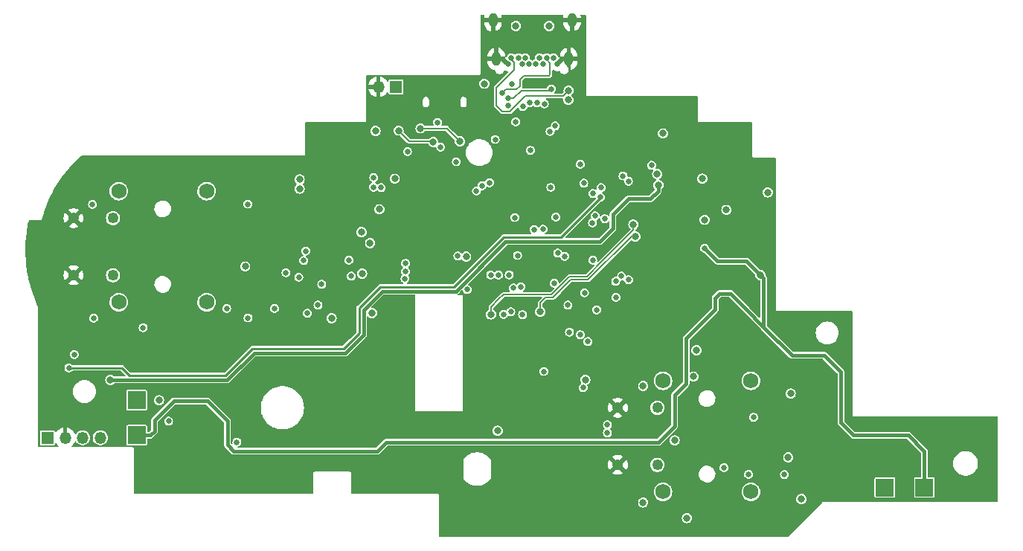
<source format=gbr>
G04 #@! TF.GenerationSoftware,KiCad,Pcbnew,7.0.6*
G04 #@! TF.CreationDate,2023-09-07T00:04:05-07:00*
G04 #@! TF.ProjectId,procon_gcc_main_pcb,70726f63-6f6e-45f6-9763-635f6d61696e,1*
G04 #@! TF.SameCoordinates,Original*
G04 #@! TF.FileFunction,Copper,L3,Inr*
G04 #@! TF.FilePolarity,Positive*
%FSLAX46Y46*%
G04 Gerber Fmt 4.6, Leading zero omitted, Abs format (unit mm)*
G04 Created by KiCad (PCBNEW 7.0.6) date 2023-09-07 00:04:05*
%MOMM*%
%LPD*%
G01*
G04 APERTURE LIST*
G04 #@! TA.AperFunction,ComponentPad*
%ADD10R,2.000000X2.000000*%
G04 #@! TD*
G04 #@! TA.AperFunction,ComponentPad*
%ADD11R,1.350000X1.350000*%
G04 #@! TD*
G04 #@! TA.AperFunction,ComponentPad*
%ADD12O,1.350000X1.350000*%
G04 #@! TD*
G04 #@! TA.AperFunction,ComponentPad*
%ADD13C,1.750000*%
G04 #@! TD*
G04 #@! TA.AperFunction,ComponentPad*
%ADD14C,1.250000*%
G04 #@! TD*
G04 #@! TA.AperFunction,ComponentPad*
%ADD15C,0.650000*%
G04 #@! TD*
G04 #@! TA.AperFunction,ComponentPad*
%ADD16O,1.000000X1.600000*%
G04 #@! TD*
G04 #@! TA.AperFunction,ViaPad*
%ADD17C,0.800000*%
G04 #@! TD*
G04 #@! TA.AperFunction,ViaPad*
%ADD18C,0.650000*%
G04 #@! TD*
G04 #@! TA.AperFunction,Conductor*
%ADD19C,0.200000*%
G04 #@! TD*
G04 #@! TA.AperFunction,Conductor*
%ADD20C,0.150000*%
G04 #@! TD*
G04 #@! TA.AperFunction,Conductor*
%ADD21C,0.400000*%
G04 #@! TD*
G04 #@! TA.AperFunction,Conductor*
%ADD22C,0.250000*%
G04 #@! TD*
G04 APERTURE END LIST*
D10*
X183062000Y-145848750D03*
X93413992Y-139903200D03*
D11*
X83274400Y-140182600D03*
D12*
X85274400Y-140182600D03*
X87274400Y-140182600D03*
X89274400Y-140182600D03*
D13*
X153320200Y-133697000D03*
X153320200Y-146347000D03*
X163320200Y-133697000D03*
X163320200Y-146347000D03*
D14*
X152670200Y-136772000D03*
X152670200Y-143272000D03*
X148170200Y-136772000D03*
X148170200Y-143272000D03*
D11*
X122920000Y-100228400D03*
D12*
X120920000Y-100228400D03*
D15*
X135660000Y-97625000D03*
X136060000Y-96925000D03*
X136860000Y-96925000D03*
X137260000Y-97625000D03*
X137660000Y-96925000D03*
X138060000Y-97625000D03*
X138860000Y-97625000D03*
X139260000Y-96925000D03*
X139660000Y-97625000D03*
X140060000Y-96925000D03*
X140860000Y-96925000D03*
X141260000Y-97625000D03*
D16*
X142950000Y-92635000D03*
X142590000Y-97025000D03*
X134330000Y-97025000D03*
X133970000Y-92635000D03*
D13*
X91377000Y-112107600D03*
X91377000Y-124757600D03*
X101377000Y-112107600D03*
X101377000Y-124757600D03*
D14*
X90727000Y-115182600D03*
X90727000Y-121682600D03*
X86227000Y-115182600D03*
X86227000Y-121682600D03*
D10*
X93413992Y-135909304D03*
X178562000Y-145848750D03*
D17*
X120192800Y-125984000D03*
D18*
X142494000Y-125095000D03*
D17*
X156032200Y-149326600D03*
X160528000Y-114249200D03*
D18*
X136296400Y-123139200D03*
D17*
X167843200Y-135153400D03*
D18*
X140926929Y-122588129D03*
X120396000Y-110566200D03*
D17*
X169062400Y-147167600D03*
D18*
X111861600Y-121920000D03*
D17*
X134493000Y-139395200D03*
X119006702Y-116774102D03*
D18*
X136448800Y-115112800D03*
X106095800Y-126542800D03*
X138208690Y-107452022D03*
X94157800Y-127660400D03*
X138620500Y-116483094D03*
D17*
X122783600Y-110693200D03*
D18*
X144297400Y-111201200D03*
D17*
X151053800Y-147548600D03*
D18*
X145313400Y-119964200D03*
D17*
X153314400Y-105537000D03*
X165227000Y-112242600D03*
D18*
X88519000Y-126568200D03*
X106070400Y-113588800D03*
X134213600Y-106222800D03*
X88392000Y-113614200D03*
X133553200Y-111150400D03*
D17*
X115595400Y-126568200D03*
X167563800Y-142417800D03*
X105765600Y-120675400D03*
X121031000Y-114173000D03*
D18*
X136555272Y-104215215D03*
X141122400Y-115062000D03*
X97053400Y-138303000D03*
X131013200Y-123317000D03*
X143891000Y-109042200D03*
D17*
X151053800Y-134289800D03*
D18*
X142824200Y-121038129D03*
X137072363Y-121131594D03*
X96520000Y-139039600D03*
D17*
X155651200Y-112217200D03*
X131191000Y-118135400D03*
D18*
X134277100Y-107339094D03*
X102412800Y-140462000D03*
X111836200Y-113030000D03*
X150266400Y-119405400D03*
X132892800Y-110591600D03*
X120421400Y-115366800D03*
X142138400Y-107492800D03*
X140588129Y-103784400D03*
X138988800Y-122834400D03*
X153238200Y-119176800D03*
X147040600Y-123240800D03*
X117246400Y-124079000D03*
D17*
X131394200Y-104241600D03*
D18*
X144297400Y-110109000D03*
X138214403Y-106526609D03*
X138785600Y-114096800D03*
D17*
X95961200Y-135915400D03*
X157124400Y-130225800D03*
X154635200Y-140487400D03*
X156794200Y-133223000D03*
D18*
X124231400Y-107599500D03*
X128016000Y-107091500D03*
D17*
X142570200Y-100660200D03*
D18*
X139661900Y-116432294D03*
X140552529Y-111680482D03*
X135661400Y-102387400D03*
X136093200Y-99923600D03*
D17*
X125722725Y-104956086D03*
X130199837Y-106444519D03*
X127177237Y-106529446D03*
X123215400Y-105206800D03*
D18*
X140589000Y-100482400D03*
X135686800Y-101523800D03*
X138105188Y-102039497D03*
D17*
X136575800Y-93294200D03*
D18*
X139802765Y-102180015D03*
X145338800Y-112369600D03*
X158055736Y-118612955D03*
D17*
X164401500Y-121678700D03*
X157784800Y-110693200D03*
X152657200Y-110163000D03*
X158055736Y-115366800D03*
D18*
X152027395Y-109166476D03*
D17*
X90424000Y-133604000D03*
X152784200Y-111407600D03*
D18*
X138957046Y-102068159D03*
D17*
X140360400Y-93294200D03*
D18*
X135026400Y-100965000D03*
D17*
X120599200Y-105257600D03*
X132969000Y-99872800D03*
D18*
X112852200Y-126009400D03*
X109093000Y-125476000D03*
X146989800Y-139623800D03*
X160248600Y-143586200D03*
X146989800Y-138709400D03*
X163626800Y-137845800D03*
X167132000Y-144373600D03*
X163042600Y-144348200D03*
X136753600Y-119430800D03*
X133705600Y-121640600D03*
X124028200Y-120319800D03*
X114054979Y-125077210D03*
X149387551Y-122193703D03*
X103657400Y-125476000D03*
X104825800Y-140690600D03*
X129794000Y-108762800D03*
X127641468Y-104273468D03*
X132723174Y-111472425D03*
X146253200Y-111709200D03*
X146685000Y-115239800D03*
X86309200Y-130708400D03*
X123948748Y-122066958D03*
X135813800Y-121640600D03*
D17*
X119075200Y-121488200D03*
D18*
X142113000Y-119532400D03*
X147955000Y-124206000D03*
X147929600Y-122377200D03*
X117830600Y-121793000D03*
X142671800Y-128168400D03*
X144754600Y-129235200D03*
X148590000Y-121793000D03*
X145745200Y-125628400D03*
X114477800Y-122707400D03*
X141325600Y-119151400D03*
X124028200Y-121259600D03*
X134569200Y-121666000D03*
X110413800Y-121412000D03*
X143891000Y-128447800D03*
X145585161Y-114913733D03*
X144373600Y-123698000D03*
X145294367Y-115729088D03*
D17*
X142544800Y-101727000D03*
D18*
X137367240Y-102463027D03*
X132089527Y-112088469D03*
X144221200Y-134467600D03*
X117551200Y-119964200D03*
D17*
X130911600Y-119557800D03*
D18*
X139750800Y-132638800D03*
D17*
X119983925Y-118022388D03*
D18*
X137337800Y-126161800D03*
X137160000Y-122986800D03*
X112649000Y-118922800D03*
X129971800Y-119481600D03*
D17*
X150164800Y-117271800D03*
D18*
X148767800Y-110369400D03*
D17*
X139344400Y-125831600D03*
D18*
X149377400Y-110972600D03*
D17*
X149936200Y-115900200D03*
X133731000Y-126136400D03*
D18*
X112420400Y-120015000D03*
D17*
X144475200Y-133578600D03*
D18*
X140470827Y-105311470D03*
D17*
X111963200Y-110777800D03*
D18*
X141058451Y-104693756D03*
D17*
X111963200Y-111827800D03*
D18*
X135991600Y-125857000D03*
X121234200Y-111709200D03*
X120370600Y-111658400D03*
X135153400Y-126136400D03*
X85699600Y-132232400D03*
X146174359Y-112798690D03*
D19*
X142570200Y-100660200D02*
X141960600Y-101269800D01*
X136398000Y-97459800D02*
X136060000Y-97121800D01*
X135026400Y-103047800D02*
X134340600Y-102362000D01*
X136060000Y-97121800D02*
X136060000Y-96925000D01*
X134340600Y-102362000D02*
X134340600Y-100355400D01*
X137668000Y-101269800D02*
X135890000Y-103047800D01*
X135890000Y-103047800D02*
X135026400Y-103047800D01*
X141960600Y-101269800D02*
X137668000Y-101269800D01*
X134340600Y-100355400D02*
X136398000Y-98298000D01*
X136398000Y-98298000D02*
X136398000Y-97459800D01*
X125726011Y-104952800D02*
X125722725Y-104956086D01*
X128708118Y-104952800D02*
X125726011Y-104952800D01*
X130199837Y-106444519D02*
X128708118Y-104952800D01*
D20*
X140589000Y-100482400D02*
X140436600Y-100634800D01*
X136296400Y-101523800D02*
X135686800Y-101523800D01*
D19*
X123215400Y-105206800D02*
X124434600Y-106426000D01*
X124434600Y-106426000D02*
X127073791Y-106426000D01*
D20*
X140436600Y-100634800D02*
X137185400Y-100634800D01*
D19*
X127073791Y-106426000D02*
X127177237Y-106529446D01*
D20*
X137185400Y-100634800D02*
X136296400Y-101523800D01*
D21*
X155930600Y-128905000D02*
X155930600Y-134035800D01*
X101447600Y-136017000D02*
X97637600Y-136017000D01*
X173558200Y-132689600D02*
X173558200Y-138455400D01*
X159766000Y-123748800D02*
X159258000Y-124256800D01*
X154635200Y-135331200D02*
X154635200Y-138836400D01*
X155930600Y-134035800D02*
X154635200Y-135331200D01*
X121767600Y-140716000D02*
X120751600Y-141732000D01*
X97637600Y-136017000D02*
X95453200Y-138201400D01*
X164401500Y-121678700D02*
X164769800Y-122047000D01*
X162763200Y-125526800D02*
X160985200Y-123748800D01*
X168021000Y-130810000D02*
X171678600Y-130810000D01*
X159258000Y-125577600D02*
X155930600Y-128905000D01*
X181229000Y-139903200D02*
X183062000Y-141736200D01*
X103733600Y-138303000D02*
X101447600Y-136017000D01*
X160985200Y-123748800D02*
X159766000Y-123748800D01*
X164769800Y-122047000D02*
X164769800Y-127558800D01*
X164769800Y-127558800D02*
X168021000Y-130810000D01*
X171678600Y-130810000D02*
X173558200Y-132689600D01*
X95453200Y-138201400D02*
X95453200Y-139420600D01*
X158055736Y-118612955D02*
X159508581Y-120065800D01*
X152755600Y-140716000D02*
X121767600Y-140716000D01*
X173558200Y-138455400D02*
X175006000Y-139903200D01*
X120751600Y-141732000D02*
X104470200Y-141732000D01*
X104470200Y-141732000D02*
X103733600Y-140995400D01*
X162763200Y-125552200D02*
X162763200Y-125526800D01*
X95453200Y-139420600D02*
X94970600Y-139903200D01*
X183062000Y-141736200D02*
X183062000Y-145848750D01*
X162788600Y-120065800D02*
X164401500Y-121678700D01*
X175006000Y-139903200D02*
X181229000Y-139903200D01*
X164769800Y-127558800D02*
X162763200Y-125552200D01*
X159258000Y-124256800D02*
X159258000Y-125577600D01*
X103733600Y-140995400D02*
X103733600Y-138303000D01*
X159508581Y-120065800D02*
X162788600Y-120065800D01*
X154635200Y-138836400D02*
X152755600Y-140716000D01*
X94970600Y-139903200D02*
X93413992Y-139903200D01*
X149377400Y-112979200D02*
X147624800Y-114731800D01*
X146126200Y-117856000D02*
X135382000Y-117856000D01*
X152784200Y-112087000D02*
X151892000Y-112979200D01*
X129743200Y-123494800D02*
X121361200Y-123494800D01*
X119227600Y-128447800D02*
X117144800Y-130530600D01*
X106781600Y-130530600D02*
X103708200Y-133604000D01*
X147624800Y-114731800D02*
X147624800Y-116357400D01*
X135382000Y-117856000D02*
X129743200Y-123494800D01*
X121361200Y-123494800D02*
X119227600Y-125628400D01*
X103708200Y-133604000D02*
X90424000Y-133604000D01*
X151892000Y-112979200D02*
X149377400Y-112979200D01*
X152784200Y-111407600D02*
X152784200Y-112087000D01*
X147624800Y-116357400D02*
X146126200Y-117856000D01*
X117144800Y-130530600D02*
X106781600Y-130530600D01*
X119227600Y-125628400D02*
X119227600Y-128447800D01*
D20*
X140309600Y-98983800D02*
X137464800Y-98983800D01*
X140060000Y-96925000D02*
X140060000Y-97108600D01*
X140462000Y-97510600D02*
X140462000Y-98831400D01*
X140060000Y-97108600D02*
X140462000Y-97510600D01*
X137058400Y-99390200D02*
X137058400Y-100126800D01*
X136652000Y-100533200D02*
X135458200Y-100533200D01*
X135458200Y-100533200D02*
X135026400Y-100965000D01*
X140462000Y-98831400D02*
X140309600Y-98983800D01*
X137464800Y-98983800D02*
X137058400Y-99390200D01*
X137058400Y-100126800D02*
X136652000Y-100533200D01*
X144785600Y-122193800D02*
X149707600Y-117271800D01*
X142804400Y-122193800D02*
X144785600Y-122193800D01*
X139344400Y-125831600D02*
X139344400Y-124815600D01*
X139344400Y-124815600D02*
X139959600Y-124200400D01*
X139959600Y-124200400D02*
X140797800Y-124200400D01*
X140797800Y-124200400D02*
X142804400Y-122193800D01*
X149707600Y-117271800D02*
X150164800Y-117271800D01*
X134620000Y-124409200D02*
X135178800Y-123850400D01*
X140639800Y-123850400D02*
X141427200Y-123063000D01*
X149936200Y-116535200D02*
X149936200Y-115900200D01*
X135178800Y-123850400D02*
X137210800Y-123850400D01*
X144246600Y-121843800D02*
X144627600Y-121843800D01*
X133731000Y-126136400D02*
X133731000Y-125298200D01*
X141427200Y-123063000D02*
X142646400Y-121843800D01*
X146481800Y-119989600D02*
X149936200Y-116535200D01*
X142646400Y-121843800D02*
X144246600Y-121843800D01*
X144627600Y-121843800D02*
X146481800Y-119989600D01*
X137210800Y-123850400D02*
X140639800Y-123850400D01*
X133731000Y-125298200D02*
X134620000Y-124409200D01*
D22*
X118719600Y-126492000D02*
X118719600Y-128270000D01*
X146174359Y-112905641D02*
X141732000Y-117348000D01*
X118719600Y-128270000D02*
X117805200Y-129184400D01*
X92608400Y-133096000D02*
X91846400Y-132334000D01*
X135178800Y-117348000D02*
X129540000Y-122986800D01*
X146174359Y-112798690D02*
X146174359Y-112905641D01*
X121158000Y-122986800D02*
X119989600Y-124155200D01*
X118719600Y-125425200D02*
X118719600Y-126492000D01*
X102057200Y-133096000D02*
X92608400Y-133096000D01*
X116941600Y-130048000D02*
X115722400Y-130048000D01*
X117805200Y-129184400D02*
X116941600Y-130048000D01*
X141732000Y-117348000D02*
X135178800Y-117348000D01*
X91744800Y-132232400D02*
X85699600Y-132232400D01*
X103530400Y-133096000D02*
X102057200Y-133096000D01*
X106578400Y-130048000D02*
X106070400Y-130556000D01*
X121920000Y-122986800D02*
X121158000Y-122986800D01*
X119989600Y-124155200D02*
X118719600Y-125425200D01*
X91846400Y-132334000D02*
X91744800Y-132232400D01*
X106070400Y-130556000D02*
X103530400Y-133096000D01*
X129540000Y-122986800D02*
X121920000Y-122986800D01*
X115722400Y-130048000D02*
X106578400Y-130048000D01*
G04 #@! TA.AperFunction,Conductor*
G36*
X134580001Y-96775000D02*
G01*
X135281000Y-96775000D01*
X135338208Y-96795822D01*
X135368648Y-96848545D01*
X135370000Y-96864000D01*
X135370000Y-96981445D01*
X135950620Y-97562066D01*
X135976348Y-97617242D01*
X135960592Y-97676047D01*
X135950620Y-97687932D01*
X135722932Y-97915620D01*
X135667756Y-97941348D01*
X135608951Y-97925592D01*
X135597066Y-97915620D01*
X135352095Y-97670649D01*
X135460000Y-97670649D01*
X135499613Y-97752905D01*
X135570992Y-97809827D01*
X135637468Y-97825000D01*
X135682532Y-97825000D01*
X135749008Y-97809827D01*
X135820387Y-97752905D01*
X135860000Y-97670649D01*
X135860000Y-97579351D01*
X135820387Y-97497095D01*
X135749008Y-97440173D01*
X135682532Y-97425000D01*
X135637468Y-97425000D01*
X135570992Y-97440173D01*
X135499613Y-97497095D01*
X135460000Y-97579351D01*
X135460000Y-97670649D01*
X135352095Y-97670649D01*
X134956446Y-97275000D01*
X134580000Y-97275000D01*
X134580000Y-96774999D01*
X134580001Y-96775000D01*
G37*
G04 #@! TD.AperFunction*
G04 #@! TA.AperFunction,Conductor*
G36*
X142340000Y-97275000D02*
G01*
X141963552Y-97275000D01*
X141322932Y-97915620D01*
X141267757Y-97941348D01*
X141208952Y-97925591D01*
X141197067Y-97915620D01*
X140969379Y-97687932D01*
X140961320Y-97670649D01*
X141060000Y-97670649D01*
X141099613Y-97752905D01*
X141170992Y-97809827D01*
X141237468Y-97825000D01*
X141282532Y-97825000D01*
X141349008Y-97809827D01*
X141420387Y-97752905D01*
X141460000Y-97670649D01*
X141460000Y-97579351D01*
X141420387Y-97497095D01*
X141349008Y-97440173D01*
X141282532Y-97425000D01*
X141237468Y-97425000D01*
X141170992Y-97440173D01*
X141099613Y-97497095D01*
X141060000Y-97579351D01*
X141060000Y-97670649D01*
X140961320Y-97670649D01*
X140943651Y-97632756D01*
X140959407Y-97573951D01*
X140969380Y-97562066D01*
X141550000Y-96981446D01*
X141550000Y-96864000D01*
X141570822Y-96806792D01*
X141623545Y-96776352D01*
X141639000Y-96775000D01*
X142339999Y-96775000D01*
X142340000Y-96774998D01*
X142340000Y-97275000D01*
G37*
G04 #@! TD.AperFunction*
G04 #@! TA.AperFunction,Conductor*
G36*
X132962951Y-92035680D02*
G01*
X132993391Y-92088403D01*
X132992921Y-92121774D01*
X132970000Y-92233304D01*
X132970000Y-92384999D01*
X132970001Y-92385000D01*
X133720000Y-92385000D01*
X133720000Y-92885001D01*
X133719999Y-92885000D01*
X132970000Y-92885000D01*
X132970000Y-92985719D01*
X132985417Y-93137331D01*
X132985420Y-93137345D01*
X133046300Y-93331382D01*
X133046304Y-93331392D01*
X133145005Y-93509215D01*
X133277480Y-93663531D01*
X133438304Y-93788018D01*
X133438306Y-93788019D01*
X133620910Y-93877590D01*
X133719999Y-93903244D01*
X133720000Y-93903244D01*
X133720000Y-92959624D01*
X133734505Y-93032545D01*
X133789760Y-93115240D01*
X133872455Y-93170495D01*
X133970000Y-93189898D01*
X134067545Y-93170495D01*
X134150240Y-93115240D01*
X134205495Y-93032545D01*
X134220000Y-92959624D01*
X134220000Y-93908365D01*
X134221941Y-93908069D01*
X134221945Y-93908068D01*
X134412666Y-93837434D01*
X134585263Y-93729853D01*
X134585264Y-93729853D01*
X134732667Y-93589735D01*
X134732670Y-93589731D01*
X134848855Y-93422805D01*
X134848856Y-93422801D01*
X134904044Y-93294200D01*
X135990291Y-93294200D01*
X136010242Y-93445741D01*
X136010242Y-93445743D01*
X136010243Y-93445744D01*
X136068731Y-93586949D01*
X136068732Y-93586951D01*
X136068734Y-93586955D01*
X136161783Y-93708217D01*
X136283045Y-93801266D01*
X136424259Y-93859758D01*
X136575800Y-93879709D01*
X136727341Y-93859758D01*
X136868555Y-93801266D01*
X136989817Y-93708217D01*
X137082866Y-93586955D01*
X137141358Y-93445741D01*
X137161309Y-93294200D01*
X139774891Y-93294200D01*
X139794842Y-93445741D01*
X139794842Y-93445743D01*
X139794843Y-93445744D01*
X139853331Y-93586949D01*
X139853332Y-93586951D01*
X139853334Y-93586955D01*
X139946383Y-93708217D01*
X140067645Y-93801266D01*
X140208859Y-93859758D01*
X140360400Y-93879709D01*
X140511941Y-93859758D01*
X140653155Y-93801266D01*
X140774417Y-93708217D01*
X140867466Y-93586955D01*
X140925958Y-93445741D01*
X140945909Y-93294200D01*
X140925958Y-93142659D01*
X140867466Y-93001446D01*
X140774417Y-92880183D01*
X140774412Y-92880179D01*
X140774411Y-92880178D01*
X140718665Y-92837403D01*
X140653155Y-92787134D01*
X140653151Y-92787132D01*
X140653149Y-92787131D01*
X140511944Y-92728643D01*
X140511943Y-92728642D01*
X140511941Y-92728642D01*
X140360400Y-92708691D01*
X140360399Y-92708691D01*
X140327423Y-92713032D01*
X140208859Y-92728642D01*
X140208857Y-92728642D01*
X140208855Y-92728643D01*
X140067651Y-92787131D01*
X140067643Y-92787136D01*
X139946388Y-92880178D01*
X139946378Y-92880188D01*
X139853336Y-93001443D01*
X139853331Y-93001451D01*
X139794843Y-93142655D01*
X139794842Y-93142657D01*
X139794842Y-93142659D01*
X139774891Y-93294200D01*
X137161309Y-93294200D01*
X137141358Y-93142659D01*
X137082866Y-93001446D01*
X136989817Y-92880183D01*
X136989812Y-92880179D01*
X136989811Y-92880178D01*
X136934065Y-92837403D01*
X136868555Y-92787134D01*
X136868551Y-92787132D01*
X136868549Y-92787131D01*
X136727344Y-92728643D01*
X136727343Y-92728642D01*
X136727341Y-92728642D01*
X136575800Y-92708691D01*
X136575799Y-92708691D01*
X136542823Y-92713032D01*
X136424259Y-92728642D01*
X136424257Y-92728642D01*
X136424255Y-92728643D01*
X136283051Y-92787131D01*
X136283043Y-92787136D01*
X136161788Y-92880178D01*
X136161778Y-92880188D01*
X136068736Y-93001443D01*
X136068731Y-93001451D01*
X136010243Y-93142655D01*
X136010242Y-93142657D01*
X136010242Y-93142659D01*
X135990291Y-93294200D01*
X134904044Y-93294200D01*
X134929059Y-93235908D01*
X134929062Y-93235898D01*
X134969998Y-93036697D01*
X134970000Y-93036687D01*
X134970000Y-92885001D01*
X134969999Y-92885000D01*
X134220001Y-92885000D01*
X134220000Y-92885001D01*
X134220000Y-92385000D01*
X134969999Y-92385000D01*
X134970000Y-92384998D01*
X134970000Y-92284280D01*
X134954581Y-92132664D01*
X134953904Y-92130505D01*
X134953946Y-92129570D01*
X134953673Y-92128242D01*
X134954008Y-92128172D01*
X134956642Y-92069687D01*
X134997833Y-92024858D01*
X135038821Y-92014858D01*
X141885743Y-92014858D01*
X141942951Y-92035680D01*
X141973391Y-92088403D01*
X141972921Y-92121774D01*
X141950000Y-92233304D01*
X141950000Y-92384999D01*
X141950001Y-92385000D01*
X142700000Y-92385000D01*
X142700000Y-92885001D01*
X142699999Y-92885000D01*
X141950000Y-92885000D01*
X141950000Y-92985719D01*
X141965417Y-93137331D01*
X141965420Y-93137345D01*
X142026300Y-93331382D01*
X142026304Y-93331392D01*
X142125005Y-93509215D01*
X142257480Y-93663531D01*
X142418304Y-93788018D01*
X142418306Y-93788019D01*
X142600910Y-93877590D01*
X142699999Y-93903244D01*
X142700000Y-93903244D01*
X142700000Y-92959624D01*
X142714505Y-93032545D01*
X142769760Y-93115240D01*
X142852455Y-93170495D01*
X142950000Y-93189898D01*
X143047545Y-93170495D01*
X143130240Y-93115240D01*
X143185495Y-93032545D01*
X143200000Y-92959624D01*
X143200000Y-93908365D01*
X143201941Y-93908069D01*
X143201945Y-93908068D01*
X143392666Y-93837434D01*
X143565263Y-93729853D01*
X143565264Y-93729853D01*
X143712667Y-93589735D01*
X143712670Y-93589731D01*
X143828855Y-93422805D01*
X143828856Y-93422801D01*
X143909059Y-93235908D01*
X143909062Y-93235898D01*
X143949998Y-93036697D01*
X143950000Y-93036687D01*
X143950000Y-92885001D01*
X143949999Y-92885000D01*
X143200000Y-92885000D01*
X143200000Y-92385000D01*
X143949999Y-92385000D01*
X143950000Y-92384998D01*
X143950000Y-92284280D01*
X143934581Y-92132664D01*
X143933904Y-92130505D01*
X143933946Y-92129570D01*
X143933673Y-92128242D01*
X143934008Y-92128172D01*
X143936642Y-92069687D01*
X143977833Y-92024858D01*
X144018821Y-92014858D01*
X144466725Y-92014858D01*
X144523933Y-92035680D01*
X144554373Y-92088403D01*
X144555725Y-92103858D01*
X144555725Y-101082826D01*
X144552693Y-101105858D01*
X144550416Y-101114356D01*
X144550416Y-101114360D01*
X144554211Y-101128527D01*
X144554215Y-101128535D01*
X144555725Y-101134171D01*
X144555725Y-101134172D01*
X144571290Y-101192262D01*
X144628320Y-101249293D01*
X144706225Y-101270167D01*
X144713193Y-101268300D01*
X144714724Y-101267890D01*
X144737757Y-101264858D01*
X157166725Y-101264858D01*
X157223933Y-101285680D01*
X157254373Y-101338403D01*
X157255725Y-101353858D01*
X157255725Y-104082826D01*
X157252693Y-104105858D01*
X157250416Y-104114356D01*
X157250416Y-104114360D01*
X157254211Y-104128527D01*
X157254215Y-104128535D01*
X157255725Y-104134171D01*
X157255725Y-104134172D01*
X157271290Y-104192262D01*
X157328320Y-104249293D01*
X157406225Y-104270167D01*
X157413090Y-104268327D01*
X157414724Y-104267890D01*
X157437757Y-104264858D01*
X163366725Y-104264858D01*
X163423933Y-104285680D01*
X163454373Y-104338403D01*
X163455725Y-104353858D01*
X163455725Y-108082826D01*
X163452693Y-108105858D01*
X163450416Y-108114356D01*
X163450416Y-108114360D01*
X163454211Y-108128527D01*
X163454215Y-108128535D01*
X163455725Y-108134171D01*
X163455725Y-108134172D01*
X163471290Y-108192262D01*
X163528320Y-108249293D01*
X163606225Y-108270167D01*
X163613090Y-108268327D01*
X163614724Y-108267890D01*
X163637757Y-108264858D01*
X166066725Y-108264858D01*
X166123933Y-108285680D01*
X166154373Y-108338403D01*
X166155725Y-108353858D01*
X166155725Y-125582826D01*
X166152693Y-125605858D01*
X166150416Y-125614356D01*
X166150416Y-125614360D01*
X166154211Y-125628527D01*
X166154215Y-125628535D01*
X166155725Y-125634171D01*
X166155725Y-125634172D01*
X166171290Y-125692262D01*
X166228320Y-125749293D01*
X166306225Y-125770167D01*
X166313090Y-125768327D01*
X166314724Y-125767890D01*
X166337757Y-125764858D01*
X174766725Y-125764858D01*
X174823933Y-125785680D01*
X174854373Y-125838403D01*
X174855725Y-125853858D01*
X174855725Y-137582825D01*
X174852693Y-137605857D01*
X174850416Y-137614355D01*
X174850416Y-137614359D01*
X174854211Y-137628526D01*
X174854215Y-137628534D01*
X174855725Y-137634170D01*
X174855725Y-137634171D01*
X174871290Y-137692261D01*
X174928320Y-137749292D01*
X175006225Y-137770166D01*
X175013090Y-137768326D01*
X175014724Y-137767889D01*
X175037757Y-137764857D01*
X191316725Y-137764857D01*
X191373933Y-137785679D01*
X191404373Y-137838402D01*
X191405725Y-137853857D01*
X191405725Y-147374857D01*
X191384903Y-147432065D01*
X191332180Y-147462505D01*
X191316725Y-147463857D01*
X171607748Y-147463857D01*
X171602936Y-147463254D01*
X171555307Y-147463857D01*
X171535911Y-147463857D01*
X171531764Y-147464154D01*
X171513995Y-147464380D01*
X171513996Y-147464380D01*
X171513992Y-147464381D01*
X171507759Y-147468086D01*
X171485328Y-147477544D01*
X171478323Y-147479421D01*
X171478317Y-147479424D01*
X171465751Y-147491989D01*
X171462654Y-147494741D01*
X171449137Y-147508605D01*
X171415448Y-147542292D01*
X171412511Y-147546168D01*
X167618964Y-151436988D01*
X167564118Y-151463413D01*
X167555240Y-151463857D01*
X127895726Y-151463857D01*
X127838518Y-151443035D01*
X127808078Y-151390312D01*
X127806726Y-151374857D01*
X127806726Y-149326600D01*
X155446691Y-149326600D01*
X155466642Y-149478141D01*
X155466642Y-149478143D01*
X155466643Y-149478144D01*
X155525131Y-149619349D01*
X155525132Y-149619351D01*
X155525134Y-149619355D01*
X155618183Y-149740617D01*
X155739445Y-149833666D01*
X155880659Y-149892158D01*
X156032200Y-149912109D01*
X156183741Y-149892158D01*
X156324955Y-149833666D01*
X156446217Y-149740617D01*
X156539266Y-149619355D01*
X156597758Y-149478141D01*
X156617709Y-149326600D01*
X156597758Y-149175059D01*
X156539266Y-149033846D01*
X156446217Y-148912583D01*
X156446212Y-148912579D01*
X156446211Y-148912578D01*
X156390465Y-148869803D01*
X156324955Y-148819534D01*
X156324951Y-148819532D01*
X156324949Y-148819531D01*
X156183744Y-148761043D01*
X156183743Y-148761042D01*
X156183741Y-148761042D01*
X156032200Y-148741091D01*
X156032199Y-148741091D01*
X155999223Y-148745432D01*
X155880659Y-148761042D01*
X155880657Y-148761042D01*
X155880655Y-148761043D01*
X155739451Y-148819531D01*
X155739443Y-148819536D01*
X155618188Y-148912578D01*
X155618178Y-148912588D01*
X155525136Y-149033843D01*
X155525131Y-149033851D01*
X155466643Y-149175055D01*
X155466642Y-149175057D01*
X155466642Y-149175059D01*
X155446691Y-149326600D01*
X127806726Y-149326600D01*
X127806726Y-147548600D01*
X150468291Y-147548600D01*
X150488242Y-147700141D01*
X150488242Y-147700143D01*
X150488243Y-147700144D01*
X150546731Y-147841349D01*
X150546732Y-147841351D01*
X150546734Y-147841355D01*
X150639783Y-147962617D01*
X150761045Y-148055666D01*
X150902259Y-148114158D01*
X151053800Y-148134109D01*
X151205341Y-148114158D01*
X151346555Y-148055666D01*
X151467817Y-147962617D01*
X151560866Y-147841355D01*
X151619358Y-147700141D01*
X151639309Y-147548600D01*
X151619358Y-147397059D01*
X151560866Y-147255846D01*
X151467817Y-147134583D01*
X151467812Y-147134579D01*
X151467811Y-147134578D01*
X151412065Y-147091803D01*
X151346555Y-147041534D01*
X151346551Y-147041532D01*
X151346549Y-147041531D01*
X151205344Y-146983043D01*
X151205343Y-146983042D01*
X151205341Y-146983042D01*
X151053800Y-146963091D01*
X151053799Y-146963091D01*
X151020823Y-146967432D01*
X150902259Y-146983042D01*
X150902257Y-146983042D01*
X150902255Y-146983043D01*
X150761051Y-147041531D01*
X150761043Y-147041536D01*
X150639788Y-147134578D01*
X150639778Y-147134588D01*
X150546736Y-147255843D01*
X150546731Y-147255851D01*
X150488243Y-147397055D01*
X150488242Y-147397057D01*
X150488242Y-147397059D01*
X150468291Y-147548600D01*
X127806726Y-147548600D01*
X127806726Y-146745888D01*
X127809758Y-146722854D01*
X127812035Y-146714357D01*
X127812034Y-146714356D01*
X127812035Y-146714355D01*
X127791161Y-146636454D01*
X127791161Y-146636453D01*
X127769204Y-146614496D01*
X127734131Y-146579422D01*
X127656226Y-146558548D01*
X127656225Y-146558548D01*
X127647727Y-146560825D01*
X127624694Y-146563857D01*
X117895726Y-146563857D01*
X117838518Y-146543035D01*
X117808078Y-146490312D01*
X117806726Y-146474857D01*
X117806726Y-146347004D01*
X152259593Y-146347004D01*
X152279970Y-146553905D01*
X152279971Y-146553910D01*
X152279971Y-146553912D01*
X152279972Y-146553914D01*
X152340327Y-146752877D01*
X152340328Y-146752880D01*
X152340329Y-146752881D01*
X152438337Y-146936242D01*
X152570233Y-147096956D01*
X152570238Y-147096962D01*
X152570243Y-147096966D01*
X152730957Y-147228862D01*
X152801141Y-147266375D01*
X152914323Y-147326873D01*
X153113286Y-147387228D01*
X153113291Y-147387228D01*
X153113294Y-147387229D01*
X153320195Y-147407607D01*
X153320200Y-147407607D01*
X153320205Y-147407607D01*
X153527105Y-147387229D01*
X153527106Y-147387228D01*
X153527114Y-147387228D01*
X153726077Y-147326873D01*
X153909442Y-147228862D01*
X154070162Y-147096962D01*
X154202062Y-146936242D01*
X154300073Y-146752877D01*
X154360428Y-146553914D01*
X154360429Y-146553905D01*
X154380807Y-146347004D01*
X162259593Y-146347004D01*
X162279970Y-146553905D01*
X162279971Y-146553910D01*
X162279971Y-146553912D01*
X162279972Y-146553914D01*
X162340327Y-146752877D01*
X162340328Y-146752880D01*
X162340329Y-146752881D01*
X162438337Y-146936242D01*
X162570233Y-147096956D01*
X162570238Y-147096962D01*
X162570243Y-147096966D01*
X162730957Y-147228862D01*
X162801141Y-147266375D01*
X162914323Y-147326873D01*
X163113286Y-147387228D01*
X163113291Y-147387228D01*
X163113294Y-147387229D01*
X163320195Y-147407607D01*
X163320200Y-147407607D01*
X163320205Y-147407607D01*
X163527105Y-147387229D01*
X163527106Y-147387228D01*
X163527114Y-147387228D01*
X163726077Y-147326873D01*
X163909442Y-147228862D01*
X163984090Y-147167600D01*
X168476891Y-147167600D01*
X168496842Y-147319141D01*
X168496842Y-147319143D01*
X168496843Y-147319144D01*
X168555331Y-147460349D01*
X168555332Y-147460351D01*
X168555334Y-147460355D01*
X168579608Y-147491989D01*
X168621181Y-147546168D01*
X168648383Y-147581617D01*
X168769645Y-147674666D01*
X168910859Y-147733158D01*
X169062400Y-147753109D01*
X169213941Y-147733158D01*
X169355155Y-147674666D01*
X169476417Y-147581617D01*
X169569466Y-147460355D01*
X169627958Y-147319141D01*
X169647909Y-147167600D01*
X169627958Y-147016059D01*
X169569466Y-146874846D01*
X169563082Y-146866526D01*
X177381500Y-146866526D01*
X177391972Y-146919177D01*
X177391973Y-146919178D01*
X177431867Y-146978883D01*
X177431870Y-146978885D01*
X177431872Y-146978887D01*
X177491570Y-147018776D01*
X177491571Y-147018776D01*
X177491572Y-147018777D01*
X177544223Y-147029250D01*
X179579776Y-147029249D01*
X179632428Y-147018777D01*
X179692133Y-146978883D01*
X179732027Y-146919178D01*
X179742500Y-146866527D01*
X179742499Y-144830974D01*
X179741783Y-144827376D01*
X179732027Y-144778322D01*
X179726070Y-144769407D01*
X179692133Y-144718617D01*
X179692129Y-144718614D01*
X179692127Y-144718612D01*
X179632429Y-144678723D01*
X179632430Y-144678723D01*
X179579777Y-144668250D01*
X177544223Y-144668250D01*
X177491572Y-144678722D01*
X177431869Y-144718615D01*
X177431862Y-144718622D01*
X177391973Y-144778319D01*
X177381500Y-144830968D01*
X177381500Y-146866526D01*
X169563082Y-146866526D01*
X169476417Y-146753583D01*
X169476412Y-146753579D01*
X169476411Y-146753578D01*
X169399474Y-146694542D01*
X169355155Y-146660534D01*
X169355151Y-146660532D01*
X169355149Y-146660531D01*
X169213944Y-146602043D01*
X169213943Y-146602042D01*
X169213941Y-146602042D01*
X169062400Y-146582091D01*
X168910859Y-146602042D01*
X168910857Y-146602042D01*
X168910855Y-146602043D01*
X168769651Y-146660531D01*
X168769643Y-146660536D01*
X168648388Y-146753578D01*
X168648378Y-146753588D01*
X168555336Y-146874843D01*
X168555331Y-146874851D01*
X168496843Y-147016055D01*
X168496842Y-147016057D01*
X168496842Y-147016059D01*
X168476891Y-147167600D01*
X163984090Y-147167600D01*
X164070162Y-147096962D01*
X164202062Y-146936242D01*
X164300073Y-146752877D01*
X164360428Y-146553914D01*
X164360429Y-146553905D01*
X164380807Y-146347004D01*
X164380807Y-146346995D01*
X164360429Y-146140094D01*
X164360428Y-146140089D01*
X164360428Y-146140086D01*
X164300073Y-145941123D01*
X164262838Y-145871463D01*
X164202062Y-145757757D01*
X164070166Y-145597043D01*
X164070162Y-145597038D01*
X164070156Y-145597033D01*
X163909442Y-145465137D01*
X163778137Y-145394953D01*
X163726077Y-145367127D01*
X163527114Y-145306772D01*
X163527112Y-145306771D01*
X163527110Y-145306771D01*
X163527105Y-145306770D01*
X163320205Y-145286393D01*
X163320195Y-145286393D01*
X163113294Y-145306770D01*
X163113289Y-145306771D01*
X163113285Y-145306772D01*
X163113286Y-145306772D01*
X162914323Y-145367127D01*
X162914320Y-145367128D01*
X162914318Y-145367129D01*
X162730957Y-145465137D01*
X162570243Y-145597033D01*
X162570233Y-145597043D01*
X162438337Y-145757757D01*
X162340329Y-145941118D01*
X162279971Y-146140089D01*
X162279970Y-146140094D01*
X162259593Y-146346995D01*
X162259593Y-146347004D01*
X154380807Y-146347004D01*
X154380807Y-146346995D01*
X154360429Y-146140094D01*
X154360428Y-146140089D01*
X154360428Y-146140086D01*
X154300073Y-145941123D01*
X154262838Y-145871463D01*
X154202062Y-145757757D01*
X154070166Y-145597043D01*
X154070162Y-145597038D01*
X154070156Y-145597033D01*
X153909442Y-145465137D01*
X153778137Y-145394953D01*
X153726077Y-145367127D01*
X153527114Y-145306772D01*
X153527112Y-145306771D01*
X153527110Y-145306771D01*
X153527105Y-145306770D01*
X153320205Y-145286393D01*
X153320195Y-145286393D01*
X153113294Y-145306770D01*
X153113289Y-145306771D01*
X153113285Y-145306772D01*
X153113286Y-145306772D01*
X152914323Y-145367127D01*
X152914320Y-145367128D01*
X152914318Y-145367129D01*
X152730957Y-145465137D01*
X152570243Y-145597033D01*
X152570233Y-145597043D01*
X152438337Y-145757757D01*
X152340329Y-145941118D01*
X152279971Y-146140089D01*
X152279970Y-146140094D01*
X152259593Y-146346995D01*
X152259593Y-146347004D01*
X117806726Y-146347004D01*
X117806726Y-144795419D01*
X130601923Y-144795419D01*
X130604045Y-144806178D01*
X130604816Y-144814056D01*
X130604965Y-144814037D01*
X130605725Y-144819814D01*
X130609162Y-144832644D01*
X130609836Y-144835546D01*
X130615215Y-144862816D01*
X130617460Y-144867854D01*
X130620590Y-144876690D01*
X130621290Y-144877902D01*
X130621291Y-144877904D01*
X130637728Y-144894341D01*
X130646017Y-144903905D01*
X130648191Y-144906807D01*
X130711405Y-144991201D01*
X130711410Y-144991206D01*
X130871378Y-145154220D01*
X130888007Y-145171165D01*
X131086831Y-145326224D01*
X131304394Y-145453664D01*
X131536883Y-145551250D01*
X131780226Y-145617274D01*
X131780230Y-145617274D01*
X131780231Y-145617275D01*
X132030151Y-145650577D01*
X132030156Y-145650577D01*
X132282300Y-145650577D01*
X132532220Y-145617275D01*
X132532220Y-145617274D01*
X132532226Y-145617274D01*
X132775569Y-145551250D01*
X133008058Y-145453664D01*
X133225621Y-145326224D01*
X133424445Y-145171165D01*
X133601046Y-144991202D01*
X133666438Y-144903899D01*
X133674730Y-144894334D01*
X133691161Y-144877904D01*
X133691161Y-144877901D01*
X133691862Y-144876689D01*
X133694996Y-144867843D01*
X133697232Y-144862823D01*
X133697236Y-144862819D01*
X133702618Y-144835525D01*
X133703289Y-144832639D01*
X133706726Y-144819814D01*
X133706726Y-144819811D01*
X133707488Y-144814030D01*
X133707637Y-144814049D01*
X133708407Y-144806168D01*
X133710528Y-144795416D01*
X133709584Y-144791780D01*
X133706726Y-144769408D01*
X133706726Y-143272003D01*
X147040380Y-143272003D01*
X147059615Y-143479598D01*
X147059618Y-143479611D01*
X147116673Y-143680137D01*
X147116675Y-143680142D01*
X147209606Y-143866771D01*
X147209607Y-143866773D01*
X147214885Y-143873760D01*
X147725749Y-143362895D01*
X147726527Y-143373265D01*
X147776087Y-143499541D01*
X147860665Y-143605599D01*
X147972747Y-143682016D01*
X148080499Y-143715252D01*
X147571351Y-144224400D01*
X147666599Y-144283375D01*
X147861010Y-144358690D01*
X148065950Y-144396999D01*
X148065955Y-144397000D01*
X148274445Y-144397000D01*
X148274449Y-144396999D01*
X148416791Y-144370391D01*
X157366024Y-144370391D01*
X157395297Y-144561474D01*
X157462436Y-144742754D01*
X157564689Y-144906805D01*
X157564691Y-144906807D01*
X157697877Y-145046919D01*
X157856542Y-145157353D01*
X158034188Y-145233587D01*
X158034192Y-145233587D01*
X158034196Y-145233589D01*
X158223536Y-145272499D01*
X158223542Y-145272499D01*
X158223544Y-145272500D01*
X158223546Y-145272500D01*
X158368413Y-145272500D01*
X158512515Y-145257846D01*
X158512517Y-145257845D01*
X158512521Y-145257845D01*
X158696968Y-145199974D01*
X158865991Y-145106159D01*
X159012668Y-144980240D01*
X159130996Y-144827373D01*
X159216130Y-144653816D01*
X159264585Y-144466674D01*
X159270593Y-144348200D01*
X162531902Y-144348200D01*
X162552588Y-144492079D01*
X162612972Y-144624302D01*
X162612974Y-144624305D01*
X162694694Y-144718615D01*
X162708164Y-144734160D01*
X162830448Y-144812747D01*
X162969920Y-144853700D01*
X162969922Y-144853700D01*
X163115278Y-144853700D01*
X163115280Y-144853700D01*
X163254752Y-144812747D01*
X163377036Y-144734160D01*
X163472226Y-144624304D01*
X163532611Y-144492080D01*
X163549646Y-144373600D01*
X166621302Y-144373600D01*
X166641988Y-144517479D01*
X166702372Y-144649702D01*
X166702374Y-144649705D01*
X166784409Y-144744378D01*
X166797564Y-144759560D01*
X166919848Y-144838147D01*
X167059320Y-144879100D01*
X167059322Y-144879100D01*
X167204678Y-144879100D01*
X167204680Y-144879100D01*
X167344152Y-144838147D01*
X167466436Y-144759560D01*
X167561626Y-144649704D01*
X167622011Y-144517480D01*
X167642698Y-144373600D01*
X167642236Y-144370390D01*
X167622011Y-144229720D01*
X167561627Y-144097497D01*
X167561625Y-144097494D01*
X167466436Y-143987640D01*
X167443895Y-143973154D01*
X167344152Y-143909053D01*
X167204680Y-143868100D01*
X167059320Y-143868100D01*
X166919848Y-143909053D01*
X166876149Y-143937135D01*
X166797563Y-143987640D01*
X166702374Y-144097494D01*
X166702372Y-144097497D01*
X166641988Y-144229720D01*
X166621302Y-144373599D01*
X166621302Y-144373600D01*
X163549646Y-144373600D01*
X163553298Y-144348200D01*
X163544422Y-144286470D01*
X163532611Y-144204320D01*
X163472227Y-144072097D01*
X163472225Y-144072094D01*
X163377036Y-143962240D01*
X163377035Y-143962240D01*
X163254752Y-143883653D01*
X163115280Y-143842700D01*
X162969920Y-143842700D01*
X162830448Y-143883653D01*
X162803074Y-143901245D01*
X162708163Y-143962240D01*
X162612974Y-144072094D01*
X162612972Y-144072097D01*
X162552588Y-144204320D01*
X162531902Y-144348199D01*
X162531902Y-144348200D01*
X159270593Y-144348200D01*
X159274376Y-144273610D01*
X159245103Y-144082526D01*
X159177964Y-143901247D01*
X159177963Y-143901245D01*
X159075710Y-143737194D01*
X159046880Y-143706865D01*
X158942523Y-143597081D01*
X158926890Y-143586200D01*
X159737902Y-143586200D01*
X159758588Y-143730079D01*
X159818972Y-143862302D01*
X159818974Y-143862305D01*
X159905568Y-143962240D01*
X159914164Y-143972160D01*
X160036448Y-144050747D01*
X160175920Y-144091700D01*
X160175922Y-144091700D01*
X160321278Y-144091700D01*
X160321280Y-144091700D01*
X160460752Y-144050747D01*
X160583036Y-143972160D01*
X160678226Y-143862304D01*
X160738611Y-143730080D01*
X160759298Y-143586200D01*
X160754918Y-143555740D01*
X160738611Y-143442320D01*
X160678227Y-143310097D01*
X160678225Y-143310094D01*
X160583036Y-143200240D01*
X160537125Y-143170735D01*
X160460752Y-143121653D01*
X160321280Y-143080700D01*
X160175920Y-143080700D01*
X160036448Y-143121653D01*
X159992749Y-143149735D01*
X159914163Y-143200240D01*
X159818974Y-143310094D01*
X159818972Y-143310097D01*
X159758588Y-143442320D01*
X159737902Y-143586199D01*
X159737902Y-143586200D01*
X158926890Y-143586200D01*
X158783858Y-143486647D01*
X158783854Y-143486645D01*
X158606213Y-143410413D01*
X158606203Y-143410410D01*
X158416863Y-143371500D01*
X158416856Y-143371500D01*
X158271994Y-143371500D01*
X158271986Y-143371500D01*
X158127884Y-143386153D01*
X158127873Y-143386156D01*
X157943435Y-143444024D01*
X157774404Y-143537844D01*
X157627735Y-143663756D01*
X157627728Y-143663764D01*
X157509406Y-143816623D01*
X157509405Y-143816625D01*
X157424270Y-143990184D01*
X157375816Y-144177322D01*
X157375815Y-144177327D01*
X157366024Y-144370391D01*
X148416791Y-144370391D01*
X148479386Y-144358690D01*
X148673806Y-144283371D01*
X148769046Y-144224400D01*
X148258430Y-143713784D01*
X148304338Y-143706865D01*
X148426557Y-143648007D01*
X148525998Y-143555740D01*
X148593825Y-143438260D01*
X148611699Y-143359945D01*
X149125514Y-143873760D01*
X149130790Y-143866775D01*
X149130795Y-143866767D01*
X149223724Y-143680142D01*
X149223726Y-143680137D01*
X149280781Y-143479611D01*
X149280784Y-143479598D01*
X149300020Y-143272003D01*
X151859603Y-143272003D01*
X151879924Y-143452364D01*
X151879925Y-143452370D01*
X151879926Y-143452375D01*
X151930561Y-143597081D01*
X151939878Y-143623708D01*
X152011187Y-143737194D01*
X152036450Y-143777399D01*
X152164801Y-143905750D01*
X152164803Y-143905751D01*
X152164804Y-143905752D01*
X152318491Y-144002321D01*
X152318492Y-144002321D01*
X152318495Y-144002323D01*
X152489825Y-144062274D01*
X152539011Y-144067815D01*
X152670197Y-144082597D01*
X152670200Y-144082597D01*
X152670203Y-144082597D01*
X152775788Y-144070700D01*
X152850575Y-144062274D01*
X153021905Y-144002323D01*
X153175599Y-143905750D01*
X153303950Y-143777399D01*
X153400523Y-143623705D01*
X153460474Y-143452375D01*
X153472989Y-143341300D01*
X153480797Y-143272003D01*
X153480797Y-143271996D01*
X153460475Y-143091635D01*
X153460474Y-143091625D01*
X153400523Y-142920295D01*
X153400521Y-142920292D01*
X153400521Y-142920291D01*
X153303952Y-142766604D01*
X153303951Y-142766603D01*
X153303950Y-142766601D01*
X153175599Y-142638250D01*
X153175596Y-142638248D01*
X153175595Y-142638247D01*
X153021908Y-142541678D01*
X152991929Y-142531188D01*
X152850575Y-142481726D01*
X152850570Y-142481725D01*
X152850564Y-142481724D01*
X152670203Y-142461403D01*
X152670197Y-142461403D01*
X152489835Y-142481724D01*
X152489827Y-142481725D01*
X152489825Y-142481726D01*
X152412472Y-142508793D01*
X152318491Y-142541678D01*
X152164804Y-142638247D01*
X152036447Y-142766604D01*
X151939878Y-142920291D01*
X151879926Y-143091626D01*
X151879924Y-143091635D01*
X151859603Y-143271996D01*
X151859603Y-143272003D01*
X149300020Y-143272003D01*
X149300020Y-143271996D01*
X149280784Y-143064401D01*
X149280781Y-143064388D01*
X149223726Y-142863864D01*
X149130792Y-142677226D01*
X149125513Y-142670238D01*
X148614649Y-143181101D01*
X148613873Y-143170735D01*
X148564313Y-143044459D01*
X148479735Y-142938401D01*
X148367653Y-142861984D01*
X148259899Y-142828746D01*
X148670845Y-142417800D01*
X166978291Y-142417800D01*
X166998242Y-142569341D01*
X166998242Y-142569343D01*
X166998243Y-142569344D01*
X167056731Y-142710549D01*
X167056732Y-142710551D01*
X167056734Y-142710555D01*
X167149783Y-142831817D01*
X167271045Y-142924866D01*
X167412259Y-142983358D01*
X167563800Y-143003309D01*
X167715341Y-142983358D01*
X167856555Y-142924866D01*
X167977817Y-142831817D01*
X168070866Y-142710555D01*
X168129358Y-142569341D01*
X168149309Y-142417800D01*
X168129358Y-142266259D01*
X168070866Y-142125046D01*
X167977817Y-142003783D01*
X167977812Y-142003779D01*
X167977811Y-142003778D01*
X167882541Y-141930674D01*
X167856555Y-141910734D01*
X167856551Y-141910732D01*
X167856549Y-141910731D01*
X167715344Y-141852243D01*
X167715343Y-141852242D01*
X167715341Y-141852242D01*
X167563800Y-141832291D01*
X167412259Y-141852242D01*
X167412257Y-141852242D01*
X167412255Y-141852243D01*
X167271051Y-141910731D01*
X167271043Y-141910736D01*
X167149788Y-142003778D01*
X167149778Y-142003788D01*
X167056736Y-142125043D01*
X167056731Y-142125051D01*
X166998243Y-142266255D01*
X166998242Y-142266257D01*
X166998242Y-142266259D01*
X166978291Y-142417800D01*
X148670845Y-142417800D01*
X148769047Y-142319598D01*
X148673800Y-142260624D01*
X148479389Y-142185309D01*
X148274449Y-142147000D01*
X148065950Y-142147000D01*
X147861012Y-142185309D01*
X147666594Y-142260627D01*
X147666588Y-142260630D01*
X147571352Y-142319598D01*
X148081969Y-142830215D01*
X148036062Y-142837135D01*
X147913843Y-142895993D01*
X147814402Y-142988260D01*
X147746575Y-143105740D01*
X147728700Y-143184054D01*
X147214885Y-142670239D01*
X147209606Y-142677229D01*
X147116675Y-142863858D01*
X147116673Y-142863862D01*
X147059618Y-143064388D01*
X147059615Y-143064401D01*
X147040380Y-143271996D01*
X147040380Y-143272003D01*
X133706726Y-143272003D01*
X133706726Y-142730592D01*
X133709584Y-142708217D01*
X133710528Y-142704584D01*
X133708407Y-142693832D01*
X133707638Y-142685951D01*
X133707488Y-142685971D01*
X133706726Y-142680189D01*
X133706726Y-142680186D01*
X133703287Y-142667350D01*
X133702617Y-142664468D01*
X133697236Y-142637181D01*
X133697232Y-142637176D01*
X133694993Y-142632149D01*
X133691862Y-142623311D01*
X133691160Y-142622095D01*
X133674728Y-142605662D01*
X133666429Y-142596087D01*
X133601046Y-142508798D01*
X133601041Y-142508793D01*
X133424453Y-142328843D01*
X133424448Y-142328838D01*
X133424447Y-142328837D01*
X133424445Y-142328835D01*
X133225621Y-142173776D01*
X133225617Y-142173773D01*
X133225615Y-142173772D01*
X133008056Y-142046335D01*
X133008054Y-142046334D01*
X132775572Y-141948751D01*
X132775570Y-141948750D01*
X132775569Y-141948750D01*
X132532226Y-141882726D01*
X132532223Y-141882725D01*
X132532221Y-141882725D01*
X132532220Y-141882724D01*
X132282301Y-141849423D01*
X132282296Y-141849423D01*
X132030156Y-141849423D01*
X132030151Y-141849423D01*
X131780231Y-141882724D01*
X131780230Y-141882725D01*
X131780226Y-141882725D01*
X131780226Y-141882726D01*
X131677009Y-141910731D01*
X131536879Y-141948751D01*
X131304397Y-142046334D01*
X131304395Y-142046335D01*
X131086836Y-142173772D01*
X130888003Y-142328838D01*
X130887998Y-142328843D01*
X130711410Y-142508793D01*
X130711403Y-142508801D01*
X130646017Y-142596092D01*
X130637721Y-142605664D01*
X130621294Y-142622092D01*
X130621292Y-142622094D01*
X130621291Y-142622096D01*
X130621290Y-142622098D01*
X130620587Y-142623316D01*
X130617467Y-142632125D01*
X130615215Y-142637180D01*
X130609835Y-142664456D01*
X130609161Y-142667357D01*
X130605726Y-142680180D01*
X130604965Y-142685964D01*
X130604816Y-142685944D01*
X130604046Y-142693819D01*
X130601923Y-142704583D01*
X130601924Y-142704585D01*
X130602867Y-142708216D01*
X130605726Y-142730592D01*
X130605726Y-144769407D01*
X130602868Y-144791779D01*
X130601924Y-144795413D01*
X130601923Y-144795419D01*
X117806726Y-144795419D01*
X117806726Y-144245888D01*
X117809758Y-144222854D01*
X117809759Y-144222851D01*
X117812035Y-144214357D01*
X117812034Y-144214356D01*
X117812035Y-144214355D01*
X117794194Y-144147772D01*
X117793422Y-144141912D01*
X117791161Y-144136453D01*
X117791161Y-144136452D01*
X117734131Y-144079422D01*
X117656226Y-144058548D01*
X117656225Y-144058548D01*
X117647727Y-144060825D01*
X117624694Y-144063857D01*
X113687758Y-144063857D01*
X113664725Y-144060825D01*
X113656226Y-144058548D01*
X113636412Y-144063857D01*
X113578323Y-144079421D01*
X113578321Y-144079422D01*
X113521290Y-144136452D01*
X113521290Y-144136453D01*
X113500417Y-144214354D01*
X113500417Y-144214355D01*
X113500417Y-144214356D01*
X113500417Y-144214357D01*
X113502693Y-144222851D01*
X113505725Y-144245883D01*
X113505725Y-145367129D01*
X113505726Y-146474857D01*
X113484904Y-146532065D01*
X113432181Y-146562505D01*
X113416726Y-146563857D01*
X93195726Y-146563857D01*
X93138518Y-146543035D01*
X93108078Y-146490312D01*
X93106726Y-146474857D01*
X93106726Y-141445888D01*
X93109758Y-141422855D01*
X93112035Y-141414356D01*
X93112035Y-141414354D01*
X93099978Y-141369358D01*
X93091161Y-141336454D01*
X93091160Y-141336451D01*
X93034130Y-141279421D01*
X92956670Y-141258666D01*
X92956393Y-141258472D01*
X92955787Y-141258664D01*
X92947736Y-141260822D01*
X92924694Y-141263857D01*
X86062164Y-141263857D01*
X86004956Y-141243035D01*
X85974516Y-141190312D01*
X85985088Y-141130357D01*
X86002205Y-141109085D01*
X86146455Y-140977584D01*
X86277682Y-140803811D01*
X86373999Y-140610381D01*
X86418138Y-140568452D01*
X86478903Y-140564704D01*
X86527860Y-140600891D01*
X86530745Y-140605552D01*
X86578471Y-140688216D01*
X86578472Y-140688218D01*
X86578474Y-140688220D01*
X86661247Y-140780149D01*
X86686939Y-140808683D01*
X86698806Y-140821862D01*
X86844294Y-140927565D01*
X86849323Y-140929804D01*
X87008572Y-141000707D01*
X87008577Y-141000709D01*
X87008578Y-141000709D01*
X87008580Y-141000710D01*
X87184483Y-141038100D01*
X87184487Y-141038100D01*
X87364313Y-141038100D01*
X87364317Y-141038100D01*
X87540220Y-141000710D01*
X87704506Y-140927565D01*
X87849994Y-140821862D01*
X87970326Y-140688220D01*
X88060243Y-140532480D01*
X88115814Y-140361448D01*
X88116897Y-140351141D01*
X88134612Y-140182603D01*
X88414188Y-140182603D01*
X88432984Y-140361440D01*
X88432986Y-140361447D01*
X88488556Y-140532479D01*
X88578471Y-140688216D01*
X88578472Y-140688218D01*
X88578474Y-140688220D01*
X88661247Y-140780149D01*
X88686939Y-140808683D01*
X88698806Y-140821862D01*
X88844294Y-140927565D01*
X88849323Y-140929804D01*
X89008572Y-141000707D01*
X89008577Y-141000709D01*
X89008578Y-141000709D01*
X89008580Y-141000710D01*
X89184483Y-141038100D01*
X89184487Y-141038100D01*
X89364313Y-141038100D01*
X89364317Y-141038100D01*
X89540220Y-141000710D01*
X89704506Y-140927565D01*
X89713575Y-140920976D01*
X92233492Y-140920976D01*
X92243964Y-140973627D01*
X92278259Y-141024952D01*
X92283859Y-141033333D01*
X92283862Y-141033335D01*
X92283864Y-141033337D01*
X92343562Y-141073226D01*
X92343563Y-141073226D01*
X92343564Y-141073227D01*
X92396215Y-141083700D01*
X92932747Y-141083699D01*
X92955170Y-141091861D01*
X92971948Y-141084038D01*
X92979688Y-141083699D01*
X94431768Y-141083699D01*
X94431769Y-141083699D01*
X94467667Y-141076559D01*
X94484420Y-141073227D01*
X94544125Y-141033333D01*
X94570094Y-140994468D01*
X94584018Y-140973630D01*
X94584018Y-140973629D01*
X94584019Y-140973628D01*
X94594492Y-140920977D01*
X94594492Y-140372699D01*
X94615314Y-140315492D01*
X94668037Y-140285052D01*
X94683492Y-140283700D01*
X94921905Y-140283700D01*
X94940168Y-140285594D01*
X94945469Y-140286705D01*
X94954658Y-140288632D01*
X94980097Y-140285461D01*
X94991484Y-140284042D01*
X94996994Y-140283700D01*
X95002127Y-140283700D01*
X95025459Y-140279806D01*
X95025459Y-140279805D01*
X95080672Y-140272924D01*
X95080674Y-140272922D01*
X95087741Y-140270819D01*
X95087900Y-140271353D01*
X95089060Y-140270982D01*
X95088879Y-140270454D01*
X95095852Y-140268059D01*
X95095856Y-140268059D01*
X95144773Y-140241586D01*
X95194757Y-140217151D01*
X95194762Y-140217145D01*
X95200762Y-140212863D01*
X95201086Y-140213317D01*
X95202058Y-140212593D01*
X95201715Y-140212152D01*
X95207532Y-140207623D01*
X95207539Y-140207620D01*
X95245210Y-140166697D01*
X95687833Y-139724074D01*
X95702073Y-139712512D01*
X95714469Y-139704414D01*
X95737264Y-139675124D01*
X95740906Y-139671001D01*
X95744547Y-139667362D01*
X95758294Y-139648107D01*
X95792467Y-139604202D01*
X95792467Y-139604199D01*
X95795975Y-139597719D01*
X95796466Y-139597985D01*
X95797027Y-139596895D01*
X95796524Y-139596649D01*
X95799758Y-139590031D01*
X95799763Y-139590025D01*
X95815629Y-139536731D01*
X95833700Y-139484094D01*
X95833700Y-139484090D01*
X95834914Y-139476819D01*
X95835462Y-139476910D01*
X95835638Y-139475703D01*
X95835086Y-139475635D01*
X95835998Y-139468318D01*
X95833700Y-139412758D01*
X95833700Y-138395872D01*
X95854522Y-138338664D01*
X95859768Y-138332939D01*
X95889707Y-138303000D01*
X96542702Y-138303000D01*
X96563388Y-138446879D01*
X96623772Y-138579102D01*
X96623774Y-138579105D01*
X96718963Y-138688959D01*
X96718964Y-138688960D01*
X96841248Y-138767547D01*
X96980720Y-138808500D01*
X96980722Y-138808500D01*
X97126078Y-138808500D01*
X97126080Y-138808500D01*
X97265552Y-138767547D01*
X97387836Y-138688960D01*
X97483026Y-138579104D01*
X97485953Y-138572696D01*
X97504959Y-138531077D01*
X97543411Y-138446880D01*
X97564098Y-138303000D01*
X97558048Y-138260925D01*
X97543411Y-138159120D01*
X97483027Y-138026897D01*
X97483025Y-138026894D01*
X97387836Y-137917040D01*
X97376086Y-137909489D01*
X97265552Y-137838453D01*
X97126080Y-137797500D01*
X96980720Y-137797500D01*
X96841248Y-137838453D01*
X96829816Y-137845800D01*
X96718963Y-137917040D01*
X96623774Y-138026894D01*
X96623772Y-138026897D01*
X96563388Y-138159120D01*
X96542702Y-138302999D01*
X96542702Y-138303000D01*
X95889707Y-138303000D01*
X97769141Y-136423567D01*
X97824316Y-136397839D01*
X97832073Y-136397500D01*
X101253126Y-136397500D01*
X101310334Y-136418322D01*
X101316059Y-136423567D01*
X103327033Y-138434541D01*
X103352761Y-138489717D01*
X103353100Y-138497474D01*
X103353100Y-140946705D01*
X103351206Y-140964968D01*
X103348168Y-140979456D01*
X103348168Y-140979460D01*
X103349200Y-140987734D01*
X103352758Y-141016284D01*
X103353100Y-141021784D01*
X103353100Y-141026927D01*
X103356993Y-141050258D01*
X103356993Y-141050259D01*
X103363875Y-141105470D01*
X103365980Y-141112538D01*
X103365447Y-141112696D01*
X103365820Y-141113859D01*
X103366346Y-141113679D01*
X103368741Y-141120656D01*
X103395213Y-141169573D01*
X103419649Y-141219557D01*
X103419651Y-141219559D01*
X103423934Y-141225558D01*
X103423482Y-141225880D01*
X103424211Y-141226858D01*
X103424649Y-141226518D01*
X103429180Y-141232339D01*
X103470104Y-141270012D01*
X104166716Y-141966625D01*
X104178289Y-141980876D01*
X104186386Y-141993269D01*
X104199901Y-142003788D01*
X104215668Y-142016060D01*
X104219806Y-142019714D01*
X104223439Y-142023347D01*
X104242688Y-142037090D01*
X104286598Y-142071267D01*
X104286600Y-142071267D01*
X104293085Y-142074777D01*
X104292819Y-142075266D01*
X104293908Y-142075827D01*
X104294153Y-142075327D01*
X104300774Y-142078564D01*
X104354087Y-142094436D01*
X104406706Y-142112500D01*
X104406712Y-142112500D01*
X104413982Y-142113714D01*
X104413890Y-142114261D01*
X104415100Y-142114438D01*
X104415169Y-142113887D01*
X104422484Y-142114799D01*
X104478067Y-142112500D01*
X120702905Y-142112500D01*
X120721168Y-142114394D01*
X120726469Y-142115505D01*
X120735658Y-142117432D01*
X120761097Y-142114261D01*
X120772484Y-142112842D01*
X120777994Y-142112500D01*
X120783127Y-142112500D01*
X120806459Y-142108606D01*
X120806459Y-142108605D01*
X120861672Y-142101724D01*
X120861674Y-142101722D01*
X120868741Y-142099619D01*
X120868900Y-142100153D01*
X120870060Y-142099782D01*
X120869879Y-142099254D01*
X120876852Y-142096859D01*
X120876856Y-142096859D01*
X120925773Y-142070386D01*
X120975757Y-142045951D01*
X120975762Y-142045945D01*
X120981762Y-142041663D01*
X120982086Y-142042117D01*
X120983058Y-142041393D01*
X120982715Y-142040952D01*
X120988531Y-142036424D01*
X120988539Y-142036420D01*
X121026211Y-141995496D01*
X121459681Y-141562026D01*
X121899141Y-141122567D01*
X121954316Y-141096839D01*
X121962073Y-141096500D01*
X152706905Y-141096500D01*
X152725168Y-141098394D01*
X152730469Y-141099505D01*
X152739658Y-141101432D01*
X152765016Y-141098270D01*
X152776484Y-141096842D01*
X152781994Y-141096500D01*
X152787127Y-141096500D01*
X152810459Y-141092606D01*
X152810458Y-141092605D01*
X152865672Y-141085724D01*
X152865674Y-141085722D01*
X152872741Y-141083619D01*
X152872900Y-141084153D01*
X152874060Y-141083782D01*
X152873879Y-141083254D01*
X152880852Y-141080859D01*
X152880856Y-141080859D01*
X152929773Y-141054386D01*
X152979757Y-141029951D01*
X152979762Y-141029945D01*
X152985762Y-141025663D01*
X152986086Y-141026117D01*
X152987058Y-141025393D01*
X152986715Y-141024952D01*
X152992531Y-141020424D01*
X152992539Y-141020420D01*
X153030211Y-140979496D01*
X153522307Y-140487400D01*
X154049691Y-140487400D01*
X154069642Y-140638941D01*
X154069642Y-140638943D01*
X154069643Y-140638944D01*
X154128131Y-140780149D01*
X154128132Y-140780151D01*
X154128134Y-140780155D01*
X154165166Y-140828415D01*
X154201201Y-140875377D01*
X154221183Y-140901417D01*
X154342445Y-140994466D01*
X154483659Y-141052958D01*
X154635200Y-141072909D01*
X154786741Y-141052958D01*
X154927955Y-140994466D01*
X155049217Y-140901417D01*
X155142266Y-140780155D01*
X155200758Y-140638941D01*
X155220709Y-140487400D01*
X155200758Y-140335859D01*
X155142266Y-140194646D01*
X155049217Y-140073383D01*
X155049212Y-140073379D01*
X155049211Y-140073378D01*
X154966302Y-140009759D01*
X154927955Y-139980334D01*
X154927951Y-139980332D01*
X154927949Y-139980331D01*
X154786744Y-139921843D01*
X154786743Y-139921842D01*
X154786741Y-139921842D01*
X154635200Y-139901891D01*
X154483659Y-139921842D01*
X154483657Y-139921842D01*
X154483655Y-139921843D01*
X154342451Y-139980331D01*
X154342443Y-139980336D01*
X154221188Y-140073378D01*
X154221178Y-140073388D01*
X154128136Y-140194643D01*
X154128131Y-140194651D01*
X154069643Y-140335855D01*
X154069642Y-140335857D01*
X154069642Y-140335859D01*
X154049691Y-140487400D01*
X153522307Y-140487400D01*
X154869826Y-139139880D01*
X154884081Y-139128307D01*
X154895446Y-139120882D01*
X154896469Y-139120214D01*
X154919263Y-139090926D01*
X154922921Y-139086786D01*
X154926547Y-139083161D01*
X154940290Y-139063911D01*
X154974467Y-139020002D01*
X154974468Y-139020000D01*
X154977976Y-139013518D01*
X154978468Y-139013784D01*
X154979026Y-139012699D01*
X154978523Y-139012453D01*
X154981760Y-139005829D01*
X154981764Y-139005825D01*
X154997636Y-138952512D01*
X155015700Y-138899894D01*
X155015700Y-138899887D01*
X155016914Y-138892618D01*
X155017462Y-138892709D01*
X155017638Y-138891499D01*
X155017087Y-138891431D01*
X155017999Y-138884115D01*
X155015700Y-138828533D01*
X155015700Y-137845800D01*
X163116102Y-137845800D01*
X163136788Y-137989679D01*
X163197172Y-138121902D01*
X163197174Y-138121905D01*
X163258716Y-138192928D01*
X163292364Y-138231760D01*
X163414648Y-138310347D01*
X163554120Y-138351300D01*
X163554122Y-138351300D01*
X163699478Y-138351300D01*
X163699480Y-138351300D01*
X163838952Y-138310347D01*
X163961236Y-138231760D01*
X164056426Y-138121904D01*
X164116811Y-137989680D01*
X164137498Y-137845800D01*
X164130553Y-137797500D01*
X164116811Y-137701920D01*
X164056427Y-137569697D01*
X164056425Y-137569694D01*
X163961236Y-137459840D01*
X163959226Y-137458548D01*
X163838952Y-137381253D01*
X163699480Y-137340300D01*
X163554120Y-137340300D01*
X163414648Y-137381253D01*
X163407847Y-137385624D01*
X163292363Y-137459840D01*
X163197174Y-137569694D01*
X163197172Y-137569697D01*
X163136788Y-137701920D01*
X163116102Y-137845799D01*
X163116102Y-137845800D01*
X155015700Y-137845800D01*
X155015700Y-135770391D01*
X157366024Y-135770391D01*
X157395297Y-135961474D01*
X157462436Y-136142754D01*
X157564689Y-136306805D01*
X157564691Y-136306807D01*
X157697877Y-136446919D01*
X157856542Y-136557353D01*
X158034188Y-136633587D01*
X158034192Y-136633587D01*
X158034196Y-136633589D01*
X158223536Y-136672499D01*
X158223542Y-136672499D01*
X158223544Y-136672500D01*
X158223546Y-136672500D01*
X158368413Y-136672500D01*
X158512515Y-136657846D01*
X158512517Y-136657845D01*
X158512521Y-136657845D01*
X158696968Y-136599974D01*
X158865991Y-136506159D01*
X159012668Y-136380240D01*
X159130996Y-136227373D01*
X159216130Y-136053816D01*
X159264585Y-135866674D01*
X159274376Y-135673610D01*
X159245103Y-135482526D01*
X159177964Y-135301247D01*
X159177963Y-135301245D01*
X159085811Y-135153400D01*
X167257691Y-135153400D01*
X167277642Y-135304941D01*
X167277642Y-135304943D01*
X167277643Y-135304944D01*
X167336131Y-135446149D01*
X167336132Y-135446151D01*
X167336134Y-135446155D01*
X167354163Y-135469650D01*
X167428933Y-135567092D01*
X167429183Y-135567417D01*
X167550445Y-135660466D01*
X167691659Y-135718958D01*
X167843200Y-135738909D01*
X167994741Y-135718958D01*
X168135955Y-135660466D01*
X168257217Y-135567417D01*
X168350266Y-135446155D01*
X168408758Y-135304941D01*
X168428709Y-135153400D01*
X168408758Y-135001859D01*
X168350266Y-134860646D01*
X168265065Y-134749610D01*
X168257221Y-134739388D01*
X168257220Y-134739387D01*
X168257217Y-134739383D01*
X168257212Y-134739379D01*
X168257211Y-134739378D01*
X168189814Y-134687662D01*
X168135955Y-134646334D01*
X168135951Y-134646332D01*
X168135949Y-134646331D01*
X167994744Y-134587843D01*
X167994743Y-134587842D01*
X167994741Y-134587842D01*
X167843200Y-134567891D01*
X167691659Y-134587842D01*
X167691657Y-134587842D01*
X167691655Y-134587843D01*
X167550451Y-134646331D01*
X167550443Y-134646336D01*
X167429188Y-134739378D01*
X167429178Y-134739388D01*
X167336136Y-134860643D01*
X167336131Y-134860651D01*
X167277643Y-135001855D01*
X167277642Y-135001857D01*
X167277642Y-135001859D01*
X167266770Y-135084439D01*
X167259317Y-135141053D01*
X167257691Y-135153400D01*
X159085811Y-135153400D01*
X159075710Y-135137194D01*
X159034842Y-135094201D01*
X158942523Y-134997081D01*
X158783858Y-134886647D01*
X158783854Y-134886645D01*
X158606213Y-134810413D01*
X158606203Y-134810410D01*
X158416863Y-134771500D01*
X158416856Y-134771500D01*
X158271994Y-134771500D01*
X158271986Y-134771500D01*
X158127884Y-134786153D01*
X158127873Y-134786156D01*
X157943435Y-134844024D01*
X157866647Y-134886645D01*
X157784672Y-134932145D01*
X157774404Y-134937844D01*
X157627735Y-135063756D01*
X157627728Y-135063764D01*
X157509406Y-135216623D01*
X157509405Y-135216625D01*
X157509404Y-135216626D01*
X157509404Y-135216627D01*
X157424270Y-135390184D01*
X157375815Y-135577326D01*
X157366768Y-135755730D01*
X157366024Y-135770391D01*
X155015700Y-135770391D01*
X155015700Y-135525673D01*
X155036522Y-135468465D01*
X155041767Y-135462741D01*
X156165221Y-134339286D01*
X156179481Y-134327707D01*
X156184390Y-134324500D01*
X156191869Y-134319614D01*
X156214663Y-134290326D01*
X156218321Y-134286186D01*
X156221947Y-134282561D01*
X156235687Y-134263315D01*
X156269867Y-134219402D01*
X156269868Y-134219396D01*
X156273377Y-134212915D01*
X156273868Y-134213181D01*
X156274427Y-134212095D01*
X156273924Y-134211849D01*
X156277158Y-134205231D01*
X156277163Y-134205225D01*
X156293028Y-134151934D01*
X156311100Y-134099294D01*
X156311100Y-134099290D01*
X156312314Y-134092019D01*
X156312862Y-134092110D01*
X156313038Y-134090902D01*
X156312486Y-134090834D01*
X156313398Y-134083517D01*
X156311100Y-134027957D01*
X156311100Y-133764482D01*
X156331922Y-133707274D01*
X156384645Y-133676834D01*
X156444600Y-133687406D01*
X156454275Y-133693870D01*
X156501445Y-133730066D01*
X156642659Y-133788558D01*
X156794200Y-133808509D01*
X156945741Y-133788558D01*
X157086955Y-133730066D01*
X157130042Y-133697004D01*
X162259593Y-133697004D01*
X162279970Y-133903905D01*
X162279971Y-133903910D01*
X162279971Y-133903912D01*
X162279972Y-133903914D01*
X162340327Y-134102877D01*
X162340328Y-134102880D01*
X162340329Y-134102881D01*
X162438337Y-134286242D01*
X162564383Y-134439828D01*
X162570238Y-134446962D01*
X162570243Y-134446966D01*
X162730957Y-134578862D01*
X162791980Y-134611479D01*
X162914323Y-134676873D01*
X163113286Y-134737228D01*
X163113291Y-134737228D01*
X163113294Y-134737229D01*
X163320195Y-134757607D01*
X163320200Y-134757607D01*
X163320205Y-134757607D01*
X163527105Y-134737229D01*
X163527106Y-134737228D01*
X163527114Y-134737228D01*
X163726077Y-134676873D01*
X163909442Y-134578862D01*
X164070162Y-134446962D01*
X164202062Y-134286242D01*
X164300073Y-134102877D01*
X164360428Y-133903914D01*
X164361134Y-133896749D01*
X164380807Y-133697004D01*
X164380807Y-133696995D01*
X164360429Y-133490094D01*
X164360428Y-133490089D01*
X164360428Y-133490086D01*
X164300073Y-133291123D01*
X164243642Y-133185548D01*
X164202062Y-133107757D01*
X164070166Y-132947043D01*
X164070162Y-132947038D01*
X164049701Y-132930246D01*
X163909442Y-132815137D01*
X163778137Y-132744953D01*
X163726077Y-132717127D01*
X163527114Y-132656772D01*
X163527112Y-132656771D01*
X163527110Y-132656771D01*
X163527105Y-132656770D01*
X163320205Y-132636393D01*
X163320195Y-132636393D01*
X163113294Y-132656770D01*
X163113289Y-132656771D01*
X163113285Y-132656772D01*
X163113286Y-132656772D01*
X162914323Y-132717127D01*
X162914320Y-132717128D01*
X162914318Y-132717129D01*
X162730957Y-132815137D01*
X162570243Y-132947033D01*
X162570233Y-132947043D01*
X162438337Y-133107757D01*
X162340329Y-133291118D01*
X162340328Y-133291120D01*
X162340327Y-133291123D01*
X162299092Y-133427055D01*
X162279971Y-133490089D01*
X162279970Y-133490094D01*
X162259593Y-133696995D01*
X162259593Y-133697004D01*
X157130042Y-133697004D01*
X157208217Y-133637017D01*
X157301266Y-133515755D01*
X157359758Y-133374541D01*
X157379709Y-133223000D01*
X157359758Y-133071459D01*
X157301266Y-132930246D01*
X157208217Y-132808983D01*
X157208212Y-132808979D01*
X157208211Y-132808978D01*
X157150159Y-132764433D01*
X157086955Y-132715934D01*
X157086951Y-132715932D01*
X157086949Y-132715931D01*
X156945744Y-132657443D01*
X156945743Y-132657442D01*
X156945741Y-132657442D01*
X156794200Y-132637491D01*
X156642659Y-132657442D01*
X156642657Y-132657442D01*
X156642655Y-132657443D01*
X156501451Y-132715931D01*
X156501443Y-132715936D01*
X156454280Y-132752126D01*
X156396218Y-132770433D01*
X156339973Y-132747136D01*
X156311861Y-132693135D01*
X156311100Y-132681518D01*
X156311100Y-130225800D01*
X156538891Y-130225800D01*
X156558842Y-130377341D01*
X156558842Y-130377343D01*
X156558843Y-130377344D01*
X156617331Y-130518549D01*
X156617332Y-130518551D01*
X156617334Y-130518555D01*
X156710383Y-130639817D01*
X156831645Y-130732866D01*
X156972859Y-130791358D01*
X157124400Y-130811309D01*
X157275941Y-130791358D01*
X157417155Y-130732866D01*
X157538417Y-130639817D01*
X157631466Y-130518555D01*
X157689958Y-130377341D01*
X157709909Y-130225800D01*
X157689958Y-130074259D01*
X157631466Y-129933046D01*
X157538417Y-129811783D01*
X157538412Y-129811779D01*
X157538411Y-129811778D01*
X157450014Y-129743948D01*
X157417155Y-129718734D01*
X157417151Y-129718732D01*
X157417149Y-129718731D01*
X157275944Y-129660243D01*
X157275943Y-129660242D01*
X157275941Y-129660242D01*
X157124400Y-129640291D01*
X157124399Y-129640291D01*
X157091423Y-129644632D01*
X156972859Y-129660242D01*
X156972857Y-129660242D01*
X156972855Y-129660243D01*
X156831651Y-129718731D01*
X156831643Y-129718736D01*
X156710388Y-129811778D01*
X156710378Y-129811788D01*
X156617336Y-129933043D01*
X156617331Y-129933051D01*
X156558843Y-130074255D01*
X156558842Y-130074257D01*
X156558842Y-130074259D01*
X156538891Y-130225800D01*
X156311100Y-130225800D01*
X156311100Y-129099472D01*
X156331922Y-129042264D01*
X156337156Y-129036551D01*
X159492623Y-125881083D01*
X159506874Y-125869511D01*
X159519269Y-125861414D01*
X159542063Y-125832126D01*
X159545721Y-125827986D01*
X159549347Y-125824361D01*
X159563087Y-125805115D01*
X159597267Y-125761202D01*
X159597268Y-125761196D01*
X159600777Y-125754715D01*
X159601268Y-125754981D01*
X159601827Y-125753895D01*
X159601324Y-125753649D01*
X159604558Y-125747031D01*
X159604563Y-125747025D01*
X159620428Y-125693734D01*
X159638500Y-125641094D01*
X159638500Y-125641090D01*
X159639714Y-125633819D01*
X159640262Y-125633910D01*
X159640438Y-125632702D01*
X159639886Y-125632634D01*
X159640798Y-125625317D01*
X159638500Y-125569757D01*
X159638500Y-124451273D01*
X159659322Y-124394065D01*
X159664568Y-124388340D01*
X159897542Y-124155367D01*
X159952717Y-124129639D01*
X159960474Y-124129300D01*
X160790726Y-124129300D01*
X160847934Y-124150122D01*
X160853659Y-124155367D01*
X162414455Y-125716163D01*
X162431476Y-125740004D01*
X162449249Y-125776357D01*
X162449253Y-125776361D01*
X162453537Y-125782362D01*
X162453085Y-125782684D01*
X162453811Y-125783658D01*
X162454249Y-125783318D01*
X162458780Y-125789139D01*
X162499704Y-125826812D01*
X164452378Y-127779487D01*
X164460410Y-127790258D01*
X164460849Y-127789918D01*
X164465380Y-127795739D01*
X164506304Y-127833412D01*
X167717516Y-131044625D01*
X167729090Y-131058877D01*
X167737185Y-131071268D01*
X167766468Y-131094060D01*
X167770606Y-131097714D01*
X167774239Y-131101347D01*
X167793488Y-131115090D01*
X167837398Y-131149267D01*
X167837400Y-131149267D01*
X167843885Y-131152777D01*
X167843619Y-131153266D01*
X167844708Y-131153827D01*
X167844953Y-131153327D01*
X167851574Y-131156564D01*
X167904887Y-131172436D01*
X167957506Y-131190500D01*
X167957512Y-131190500D01*
X167964782Y-131191714D01*
X167964690Y-131192261D01*
X167965900Y-131192438D01*
X167965969Y-131191887D01*
X167973284Y-131192799D01*
X168028856Y-131190500D01*
X171484127Y-131190500D01*
X171541335Y-131211322D01*
X171547059Y-131216567D01*
X173151632Y-132821139D01*
X173177361Y-132876315D01*
X173177700Y-132884072D01*
X173177700Y-138406705D01*
X173175806Y-138424968D01*
X173174060Y-138433297D01*
X173172768Y-138439458D01*
X173177358Y-138476284D01*
X173177700Y-138481784D01*
X173177700Y-138486927D01*
X173178166Y-138489717D01*
X173181593Y-138510259D01*
X173188475Y-138565470D01*
X173190580Y-138572538D01*
X173190047Y-138572696D01*
X173190420Y-138573859D01*
X173190946Y-138573679D01*
X173193341Y-138580656D01*
X173219813Y-138629573D01*
X173244249Y-138679557D01*
X173244251Y-138679559D01*
X173248534Y-138685558D01*
X173248082Y-138685880D01*
X173248811Y-138686858D01*
X173249249Y-138686518D01*
X173253780Y-138692339D01*
X173294704Y-138730012D01*
X174702516Y-140137825D01*
X174714090Y-140152077D01*
X174722185Y-140164468D01*
X174751468Y-140187260D01*
X174755606Y-140190914D01*
X174759239Y-140194547D01*
X174778484Y-140208287D01*
X174822398Y-140242467D01*
X174822399Y-140242467D01*
X174822400Y-140242468D01*
X174828883Y-140245977D01*
X174828618Y-140246464D01*
X174829707Y-140247025D01*
X174829952Y-140246525D01*
X174836575Y-140249763D01*
X174889868Y-140265629D01*
X174942506Y-140283700D01*
X174942512Y-140283700D01*
X174949782Y-140284914D01*
X174949690Y-140285461D01*
X174950900Y-140285637D01*
X174950969Y-140285086D01*
X174958282Y-140285997D01*
X174958283Y-140285998D01*
X174958283Y-140285997D01*
X174958284Y-140285998D01*
X175013842Y-140283700D01*
X181034526Y-140283700D01*
X181091734Y-140304522D01*
X181097459Y-140309767D01*
X182655433Y-141867741D01*
X182681161Y-141922917D01*
X182681500Y-141930674D01*
X182681500Y-144579250D01*
X182660678Y-144636458D01*
X182607955Y-144666898D01*
X182592500Y-144668250D01*
X182044223Y-144668250D01*
X181991572Y-144678722D01*
X181931869Y-144718615D01*
X181931862Y-144718622D01*
X181891973Y-144778319D01*
X181881500Y-144830968D01*
X181881500Y-146866526D01*
X181891972Y-146919177D01*
X181891973Y-146919178D01*
X181931867Y-146978883D01*
X181931870Y-146978885D01*
X181931872Y-146978887D01*
X181991570Y-147018776D01*
X181991571Y-147018776D01*
X181991572Y-147018777D01*
X182044223Y-147029250D01*
X184079776Y-147029249D01*
X184132428Y-147018777D01*
X184192133Y-146978883D01*
X184232027Y-146919178D01*
X184242500Y-146866527D01*
X184242499Y-144830974D01*
X184241783Y-144827376D01*
X184232027Y-144778322D01*
X184226070Y-144769407D01*
X184192133Y-144718617D01*
X184192129Y-144718614D01*
X184192127Y-144718612D01*
X184132429Y-144678723D01*
X184132430Y-144678723D01*
X184079781Y-144668250D01*
X184079777Y-144668250D01*
X183531500Y-144668250D01*
X183474292Y-144647428D01*
X183443852Y-144594705D01*
X183442500Y-144579250D01*
X183442500Y-143110000D01*
X186344700Y-143110000D01*
X186363865Y-143341300D01*
X186363865Y-143341302D01*
X186420841Y-143566294D01*
X186420843Y-143566300D01*
X186514076Y-143778850D01*
X186514077Y-143778851D01*
X186641021Y-143973154D01*
X186641021Y-143973155D01*
X186755484Y-144097494D01*
X186798216Y-144143913D01*
X186977392Y-144283371D01*
X186981373Y-144286469D01*
X186981377Y-144286472D01*
X187095439Y-144348199D01*
X187185497Y-144396936D01*
X187405019Y-144472298D01*
X187633951Y-144510500D01*
X187633952Y-144510500D01*
X187866048Y-144510500D01*
X187866049Y-144510500D01*
X188094981Y-144472298D01*
X188314503Y-144396936D01*
X188518626Y-144286470D01*
X188701784Y-144143913D01*
X188787551Y-144050745D01*
X188858978Y-143973155D01*
X188858978Y-143973154D01*
X188858979Y-143973153D01*
X188985924Y-143778849D01*
X189079157Y-143566300D01*
X189136134Y-143341305D01*
X189155300Y-143110000D01*
X189136134Y-142878695D01*
X189079157Y-142653700D01*
X188985924Y-142441151D01*
X188912546Y-142328838D01*
X188858978Y-142246845D01*
X188858978Y-142246844D01*
X188701783Y-142076086D01*
X188518626Y-141933530D01*
X188518622Y-141933527D01*
X188314507Y-141823066D01*
X188314506Y-141823065D01*
X188314503Y-141823064D01*
X188094981Y-141747702D01*
X188094979Y-141747701D01*
X188094977Y-141747701D01*
X187866050Y-141709500D01*
X187866049Y-141709500D01*
X187633951Y-141709500D01*
X187633949Y-141709500D01*
X187405022Y-141747701D01*
X187405015Y-141747703D01*
X187349892Y-141766627D01*
X187185497Y-141823064D01*
X187185495Y-141823064D01*
X187185492Y-141823066D01*
X186981377Y-141933527D01*
X186981373Y-141933530D01*
X186798216Y-142076086D01*
X186641021Y-142246844D01*
X186641021Y-142246845D01*
X186514077Y-142441148D01*
X186514076Y-142441149D01*
X186420843Y-142653699D01*
X186420841Y-142653705D01*
X186363865Y-142878697D01*
X186363865Y-142878699D01*
X186344700Y-143109999D01*
X186344700Y-143110000D01*
X183442500Y-143110000D01*
X183442500Y-141784892D01*
X183444394Y-141766627D01*
X183447432Y-141752141D01*
X183444836Y-141731315D01*
X183442842Y-141715314D01*
X183442500Y-141709805D01*
X183442500Y-141704672D01*
X183438606Y-141681341D01*
X183438605Y-141681341D01*
X183431724Y-141626128D01*
X183431723Y-141626125D01*
X183429619Y-141619059D01*
X183430153Y-141618899D01*
X183429782Y-141617740D01*
X183429254Y-141617922D01*
X183426859Y-141610947D01*
X183426859Y-141610944D01*
X183400386Y-141562026D01*
X183394161Y-141549292D01*
X183375952Y-141512044D01*
X183371666Y-141506042D01*
X183372116Y-141505720D01*
X183371388Y-141504742D01*
X183370951Y-141505083D01*
X183366418Y-141499259D01*
X183325496Y-141461588D01*
X181532481Y-139668572D01*
X181520907Y-139654320D01*
X181512814Y-139641931D01*
X181483535Y-139619142D01*
X181479402Y-139615493D01*
X181475764Y-139611856D01*
X181475761Y-139611853D01*
X181456511Y-139598109D01*
X181412602Y-139563933D01*
X181412599Y-139563932D01*
X181406114Y-139560422D01*
X181406378Y-139559933D01*
X181405294Y-139559375D01*
X181405050Y-139559875D01*
X181398428Y-139556637D01*
X181398425Y-139556636D01*
X181345112Y-139540763D01*
X181292494Y-139522700D01*
X181285223Y-139521487D01*
X181285314Y-139520938D01*
X181284099Y-139520761D01*
X181284031Y-139521313D01*
X181276715Y-139520400D01*
X181221144Y-139522700D01*
X175200474Y-139522700D01*
X175143266Y-139501878D01*
X175137541Y-139496633D01*
X173964766Y-138323858D01*
X173939038Y-138268682D01*
X173938700Y-138260947D01*
X173938700Y-132738294D01*
X173940594Y-132720030D01*
X173941202Y-132717129D01*
X173943632Y-132705542D01*
X173939042Y-132668716D01*
X173938700Y-132663206D01*
X173938700Y-132658072D01*
X173934806Y-132634740D01*
X173932764Y-132618359D01*
X173927924Y-132579528D01*
X173927923Y-132579525D01*
X173925819Y-132572459D01*
X173926353Y-132572299D01*
X173925982Y-132571140D01*
X173925454Y-132571322D01*
X173923059Y-132564347D01*
X173923059Y-132564344D01*
X173896586Y-132515426D01*
X173893201Y-132508502D01*
X173872152Y-132465444D01*
X173867866Y-132459442D01*
X173868316Y-132459120D01*
X173867588Y-132458142D01*
X173867151Y-132458483D01*
X173862618Y-132452659D01*
X173821696Y-132414988D01*
X171982081Y-130575372D01*
X171970507Y-130561120D01*
X171962414Y-130548731D01*
X171933135Y-130525942D01*
X171929002Y-130522293D01*
X171925364Y-130518656D01*
X171925361Y-130518653D01*
X171925215Y-130518549D01*
X171906111Y-130504909D01*
X171862203Y-130470734D01*
X171862202Y-130470733D01*
X171862199Y-130470732D01*
X171855714Y-130467222D01*
X171855978Y-130466733D01*
X171854894Y-130466175D01*
X171854650Y-130466675D01*
X171848028Y-130463437D01*
X171848025Y-130463436D01*
X171794712Y-130447563D01*
X171742094Y-130429500D01*
X171734823Y-130428287D01*
X171734914Y-130427738D01*
X171733699Y-130427561D01*
X171733631Y-130428113D01*
X171726315Y-130427200D01*
X171670744Y-130429500D01*
X168215474Y-130429500D01*
X168158266Y-130408678D01*
X168152541Y-130403433D01*
X165999111Y-128250003D01*
X170694532Y-128250003D01*
X170714363Y-128476682D01*
X170714365Y-128476695D01*
X170773259Y-128696491D01*
X170773262Y-128696500D01*
X170869428Y-128902728D01*
X170869430Y-128902730D01*
X170869432Y-128902734D01*
X170999953Y-129089139D01*
X171160861Y-129250047D01*
X171347266Y-129380568D01*
X171347269Y-129380569D01*
X171347271Y-129380571D01*
X171553499Y-129476737D01*
X171553501Y-129476737D01*
X171553504Y-129476739D01*
X171553509Y-129476740D01*
X171553508Y-129476740D01*
X171682495Y-129511302D01*
X171773308Y-129535635D01*
X171773313Y-129535635D01*
X171773317Y-129535636D01*
X171999996Y-129555468D01*
X172000000Y-129555468D01*
X172000004Y-129555468D01*
X172226682Y-129535636D01*
X172226683Y-129535635D01*
X172226692Y-129535635D01*
X172446496Y-129476739D01*
X172652734Y-129380568D01*
X172839139Y-129250047D01*
X173000047Y-129089139D01*
X173130568Y-128902734D01*
X173226739Y-128696496D01*
X173285635Y-128476692D01*
X173300019Y-128312280D01*
X173305468Y-128250003D01*
X173305468Y-128249996D01*
X173285636Y-128023317D01*
X173285634Y-128023304D01*
X173234753Y-127833412D01*
X173226739Y-127803504D01*
X173223118Y-127795739D01*
X173130571Y-127597271D01*
X173130569Y-127597269D01*
X173130568Y-127597266D01*
X173000047Y-127410861D01*
X172839139Y-127249953D01*
X172652734Y-127119432D01*
X172652730Y-127119430D01*
X172652728Y-127119428D01*
X172446500Y-127023262D01*
X172446491Y-127023259D01*
X172226695Y-126964365D01*
X172226682Y-126964363D01*
X172000004Y-126944532D01*
X171999996Y-126944532D01*
X171773317Y-126964363D01*
X171773304Y-126964365D01*
X171553508Y-127023259D01*
X171553499Y-127023262D01*
X171347271Y-127119428D01*
X171347269Y-127119430D01*
X171160863Y-127249951D01*
X170999951Y-127410863D01*
X170869430Y-127597269D01*
X170869428Y-127597271D01*
X170773262Y-127803499D01*
X170773259Y-127803508D01*
X170714365Y-128023304D01*
X170714363Y-128023317D01*
X170694532Y-128249996D01*
X170694532Y-128250003D01*
X165999111Y-128250003D01*
X165176367Y-127427259D01*
X165150639Y-127372083D01*
X165150300Y-127364326D01*
X165150300Y-122095694D01*
X165152194Y-122077430D01*
X165152837Y-122074364D01*
X165155232Y-122062942D01*
X165150642Y-122026116D01*
X165150300Y-122020606D01*
X165150300Y-122015472D01*
X165146406Y-121992140D01*
X165146294Y-121991240D01*
X165139524Y-121936928D01*
X165139523Y-121936925D01*
X165137419Y-121929859D01*
X165137953Y-121929699D01*
X165137582Y-121928540D01*
X165137054Y-121928722D01*
X165134659Y-121921747D01*
X165134659Y-121921744D01*
X165132416Y-121917600D01*
X165108186Y-121872826D01*
X165083752Y-121822844D01*
X165079466Y-121816842D01*
X165079916Y-121816520D01*
X165079188Y-121815542D01*
X165078751Y-121815883D01*
X165074218Y-121810059D01*
X165033296Y-121772388D01*
X165028249Y-121767341D01*
X165012527Y-121751619D01*
X164986800Y-121696445D01*
X164987061Y-121684534D01*
X164987009Y-121684534D01*
X164987009Y-121678703D01*
X164987009Y-121678700D01*
X164967058Y-121527159D01*
X164908566Y-121385946D01*
X164815517Y-121264683D01*
X164815512Y-121264679D01*
X164815511Y-121264678D01*
X164759765Y-121221903D01*
X164694255Y-121171634D01*
X164694251Y-121171632D01*
X164694249Y-121171631D01*
X164553044Y-121113143D01*
X164553043Y-121113142D01*
X164553041Y-121113142D01*
X164401500Y-121093191D01*
X164401498Y-121093191D01*
X164401497Y-121093191D01*
X164395667Y-121093191D01*
X164395667Y-121091328D01*
X164343671Y-121079786D01*
X164328578Y-121067670D01*
X163092081Y-119831173D01*
X163080507Y-119816920D01*
X163072414Y-119804531D01*
X163055205Y-119791137D01*
X163043136Y-119781743D01*
X163039002Y-119778093D01*
X163035364Y-119774456D01*
X163035361Y-119774453D01*
X163016111Y-119760709D01*
X162972202Y-119726533D01*
X162972199Y-119726532D01*
X162965714Y-119723022D01*
X162965978Y-119722533D01*
X162964894Y-119721975D01*
X162964650Y-119722475D01*
X162958028Y-119719237D01*
X162958025Y-119719236D01*
X162904712Y-119703363D01*
X162852094Y-119685300D01*
X162844823Y-119684087D01*
X162844914Y-119683538D01*
X162843699Y-119683361D01*
X162843631Y-119683913D01*
X162836315Y-119683000D01*
X162780744Y-119685300D01*
X159703055Y-119685300D01*
X159645847Y-119664478D01*
X159640122Y-119659233D01*
X158582776Y-118601887D01*
X158557615Y-118551620D01*
X158545747Y-118469075D01*
X158485363Y-118336852D01*
X158485361Y-118336849D01*
X158390172Y-118226995D01*
X158380624Y-118220859D01*
X158267888Y-118148408D01*
X158128416Y-118107455D01*
X157983056Y-118107455D01*
X157843584Y-118148408D01*
X157803868Y-118173932D01*
X157721299Y-118226995D01*
X157626110Y-118336849D01*
X157626108Y-118336852D01*
X157565724Y-118469075D01*
X157545038Y-118612954D01*
X157545038Y-118612955D01*
X157565724Y-118756834D01*
X157626108Y-118889057D01*
X157626110Y-118889060D01*
X157670297Y-118940054D01*
X157721300Y-118998915D01*
X157843584Y-119077502D01*
X157983056Y-119118455D01*
X157986262Y-119118455D01*
X157988354Y-119119216D01*
X157989358Y-119119361D01*
X157989327Y-119119570D01*
X158043470Y-119139277D01*
X158049195Y-119144522D01*
X159205097Y-120300424D01*
X159216671Y-120314677D01*
X159224766Y-120327068D01*
X159254049Y-120349860D01*
X159258187Y-120353514D01*
X159261820Y-120357147D01*
X159281069Y-120370890D01*
X159324979Y-120405067D01*
X159324981Y-120405067D01*
X159331466Y-120408577D01*
X159331200Y-120409066D01*
X159332289Y-120409627D01*
X159332534Y-120409127D01*
X159339155Y-120412364D01*
X159392468Y-120428236D01*
X159445087Y-120446300D01*
X159445093Y-120446300D01*
X159452363Y-120447514D01*
X159452271Y-120448061D01*
X159453481Y-120448238D01*
X159453550Y-120447687D01*
X159460865Y-120448599D01*
X159516437Y-120446300D01*
X162594126Y-120446300D01*
X162651334Y-120467122D01*
X162657059Y-120472367D01*
X163790470Y-121605778D01*
X163816198Y-121660954D01*
X163815940Y-121672867D01*
X163815991Y-121672867D01*
X163815991Y-121678697D01*
X163815991Y-121678700D01*
X163835942Y-121830241D01*
X163835942Y-121830243D01*
X163835943Y-121830244D01*
X163894431Y-121971449D01*
X163894432Y-121971451D01*
X163894434Y-121971455D01*
X163936717Y-122026558D01*
X163985967Y-122090742D01*
X163987483Y-122092717D01*
X163987487Y-122092720D01*
X163987488Y-122092721D01*
X163998404Y-122101097D01*
X164108745Y-122185766D01*
X164108750Y-122185768D01*
X164249955Y-122244257D01*
X164249957Y-122244257D01*
X164249959Y-122244258D01*
X164311917Y-122252414D01*
X164365917Y-122280525D01*
X164389215Y-122336771D01*
X164389300Y-122340653D01*
X164389300Y-126425326D01*
X164368478Y-126482534D01*
X164315755Y-126512974D01*
X164255800Y-126502402D01*
X164237367Y-126488259D01*
X163111945Y-125362837D01*
X163094921Y-125338992D01*
X163077152Y-125302644D01*
X163072866Y-125296642D01*
X163073316Y-125296320D01*
X163072588Y-125295342D01*
X163072151Y-125295683D01*
X163067618Y-125289859D01*
X163026696Y-125252188D01*
X161288681Y-123514172D01*
X161277107Y-123499920D01*
X161269014Y-123487531D01*
X161266151Y-123485303D01*
X161239736Y-123464743D01*
X161235602Y-123461093D01*
X161231964Y-123457456D01*
X161231961Y-123457453D01*
X161212711Y-123443709D01*
X161168802Y-123409533D01*
X161168799Y-123409532D01*
X161162314Y-123406022D01*
X161162578Y-123405533D01*
X161161494Y-123404975D01*
X161161250Y-123405475D01*
X161154628Y-123402237D01*
X161154625Y-123402236D01*
X161101312Y-123386363D01*
X161048694Y-123368300D01*
X161041423Y-123367087D01*
X161041514Y-123366538D01*
X161040299Y-123366361D01*
X161040231Y-123366913D01*
X161032915Y-123366000D01*
X160977344Y-123368300D01*
X159814694Y-123368300D01*
X159796431Y-123366406D01*
X159781942Y-123363368D01*
X159781940Y-123363368D01*
X159745115Y-123367958D01*
X159739605Y-123368300D01*
X159734473Y-123368300D01*
X159711141Y-123372193D01*
X159655929Y-123379075D01*
X159648860Y-123381180D01*
X159648702Y-123380649D01*
X159647542Y-123381021D01*
X159647722Y-123381545D01*
X159640745Y-123383940D01*
X159591826Y-123410413D01*
X159541841Y-123434849D01*
X159535842Y-123439133D01*
X159535523Y-123438686D01*
X159534542Y-123439417D01*
X159534880Y-123439850D01*
X159529064Y-123444376D01*
X159491388Y-123485303D01*
X159023373Y-123953316D01*
X159009123Y-123964889D01*
X158996732Y-123972984D01*
X158996730Y-123972986D01*
X158973936Y-124002271D01*
X158970290Y-124006400D01*
X158966655Y-124010036D01*
X158966652Y-124010039D01*
X158966653Y-124010039D01*
X158952909Y-124029288D01*
X158932381Y-124055661D01*
X158918730Y-124073201D01*
X158915222Y-124079684D01*
X158914736Y-124079421D01*
X158914174Y-124080513D01*
X158914672Y-124080757D01*
X158911435Y-124087377D01*
X158895563Y-124140687D01*
X158877500Y-124193302D01*
X158876287Y-124200577D01*
X158875738Y-124200485D01*
X158875562Y-124201696D01*
X158876113Y-124201765D01*
X158875200Y-124209084D01*
X158877500Y-124264655D01*
X158877500Y-125383126D01*
X158856678Y-125440334D01*
X158851432Y-125446059D01*
X155695976Y-128601514D01*
X155681726Y-128613087D01*
X155669332Y-128621184D01*
X155669330Y-128621186D01*
X155646536Y-128650471D01*
X155642890Y-128654600D01*
X155639255Y-128658236D01*
X155639252Y-128658239D01*
X155639253Y-128658239D01*
X155625509Y-128677488D01*
X155607872Y-128700148D01*
X155591330Y-128721401D01*
X155587822Y-128727884D01*
X155587336Y-128727621D01*
X155586774Y-128728713D01*
X155587272Y-128728957D01*
X155584035Y-128735577D01*
X155568163Y-128788887D01*
X155550100Y-128841502D01*
X155548887Y-128848777D01*
X155548338Y-128848685D01*
X155548162Y-128849896D01*
X155548713Y-128849965D01*
X155547800Y-128857284D01*
X155550100Y-128912855D01*
X155550100Y-133841325D01*
X155529278Y-133898533D01*
X155524032Y-133904258D01*
X154400573Y-135027716D01*
X154386323Y-135039289D01*
X154373932Y-135047384D01*
X154373930Y-135047386D01*
X154351136Y-135076671D01*
X154347490Y-135080800D01*
X154343855Y-135084436D01*
X154343852Y-135084439D01*
X154343853Y-135084439D01*
X154330109Y-135103688D01*
X154309581Y-135130061D01*
X154295930Y-135147601D01*
X154292422Y-135154084D01*
X154291936Y-135153821D01*
X154291374Y-135154913D01*
X154291872Y-135155157D01*
X154288635Y-135161777D01*
X154272763Y-135215087D01*
X154254700Y-135267702D01*
X154253487Y-135274977D01*
X154252938Y-135274885D01*
X154252762Y-135276096D01*
X154253313Y-135276165D01*
X154252400Y-135283484D01*
X154254700Y-135339055D01*
X154254700Y-138641925D01*
X154233878Y-138699133D01*
X154228633Y-138704857D01*
X152624059Y-140309432D01*
X152568883Y-140335161D01*
X152561126Y-140335500D01*
X121816295Y-140335500D01*
X121798032Y-140333606D01*
X121783543Y-140330568D01*
X121783541Y-140330568D01*
X121746716Y-140335158D01*
X121741206Y-140335500D01*
X121736073Y-140335500D01*
X121718573Y-140338419D01*
X121712739Y-140339393D01*
X121657529Y-140346275D01*
X121650460Y-140348380D01*
X121650302Y-140347849D01*
X121649142Y-140348221D01*
X121649322Y-140348745D01*
X121642345Y-140351140D01*
X121593426Y-140377613D01*
X121543441Y-140402049D01*
X121537442Y-140406333D01*
X121537123Y-140405886D01*
X121536142Y-140406617D01*
X121536480Y-140407050D01*
X121530664Y-140411576D01*
X121512555Y-140431248D01*
X121492988Y-140452503D01*
X121044071Y-140901421D01*
X120620060Y-141325432D01*
X120564884Y-141351161D01*
X120557127Y-141351500D01*
X104988243Y-141351500D01*
X104931035Y-141330678D01*
X104900595Y-141277955D01*
X104911167Y-141218000D01*
X104957803Y-141178867D01*
X104963156Y-141177109D01*
X105037952Y-141155147D01*
X105160236Y-141076560D01*
X105255426Y-140966704D01*
X105315811Y-140834480D01*
X105336498Y-140690600D01*
X105329070Y-140638941D01*
X105315811Y-140546720D01*
X105255427Y-140414497D01*
X105255425Y-140414494D01*
X105160236Y-140304640D01*
X105131228Y-140285998D01*
X105037952Y-140226053D01*
X104898480Y-140185100D01*
X104753120Y-140185100D01*
X104613648Y-140226053D01*
X104569950Y-140254135D01*
X104491363Y-140304640D01*
X104396174Y-140414494D01*
X104396172Y-140414497D01*
X104335788Y-140546720D01*
X104315102Y-140690599D01*
X104315102Y-140690600D01*
X104335516Y-140832582D01*
X104323048Y-140892171D01*
X104275193Y-140929804D01*
X104214344Y-140927873D01*
X104184491Y-140908182D01*
X104140166Y-140863857D01*
X104114439Y-140808683D01*
X104114100Y-140800926D01*
X104114100Y-139395200D01*
X133907491Y-139395200D01*
X133927442Y-139546741D01*
X133927442Y-139546743D01*
X133927443Y-139546744D01*
X133985931Y-139687949D01*
X133985932Y-139687951D01*
X133985934Y-139687955D01*
X134036203Y-139753465D01*
X134070973Y-139798779D01*
X134078983Y-139809217D01*
X134200245Y-139902266D01*
X134341459Y-139960758D01*
X134493000Y-139980709D01*
X134644541Y-139960758D01*
X134785755Y-139902266D01*
X134907017Y-139809217D01*
X135000066Y-139687955D01*
X135026640Y-139623800D01*
X146479102Y-139623800D01*
X146499788Y-139767679D01*
X146560172Y-139899902D01*
X146560174Y-139899905D01*
X146630191Y-139980709D01*
X146655364Y-140009760D01*
X146777648Y-140088347D01*
X146917120Y-140129300D01*
X146917122Y-140129300D01*
X147062478Y-140129300D01*
X147062480Y-140129300D01*
X147201952Y-140088347D01*
X147324236Y-140009760D01*
X147419426Y-139899904D01*
X147479811Y-139767680D01*
X147500498Y-139623800D01*
X147499828Y-139619143D01*
X147491525Y-139561395D01*
X147479811Y-139479920D01*
X147449139Y-139412758D01*
X147419427Y-139347697D01*
X147419425Y-139347694D01*
X147324235Y-139237839D01*
X147319644Y-139233861D01*
X147290045Y-139180661D01*
X147301567Y-139120882D01*
X147319644Y-139099339D01*
X147324232Y-139095362D01*
X147324236Y-139095360D01*
X147419426Y-138985504D01*
X147479811Y-138853280D01*
X147500498Y-138709400D01*
X147496775Y-138683509D01*
X147479811Y-138565520D01*
X147419427Y-138433297D01*
X147419425Y-138433294D01*
X147324236Y-138323440D01*
X147303863Y-138310347D01*
X147201952Y-138244853D01*
X147062480Y-138203900D01*
X146917120Y-138203900D01*
X146777648Y-138244853D01*
X146740569Y-138268682D01*
X146655363Y-138323440D01*
X146560174Y-138433294D01*
X146560172Y-138433297D01*
X146499788Y-138565520D01*
X146479102Y-138709399D01*
X146479102Y-138709400D01*
X146499788Y-138853279D01*
X146560172Y-138985502D01*
X146560174Y-138985505D01*
X146655364Y-139095360D01*
X146659959Y-139099342D01*
X146689555Y-139152543D01*
X146678030Y-139212322D01*
X146659959Y-139233858D01*
X146655364Y-139237839D01*
X146560174Y-139347694D01*
X146560172Y-139347697D01*
X146499790Y-139479918D01*
X146499789Y-139479919D01*
X146479102Y-139623799D01*
X146479102Y-139623800D01*
X135026640Y-139623800D01*
X135058558Y-139546741D01*
X135078509Y-139395200D01*
X135058558Y-139243659D01*
X135000066Y-139102446D01*
X134918892Y-138996659D01*
X134907021Y-138981188D01*
X134907020Y-138981187D01*
X134907017Y-138981183D01*
X134907012Y-138981179D01*
X134907011Y-138981178D01*
X134826617Y-138919489D01*
X134785755Y-138888134D01*
X134785751Y-138888132D01*
X134785749Y-138888131D01*
X134644544Y-138829643D01*
X134644543Y-138829642D01*
X134644541Y-138829642D01*
X134493000Y-138809691D01*
X134341459Y-138829642D01*
X134341457Y-138829642D01*
X134341455Y-138829643D01*
X134200251Y-138888131D01*
X134200243Y-138888136D01*
X134078988Y-138981178D01*
X134078978Y-138981188D01*
X133985936Y-139102443D01*
X133985931Y-139102451D01*
X133927443Y-139243655D01*
X133927442Y-139243657D01*
X133927442Y-139243659D01*
X133907491Y-139395200D01*
X104114100Y-139395200D01*
X104114100Y-138351693D01*
X104115994Y-138333428D01*
X104116097Y-138332939D01*
X104119032Y-138318942D01*
X104116396Y-138297792D01*
X104114442Y-138282115D01*
X104114100Y-138276606D01*
X104114100Y-138271472D01*
X104110206Y-138248140D01*
X104106476Y-138218216D01*
X104103324Y-138192928D01*
X104103323Y-138192925D01*
X104101219Y-138185859D01*
X104101753Y-138185699D01*
X104101382Y-138184540D01*
X104100854Y-138184722D01*
X104098459Y-138177747D01*
X104098459Y-138177744D01*
X104085438Y-138153684D01*
X104071986Y-138128826D01*
X104047552Y-138078844D01*
X104043266Y-138072842D01*
X104043716Y-138072520D01*
X104042988Y-138071542D01*
X104042551Y-138071883D01*
X104038018Y-138066059D01*
X103997096Y-138028388D01*
X102743715Y-136775006D01*
X107544655Y-136775006D01*
X107564015Y-137082730D01*
X107564015Y-137082734D01*
X107564016Y-137082736D01*
X107582596Y-137180137D01*
X107621795Y-137385624D01*
X107717073Y-137678862D01*
X107717076Y-137678868D01*
X107717078Y-137678873D01*
X107750214Y-137749291D01*
X107848364Y-137957870D01*
X107848369Y-137957879D01*
X108013577Y-138218206D01*
X108013579Y-138218209D01*
X108013584Y-138218216D01*
X108210131Y-138455799D01*
X108434904Y-138666876D01*
X108658933Y-138829642D01*
X108684363Y-138848118D01*
X108954557Y-138996659D01*
X108954576Y-138996668D01*
X109083245Y-139047611D01*
X109241257Y-139110172D01*
X109539914Y-139186854D01*
X109539922Y-139186855D01*
X109539928Y-139186856D01*
X109845817Y-139225499D01*
X109845824Y-139225499D01*
X109845828Y-139225500D01*
X109845831Y-139225500D01*
X110154169Y-139225500D01*
X110154172Y-139225500D01*
X110154176Y-139225499D01*
X110154182Y-139225499D01*
X110460071Y-139186856D01*
X110460073Y-139186855D01*
X110460086Y-139186854D01*
X110758743Y-139110172D01*
X111005554Y-139012453D01*
X111045423Y-138996668D01*
X111045426Y-138996666D01*
X111045435Y-138996663D01*
X111315640Y-138848116D01*
X111565096Y-138666876D01*
X111789869Y-138455799D01*
X111986416Y-138218216D01*
X112151635Y-137957871D01*
X112282922Y-137678873D01*
X112306647Y-137605857D01*
X112340287Y-137502321D01*
X112378206Y-137385619D01*
X112435984Y-137082736D01*
X112455345Y-136775000D01*
X112455156Y-136772003D01*
X112438101Y-136500909D01*
X112435984Y-136467264D01*
X112378206Y-136164381D01*
X112339393Y-136044926D01*
X112282925Y-135871135D01*
X112282923Y-135871131D01*
X112282922Y-135871127D01*
X112151635Y-135592129D01*
X112151630Y-135592120D01*
X111986422Y-135331793D01*
X111986420Y-135331791D01*
X111986416Y-135331784D01*
X111789869Y-135094201D01*
X111565096Y-134883124D01*
X111534158Y-134860646D01*
X111315636Y-134701881D01*
X111045442Y-134553340D01*
X111045423Y-134553331D01*
X110758751Y-134439831D01*
X110758743Y-134439828D01*
X110460083Y-134363145D01*
X110460071Y-134363143D01*
X110154182Y-134324500D01*
X110154172Y-134324500D01*
X109845828Y-134324500D01*
X109845817Y-134324500D01*
X109539928Y-134363143D01*
X109539916Y-134363145D01*
X109241256Y-134439828D01*
X109241248Y-134439831D01*
X108954576Y-134553331D01*
X108954557Y-134553340D01*
X108684363Y-134701881D01*
X108434903Y-134883124D01*
X108220530Y-135084436D01*
X108210131Y-135094201D01*
X108035789Y-135304944D01*
X108013577Y-135331793D01*
X107848369Y-135592120D01*
X107848364Y-135592129D01*
X107717076Y-135871131D01*
X107717075Y-135871135D01*
X107621795Y-136164375D01*
X107564015Y-136467269D01*
X107544655Y-136774993D01*
X107544655Y-136775006D01*
X102743715Y-136775006D01*
X101751081Y-135782372D01*
X101739507Y-135768120D01*
X101731414Y-135755731D01*
X101728551Y-135753503D01*
X101702136Y-135732943D01*
X101698002Y-135729293D01*
X101694364Y-135725656D01*
X101694361Y-135725653D01*
X101675111Y-135711909D01*
X101631202Y-135677733D01*
X101631199Y-135677732D01*
X101624714Y-135674222D01*
X101624978Y-135673733D01*
X101623894Y-135673175D01*
X101623650Y-135673675D01*
X101617028Y-135670437D01*
X101617025Y-135670436D01*
X101563712Y-135654563D01*
X101511094Y-135636500D01*
X101503823Y-135635287D01*
X101503914Y-135634738D01*
X101502699Y-135634561D01*
X101502631Y-135635113D01*
X101495315Y-135634200D01*
X101439744Y-135636500D01*
X97686295Y-135636500D01*
X97668032Y-135634606D01*
X97653543Y-135631568D01*
X97653541Y-135631568D01*
X97616716Y-135636158D01*
X97611206Y-135636500D01*
X97606073Y-135636500D01*
X97588573Y-135639419D01*
X97582739Y-135640393D01*
X97527529Y-135647275D01*
X97520460Y-135649380D01*
X97520302Y-135648849D01*
X97519142Y-135649221D01*
X97519322Y-135649745D01*
X97512345Y-135652140D01*
X97463426Y-135678613D01*
X97413441Y-135703049D01*
X97407442Y-135707333D01*
X97407123Y-135706886D01*
X97406142Y-135707617D01*
X97406480Y-135708050D01*
X97400664Y-135712576D01*
X97362988Y-135753503D01*
X95218573Y-137897916D01*
X95204323Y-137909489D01*
X95191932Y-137917584D01*
X95191930Y-137917586D01*
X95169136Y-137946871D01*
X95165490Y-137951000D01*
X95161855Y-137954636D01*
X95161852Y-137954639D01*
X95161853Y-137954639D01*
X95148109Y-137973888D01*
X95135819Y-137989679D01*
X95113930Y-138017801D01*
X95110422Y-138024284D01*
X95109936Y-138024021D01*
X95109374Y-138025113D01*
X95109872Y-138025357D01*
X95106635Y-138031977D01*
X95090763Y-138085287D01*
X95072700Y-138137902D01*
X95071487Y-138145177D01*
X95070938Y-138145085D01*
X95070762Y-138146296D01*
X95071313Y-138146365D01*
X95070400Y-138153684D01*
X95072700Y-138209255D01*
X95072700Y-139226126D01*
X95051878Y-139283334D01*
X95046633Y-139289058D01*
X94839060Y-139496632D01*
X94783884Y-139522361D01*
X94776127Y-139522700D01*
X94683491Y-139522700D01*
X94626283Y-139501878D01*
X94595843Y-139449155D01*
X94594491Y-139433700D01*
X94594491Y-138885423D01*
X94584019Y-138832772D01*
X94581187Y-138828533D01*
X94544125Y-138773067D01*
X94544121Y-138773064D01*
X94544119Y-138773062D01*
X94484421Y-138733173D01*
X94484422Y-138733173D01*
X94431769Y-138722700D01*
X92396215Y-138722700D01*
X92343564Y-138733172D01*
X92283861Y-138773065D01*
X92283854Y-138773072D01*
X92243965Y-138832769D01*
X92233492Y-138885418D01*
X92233492Y-140920976D01*
X89713575Y-140920976D01*
X89849994Y-140821862D01*
X89970326Y-140688220D01*
X90060243Y-140532480D01*
X90115814Y-140361448D01*
X90116897Y-140351141D01*
X90134612Y-140182603D01*
X90134612Y-140182596D01*
X90115815Y-140003759D01*
X90115814Y-140003757D01*
X90115814Y-140003752D01*
X90060243Y-139832720D01*
X90046676Y-139809221D01*
X89970328Y-139676983D01*
X89970327Y-139676982D01*
X89970326Y-139676980D01*
X89864434Y-139559375D01*
X89849995Y-139543339D01*
X89849994Y-139543338D01*
X89704506Y-139437635D01*
X89704501Y-139437632D01*
X89704500Y-139437632D01*
X89540227Y-139364492D01*
X89540222Y-139364490D01*
X89364321Y-139327100D01*
X89364317Y-139327100D01*
X89184483Y-139327100D01*
X89184478Y-139327100D01*
X89008577Y-139364490D01*
X89008572Y-139364492D01*
X88844299Y-139437632D01*
X88844295Y-139437634D01*
X88844294Y-139437635D01*
X88786096Y-139479918D01*
X88698804Y-139543339D01*
X88578471Y-139676983D01*
X88488556Y-139832720D01*
X88432986Y-140003752D01*
X88432984Y-140003759D01*
X88414188Y-140182596D01*
X88414188Y-140182603D01*
X88134612Y-140182603D01*
X88134612Y-140182596D01*
X88115815Y-140003759D01*
X88115814Y-140003757D01*
X88115814Y-140003752D01*
X88060243Y-139832720D01*
X88046676Y-139809221D01*
X87970328Y-139676983D01*
X87970327Y-139676982D01*
X87970326Y-139676980D01*
X87864434Y-139559375D01*
X87849995Y-139543339D01*
X87849994Y-139543338D01*
X87704506Y-139437635D01*
X87704501Y-139437632D01*
X87704500Y-139437632D01*
X87540227Y-139364492D01*
X87540222Y-139364490D01*
X87364321Y-139327100D01*
X87364317Y-139327100D01*
X87184483Y-139327100D01*
X87184478Y-139327100D01*
X87008577Y-139364490D01*
X87008572Y-139364492D01*
X86844299Y-139437632D01*
X86844295Y-139437634D01*
X86844294Y-139437635D01*
X86786096Y-139479918D01*
X86698804Y-139543339D01*
X86578471Y-139676983D01*
X86530745Y-139759647D01*
X86484108Y-139798780D01*
X86423229Y-139798779D01*
X86376592Y-139759647D01*
X86374000Y-139754818D01*
X86277686Y-139561395D01*
X86277683Y-139561390D01*
X86146455Y-139387615D01*
X85985526Y-139240911D01*
X85800382Y-139126274D01*
X85597339Y-139047616D01*
X85597323Y-139047611D01*
X85524400Y-139033978D01*
X85524399Y-139866913D01*
X85512445Y-139854959D01*
X85399548Y-139797435D01*
X85305881Y-139782600D01*
X85242919Y-139782600D01*
X85149252Y-139797435D01*
X85036355Y-139854959D01*
X85024400Y-139866914D01*
X85024400Y-139033979D01*
X85024399Y-139033978D01*
X84951476Y-139047611D01*
X84951460Y-139047616D01*
X84748417Y-139126274D01*
X84563273Y-139240911D01*
X84402347Y-139387613D01*
X84289696Y-139536787D01*
X84238604Y-139569891D01*
X84178185Y-139562410D01*
X84136711Y-139517843D01*
X84130100Y-139491869D01*
X84129899Y-139489829D01*
X84129899Y-139489824D01*
X84119427Y-139437172D01*
X84079533Y-139377467D01*
X84079529Y-139377464D01*
X84079527Y-139377462D01*
X84019829Y-139337573D01*
X84019830Y-139337573D01*
X83967177Y-139327100D01*
X82581623Y-139327100D01*
X82528972Y-139337572D01*
X82469269Y-139377465D01*
X82469262Y-139377472D01*
X82429373Y-139437169D01*
X82418900Y-139489818D01*
X82418900Y-140875376D01*
X82429372Y-140928027D01*
X82448021Y-140955937D01*
X82469267Y-140987733D01*
X82469270Y-140987735D01*
X82469272Y-140987737D01*
X82528970Y-141027626D01*
X82528971Y-141027626D01*
X82528972Y-141027627D01*
X82581623Y-141038100D01*
X83967176Y-141038099D01*
X84019828Y-141027627D01*
X84079533Y-140987733D01*
X84100779Y-140955937D01*
X84119426Y-140928030D01*
X84119426Y-140928029D01*
X84119427Y-140928028D01*
X84129900Y-140875377D01*
X84129899Y-140875366D01*
X84130101Y-140873334D01*
X84130452Y-140872601D01*
X84130753Y-140871089D01*
X84131140Y-140871166D01*
X84156424Y-140818440D01*
X84211875Y-140793309D01*
X84270506Y-140809701D01*
X84289697Y-140828415D01*
X84402344Y-140977584D01*
X84546595Y-141109085D01*
X84574844Y-141163013D01*
X84561821Y-141222483D01*
X84513617Y-141259669D01*
X84486636Y-141263857D01*
X82295726Y-141263857D01*
X82238518Y-141243035D01*
X82208078Y-141190312D01*
X82206726Y-141174857D01*
X82206726Y-136927080D01*
X92233492Y-136927080D01*
X92243964Y-136979731D01*
X92243965Y-136979732D01*
X92283859Y-137039437D01*
X92283862Y-137039439D01*
X92283864Y-137039441D01*
X92343562Y-137079330D01*
X92343563Y-137079330D01*
X92343564Y-137079331D01*
X92396215Y-137089804D01*
X94431768Y-137089803D01*
X94484420Y-137079331D01*
X94544125Y-137039437D01*
X94584019Y-136979732D01*
X94594492Y-136927081D01*
X94594492Y-135915400D01*
X95375691Y-135915400D01*
X95395642Y-136066941D01*
X95395642Y-136066943D01*
X95395643Y-136066944D01*
X95454131Y-136208149D01*
X95454132Y-136208151D01*
X95454134Y-136208155D01*
X95468883Y-136227376D01*
X95541491Y-136322000D01*
X95547183Y-136329417D01*
X95668445Y-136422466D01*
X95809659Y-136480958D01*
X95961200Y-136500909D01*
X96112741Y-136480958D01*
X96253955Y-136422466D01*
X96375217Y-136329417D01*
X96468266Y-136208155D01*
X96526758Y-136066941D01*
X96546709Y-135915400D01*
X96526758Y-135763859D01*
X96468266Y-135622646D01*
X96375217Y-135501383D01*
X96375212Y-135501379D01*
X96375211Y-135501378D01*
X96303246Y-135446157D01*
X96253955Y-135408334D01*
X96253951Y-135408332D01*
X96253949Y-135408331D01*
X96112744Y-135349843D01*
X96112743Y-135349842D01*
X96112741Y-135349842D01*
X95961200Y-135329891D01*
X95961199Y-135329891D01*
X95928223Y-135334232D01*
X95809659Y-135349842D01*
X95809657Y-135349842D01*
X95809655Y-135349843D01*
X95668451Y-135408331D01*
X95668443Y-135408336D01*
X95547188Y-135501378D01*
X95547178Y-135501388D01*
X95454136Y-135622643D01*
X95454131Y-135622651D01*
X95395643Y-135763855D01*
X95395642Y-135763857D01*
X95395642Y-135763859D01*
X95375691Y-135915400D01*
X94594492Y-135915400D01*
X94594491Y-134891528D01*
X94584019Y-134838876D01*
X94544125Y-134779171D01*
X94544121Y-134779168D01*
X94544119Y-134779166D01*
X94484421Y-134739277D01*
X94484422Y-134739277D01*
X94431769Y-134728804D01*
X92396215Y-134728804D01*
X92343564Y-134739276D01*
X92283861Y-134779169D01*
X92283854Y-134779176D01*
X92243965Y-134838873D01*
X92233492Y-134891522D01*
X92233492Y-136927080D01*
X82206726Y-136927080D01*
X82206726Y-134914361D01*
X86169532Y-134914361D01*
X86189363Y-135141040D01*
X86189365Y-135141053D01*
X86248259Y-135360849D01*
X86248262Y-135360858D01*
X86344428Y-135567086D01*
X86344430Y-135567088D01*
X86344432Y-135567092D01*
X86474953Y-135753497D01*
X86635861Y-135914405D01*
X86822266Y-136044926D01*
X86822269Y-136044927D01*
X86822271Y-136044929D01*
X87028499Y-136141095D01*
X87028501Y-136141095D01*
X87028504Y-136141097D01*
X87248308Y-136199993D01*
X87248313Y-136199993D01*
X87248317Y-136199994D01*
X87474996Y-136219826D01*
X87475000Y-136219826D01*
X87475004Y-136219826D01*
X87701682Y-136199994D01*
X87701683Y-136199993D01*
X87701692Y-136199993D01*
X87921496Y-136141097D01*
X88080523Y-136066941D01*
X88127728Y-136044929D01*
X88127728Y-136044928D01*
X88127734Y-136044926D01*
X88314139Y-135914405D01*
X88475047Y-135753497D01*
X88605568Y-135567092D01*
X88636207Y-135501388D01*
X88701737Y-135360858D01*
X88701739Y-135360854D01*
X88760635Y-135141050D01*
X88760972Y-135137194D01*
X88780468Y-134914361D01*
X88780468Y-134914354D01*
X88760636Y-134687675D01*
X88760634Y-134687662D01*
X88701740Y-134467866D01*
X88701737Y-134467857D01*
X88605571Y-134261629D01*
X88605569Y-134261627D01*
X88605568Y-134261624D01*
X88475047Y-134075219D01*
X88314139Y-133914311D01*
X88127734Y-133783790D01*
X88127730Y-133783788D01*
X88127728Y-133783786D01*
X87921500Y-133687620D01*
X87921491Y-133687617D01*
X87701695Y-133628723D01*
X87701682Y-133628721D01*
X87475004Y-133608890D01*
X87474996Y-133608890D01*
X87248317Y-133628721D01*
X87248304Y-133628723D01*
X87028508Y-133687617D01*
X87028499Y-133687620D01*
X86822271Y-133783786D01*
X86822269Y-133783788D01*
X86635863Y-133914309D01*
X86474951Y-134075221D01*
X86344430Y-134261627D01*
X86344428Y-134261629D01*
X86248262Y-134467857D01*
X86248259Y-134467866D01*
X86189365Y-134687662D01*
X86189363Y-134687675D01*
X86169532Y-134914354D01*
X86169532Y-134914361D01*
X82206726Y-134914361D01*
X82206726Y-132232400D01*
X85188902Y-132232400D01*
X85209588Y-132376279D01*
X85269972Y-132508502D01*
X85269974Y-132508505D01*
X85331516Y-132579528D01*
X85365164Y-132618360D01*
X85487448Y-132696947D01*
X85626920Y-132737900D01*
X85626922Y-132737900D01*
X85772278Y-132737900D01*
X85772280Y-132737900D01*
X85911752Y-132696947D01*
X86034036Y-132618360D01*
X86077138Y-132568616D01*
X86130336Y-132539018D01*
X86144399Y-132537900D01*
X91581391Y-132537900D01*
X91638599Y-132558722D01*
X91644324Y-132563967D01*
X92151924Y-133071567D01*
X92177652Y-133126743D01*
X92161896Y-133185548D01*
X92112026Y-133220467D01*
X92088991Y-133223500D01*
X90907625Y-133223500D01*
X90850417Y-133202678D01*
X90842178Y-133194070D01*
X90842141Y-133194108D01*
X90838020Y-133189987D01*
X90838017Y-133189983D01*
X90838012Y-133189979D01*
X90838011Y-133189978D01*
X90755602Y-133126743D01*
X90716755Y-133096934D01*
X90716751Y-133096932D01*
X90716749Y-133096931D01*
X90575544Y-133038443D01*
X90575543Y-133038442D01*
X90575541Y-133038442D01*
X90424000Y-133018491D01*
X90272459Y-133038442D01*
X90272457Y-133038442D01*
X90272455Y-133038443D01*
X90131251Y-133096931D01*
X90131243Y-133096936D01*
X90009988Y-133189978D01*
X90009978Y-133189988D01*
X89916936Y-133311243D01*
X89916931Y-133311251D01*
X89858443Y-133452455D01*
X89858442Y-133452457D01*
X89858442Y-133452459D01*
X89838491Y-133604000D01*
X89858442Y-133755541D01*
X89858442Y-133755543D01*
X89858443Y-133755544D01*
X89916931Y-133896749D01*
X89916932Y-133896751D01*
X89916934Y-133896755D01*
X89964298Y-133958480D01*
X90006817Y-134013892D01*
X90009983Y-134018017D01*
X90131245Y-134111066D01*
X90272459Y-134169558D01*
X90424000Y-134189509D01*
X90575541Y-134169558D01*
X90716755Y-134111066D01*
X90838017Y-134018017D01*
X90838023Y-134018008D01*
X90842141Y-134013892D01*
X90843463Y-134015214D01*
X90888356Y-133986611D01*
X90907625Y-133984500D01*
X103659505Y-133984500D01*
X103677768Y-133986394D01*
X103683069Y-133987505D01*
X103692258Y-133989432D01*
X103717616Y-133986270D01*
X103729084Y-133984842D01*
X103734594Y-133984500D01*
X103739727Y-133984500D01*
X103763059Y-133980606D01*
X103763059Y-133980605D01*
X103818272Y-133973724D01*
X103818274Y-133973722D01*
X103825341Y-133971619D01*
X103825500Y-133972153D01*
X103826660Y-133971782D01*
X103826479Y-133971254D01*
X103833452Y-133968859D01*
X103833456Y-133968859D01*
X103882373Y-133942386D01*
X103932357Y-133917951D01*
X103932362Y-133917945D01*
X103938362Y-133913663D01*
X103938686Y-133914117D01*
X103939658Y-133913393D01*
X103939315Y-133912952D01*
X103945131Y-133908424D01*
X103945139Y-133908420D01*
X103982811Y-133867496D01*
X106913140Y-130937167D01*
X106968316Y-130911439D01*
X106976073Y-130911100D01*
X117096105Y-130911100D01*
X117114368Y-130912994D01*
X117119669Y-130914105D01*
X117128858Y-130916032D01*
X117154216Y-130912870D01*
X117165684Y-130911442D01*
X117171194Y-130911100D01*
X117176327Y-130911100D01*
X117199659Y-130907206D01*
X117199658Y-130907206D01*
X117254872Y-130900324D01*
X117254874Y-130900322D01*
X117261941Y-130898219D01*
X117262100Y-130898753D01*
X117263260Y-130898382D01*
X117263079Y-130897854D01*
X117270052Y-130895459D01*
X117270056Y-130895459D01*
X117318973Y-130868986D01*
X117368957Y-130844551D01*
X117368962Y-130844545D01*
X117374962Y-130840263D01*
X117375286Y-130840717D01*
X117376258Y-130839993D01*
X117375915Y-130839552D01*
X117381731Y-130835024D01*
X117381739Y-130835020D01*
X117419411Y-130794096D01*
X119462226Y-128751280D01*
X119476481Y-128739707D01*
X119479087Y-128738004D01*
X119488869Y-128731614D01*
X119511663Y-128702326D01*
X119515321Y-128698186D01*
X119518947Y-128694561D01*
X119532690Y-128675311D01*
X119566867Y-128631402D01*
X119566868Y-128631400D01*
X119570376Y-128624918D01*
X119570868Y-128625184D01*
X119571426Y-128624099D01*
X119570923Y-128623853D01*
X119574160Y-128617229D01*
X119574164Y-128617225D01*
X119590036Y-128563912D01*
X119608100Y-128511294D01*
X119608100Y-128511287D01*
X119609314Y-128504018D01*
X119609862Y-128504109D01*
X119610038Y-128502900D01*
X119609487Y-128502832D01*
X119610399Y-128495516D01*
X119608099Y-128439944D01*
X119608099Y-127249951D01*
X119608099Y-126437760D01*
X119628921Y-126380555D01*
X119681644Y-126350115D01*
X119741599Y-126360687D01*
X119767707Y-126383583D01*
X119778123Y-126397158D01*
X119778783Y-126398017D01*
X119900045Y-126491066D01*
X120041259Y-126549558D01*
X120192800Y-126569509D01*
X120344341Y-126549558D01*
X120485555Y-126491066D01*
X120606817Y-126398017D01*
X120699866Y-126276755D01*
X120758358Y-126135541D01*
X120778309Y-125984000D01*
X120758358Y-125832459D01*
X120699866Y-125691246D01*
X120616583Y-125582710D01*
X120606821Y-125569988D01*
X120606820Y-125569987D01*
X120606817Y-125569983D01*
X120606812Y-125569979D01*
X120606811Y-125569978D01*
X120525475Y-125507566D01*
X120485555Y-125476934D01*
X120485551Y-125476932D01*
X120485549Y-125476931D01*
X120344344Y-125418443D01*
X120344343Y-125418442D01*
X120344341Y-125418442D01*
X120197484Y-125399107D01*
X120143484Y-125370996D01*
X120120187Y-125314751D01*
X120138494Y-125256689D01*
X120146161Y-125247945D01*
X121492740Y-123901367D01*
X121547916Y-123875639D01*
X121555673Y-123875300D01*
X125055200Y-123875300D01*
X125112408Y-123896122D01*
X125142848Y-123948845D01*
X125144200Y-123964300D01*
X125144199Y-137148798D01*
X125144200Y-137148799D01*
X125144200Y-137148800D01*
X125144201Y-137148800D01*
X130544199Y-137148800D01*
X130544200Y-137148800D01*
X130544200Y-136772003D01*
X147040380Y-136772003D01*
X147059615Y-136979598D01*
X147059618Y-136979611D01*
X147116673Y-137180137D01*
X147116675Y-137180142D01*
X147209606Y-137366771D01*
X147209607Y-137366773D01*
X147214885Y-137373760D01*
X147725749Y-136862895D01*
X147726527Y-136873265D01*
X147776087Y-136999541D01*
X147860665Y-137105599D01*
X147972747Y-137182016D01*
X148080499Y-137215252D01*
X147571351Y-137724400D01*
X147666599Y-137783375D01*
X147861010Y-137858690D01*
X148065950Y-137896999D01*
X148065955Y-137897000D01*
X148274445Y-137897000D01*
X148274449Y-137896999D01*
X148479386Y-137858690D01*
X148673806Y-137783371D01*
X148769046Y-137724400D01*
X148258430Y-137213784D01*
X148304338Y-137206865D01*
X148426557Y-137148007D01*
X148525998Y-137055740D01*
X148593825Y-136938260D01*
X148611699Y-136859945D01*
X149125514Y-137373760D01*
X149130790Y-137366775D01*
X149130795Y-137366767D01*
X149223724Y-137180142D01*
X149223726Y-137180137D01*
X149280781Y-136979611D01*
X149280784Y-136979598D01*
X149300020Y-136772003D01*
X151859603Y-136772003D01*
X151879924Y-136952364D01*
X151879925Y-136952370D01*
X151879926Y-136952375D01*
X151924350Y-137079330D01*
X151939878Y-137123708D01*
X151976516Y-137182016D01*
X152036450Y-137277399D01*
X152164801Y-137405750D01*
X152164803Y-137405751D01*
X152164804Y-137405752D01*
X152318491Y-137502321D01*
X152318492Y-137502321D01*
X152318495Y-137502323D01*
X152489825Y-137562274D01*
X152539011Y-137567815D01*
X152670197Y-137582597D01*
X152670200Y-137582597D01*
X152670203Y-137582597D01*
X152784693Y-137569697D01*
X152850575Y-137562274D01*
X153021905Y-137502323D01*
X153175599Y-137405750D01*
X153303950Y-137277399D01*
X153400523Y-137123705D01*
X153460474Y-136952375D01*
X153469387Y-136873265D01*
X153480797Y-136772003D01*
X153480797Y-136771996D01*
X153460475Y-136591635D01*
X153460474Y-136591625D01*
X153400523Y-136420295D01*
X153400521Y-136420292D01*
X153400521Y-136420291D01*
X153303952Y-136266604D01*
X153303951Y-136266603D01*
X153303950Y-136266601D01*
X153175599Y-136138250D01*
X153175596Y-136138248D01*
X153175595Y-136138247D01*
X153021908Y-136041678D01*
X153010537Y-136037699D01*
X152850575Y-135981726D01*
X152850570Y-135981725D01*
X152850564Y-135981724D01*
X152670203Y-135961403D01*
X152670197Y-135961403D01*
X152489835Y-135981724D01*
X152489827Y-135981725D01*
X152489825Y-135981726D01*
X152409843Y-136009712D01*
X152318491Y-136041678D01*
X152164804Y-136138247D01*
X152036447Y-136266604D01*
X151939878Y-136420291D01*
X151879926Y-136591626D01*
X151879924Y-136591635D01*
X151859603Y-136771996D01*
X151859603Y-136772003D01*
X149300020Y-136772003D01*
X149300020Y-136771996D01*
X149280784Y-136564401D01*
X149280781Y-136564388D01*
X149223726Y-136363864D01*
X149130792Y-136177226D01*
X149125513Y-136170238D01*
X148614649Y-136681101D01*
X148613873Y-136670735D01*
X148564313Y-136544459D01*
X148479735Y-136438401D01*
X148367653Y-136361984D01*
X148259897Y-136328746D01*
X148769046Y-135819598D01*
X148673800Y-135760624D01*
X148479389Y-135685309D01*
X148274449Y-135647000D01*
X148065950Y-135647000D01*
X147861012Y-135685309D01*
X147666594Y-135760627D01*
X147666588Y-135760630D01*
X147571352Y-135819598D01*
X147571351Y-135819598D01*
X148081967Y-136330215D01*
X148036062Y-136337135D01*
X147913843Y-136395993D01*
X147814402Y-136488260D01*
X147746575Y-136605740D01*
X147728700Y-136684054D01*
X147214885Y-136170239D01*
X147209606Y-136177229D01*
X147116675Y-136363858D01*
X147116673Y-136363862D01*
X147059618Y-136564388D01*
X147059615Y-136564401D01*
X147040380Y-136771996D01*
X147040380Y-136772003D01*
X130544200Y-136772003D01*
X130544200Y-134467600D01*
X143710502Y-134467600D01*
X143731188Y-134611479D01*
X143791572Y-134743702D01*
X143791574Y-134743705D01*
X143849377Y-134810413D01*
X143886764Y-134853560D01*
X144009048Y-134932147D01*
X144148520Y-134973100D01*
X144148522Y-134973100D01*
X144293878Y-134973100D01*
X144293880Y-134973100D01*
X144433352Y-134932147D01*
X144555636Y-134853560D01*
X144650826Y-134743704D01*
X144711211Y-134611480D01*
X144731898Y-134467600D01*
X144728122Y-134441341D01*
X144711211Y-134323720D01*
X144695720Y-134289800D01*
X150468291Y-134289800D01*
X150488242Y-134441341D01*
X150488242Y-134441343D01*
X150488243Y-134441344D01*
X150546731Y-134582549D01*
X150546732Y-134582551D01*
X150546734Y-134582555D01*
X150595672Y-134646331D01*
X150638299Y-134701884D01*
X150639783Y-134703817D01*
X150761045Y-134796866D01*
X150902259Y-134855358D01*
X151053800Y-134875309D01*
X151205341Y-134855358D01*
X151346555Y-134796866D01*
X151467817Y-134703817D01*
X151560866Y-134582555D01*
X151619358Y-134441341D01*
X151639309Y-134289800D01*
X151619358Y-134138259D01*
X151560866Y-133997046D01*
X151483911Y-133896757D01*
X151467821Y-133875788D01*
X151467820Y-133875787D01*
X151467817Y-133875783D01*
X151467812Y-133875779D01*
X151467811Y-133875778D01*
X151380144Y-133808508D01*
X151346555Y-133782734D01*
X151346551Y-133782732D01*
X151346549Y-133782731D01*
X151205344Y-133724243D01*
X151205343Y-133724242D01*
X151205341Y-133724242D01*
X151053800Y-133704291D01*
X151053799Y-133704291D01*
X151031142Y-133707274D01*
X150902259Y-133724242D01*
X150902257Y-133724242D01*
X150902255Y-133724243D01*
X150761051Y-133782731D01*
X150761043Y-133782736D01*
X150639788Y-133875778D01*
X150639778Y-133875788D01*
X150546736Y-133997043D01*
X150546731Y-133997051D01*
X150488243Y-134138255D01*
X150488242Y-134138257D01*
X150488242Y-134138259D01*
X150468291Y-134289800D01*
X144695720Y-134289800D01*
X144682854Y-134261627D01*
X144667130Y-134227198D01*
X144662306Y-134166511D01*
X144697620Y-134116920D01*
X144714020Y-134108005D01*
X144767955Y-134085666D01*
X144889217Y-133992617D01*
X144982266Y-133871355D01*
X145040758Y-133730141D01*
X145045121Y-133697004D01*
X152259593Y-133697004D01*
X152279970Y-133903905D01*
X152279971Y-133903910D01*
X152279971Y-133903912D01*
X152279972Y-133903914D01*
X152340327Y-134102877D01*
X152340328Y-134102880D01*
X152340329Y-134102881D01*
X152438337Y-134286242D01*
X152564383Y-134439828D01*
X152570238Y-134446962D01*
X152570243Y-134446966D01*
X152730957Y-134578862D01*
X152791980Y-134611479D01*
X152914323Y-134676873D01*
X153113286Y-134737228D01*
X153113291Y-134737228D01*
X153113294Y-134737229D01*
X153320195Y-134757607D01*
X153320200Y-134757607D01*
X153320205Y-134757607D01*
X153527105Y-134737229D01*
X153527106Y-134737228D01*
X153527114Y-134737228D01*
X153726077Y-134676873D01*
X153909442Y-134578862D01*
X154070162Y-134446962D01*
X154202062Y-134286242D01*
X154300073Y-134102877D01*
X154360428Y-133903914D01*
X154361134Y-133896749D01*
X154380807Y-133697004D01*
X154380807Y-133696995D01*
X154360429Y-133490094D01*
X154360428Y-133490089D01*
X154360428Y-133490086D01*
X154300073Y-133291123D01*
X154243642Y-133185548D01*
X154202062Y-133107757D01*
X154070166Y-132947043D01*
X154070162Y-132947038D01*
X154049701Y-132930246D01*
X153909442Y-132815137D01*
X153778137Y-132744953D01*
X153726077Y-132717127D01*
X153527114Y-132656772D01*
X153527112Y-132656771D01*
X153527110Y-132656771D01*
X153527105Y-132656770D01*
X153320205Y-132636393D01*
X153320195Y-132636393D01*
X153113294Y-132656770D01*
X153113289Y-132656771D01*
X153113285Y-132656772D01*
X153113286Y-132656772D01*
X152914323Y-132717127D01*
X152914320Y-132717128D01*
X152914318Y-132717129D01*
X152730957Y-132815137D01*
X152570243Y-132947033D01*
X152570233Y-132947043D01*
X152438337Y-133107757D01*
X152340329Y-133291118D01*
X152340328Y-133291120D01*
X152340327Y-133291123D01*
X152299092Y-133427055D01*
X152279971Y-133490089D01*
X152279970Y-133490094D01*
X152259593Y-133696995D01*
X152259593Y-133697004D01*
X145045121Y-133697004D01*
X145060709Y-133578600D01*
X145040758Y-133427059D01*
X144982266Y-133285846D01*
X144889217Y-133164583D01*
X144889212Y-133164579D01*
X144889211Y-133164578D01*
X144801056Y-133096934D01*
X144767955Y-133071534D01*
X144767951Y-133071532D01*
X144767949Y-133071531D01*
X144626744Y-133013043D01*
X144626743Y-133013042D01*
X144626741Y-133013042D01*
X144475200Y-132993091D01*
X144323659Y-133013042D01*
X144323657Y-133013042D01*
X144323655Y-133013043D01*
X144182451Y-133071531D01*
X144182443Y-133071536D01*
X144061188Y-133164578D01*
X144061178Y-133164588D01*
X143968136Y-133285843D01*
X143968131Y-133285851D01*
X143909643Y-133427055D01*
X143909642Y-133427057D01*
X143909642Y-133427059D01*
X143889691Y-133578600D01*
X143909642Y-133730141D01*
X143909642Y-133730143D01*
X143909643Y-133730144D01*
X143968131Y-133871349D01*
X143968135Y-133871356D01*
X143990435Y-133900418D01*
X144008741Y-133958480D01*
X143985443Y-134014725D01*
X143967944Y-134029468D01*
X143886764Y-134081639D01*
X143791574Y-134191494D01*
X143791572Y-134191497D01*
X143731188Y-134323720D01*
X143710502Y-134467599D01*
X143710502Y-134467600D01*
X130544200Y-134467600D01*
X130544200Y-132638800D01*
X139240102Y-132638800D01*
X139260788Y-132782679D01*
X139321172Y-132914902D01*
X139321174Y-132914905D01*
X139349022Y-132947043D01*
X139416364Y-133024760D01*
X139538648Y-133103347D01*
X139678120Y-133144300D01*
X139678122Y-133144300D01*
X139823478Y-133144300D01*
X139823480Y-133144300D01*
X139962952Y-133103347D01*
X140085236Y-133024760D01*
X140180426Y-132914904D01*
X140240811Y-132782680D01*
X140261498Y-132638800D01*
X140252975Y-132579525D01*
X140240811Y-132494920D01*
X140180427Y-132362697D01*
X140180425Y-132362694D01*
X140085236Y-132252840D01*
X140085236Y-132252839D01*
X139962952Y-132174253D01*
X139823480Y-132133300D01*
X139678120Y-132133300D01*
X139538648Y-132174253D01*
X139494949Y-132202335D01*
X139416363Y-132252840D01*
X139321174Y-132362694D01*
X139321172Y-132362697D01*
X139260788Y-132494920D01*
X139240102Y-132638799D01*
X139240102Y-132638800D01*
X130544200Y-132638800D01*
X130544200Y-128168400D01*
X142161102Y-128168400D01*
X142181788Y-128312279D01*
X142242172Y-128444502D01*
X142242174Y-128444505D01*
X142300047Y-128511294D01*
X142337364Y-128554360D01*
X142459648Y-128632947D01*
X142599120Y-128673900D01*
X142599122Y-128673900D01*
X142744478Y-128673900D01*
X142744480Y-128673900D01*
X142883952Y-128632947D01*
X143006236Y-128554360D01*
X143098570Y-128447800D01*
X143380302Y-128447800D01*
X143400988Y-128591679D01*
X143461372Y-128723902D01*
X143461374Y-128723905D01*
X143551554Y-128827978D01*
X143556564Y-128833760D01*
X143678848Y-128912347D01*
X143818320Y-128953300D01*
X143818322Y-128953300D01*
X143963678Y-128953300D01*
X143963680Y-128953300D01*
X144103152Y-128912347D01*
X144192352Y-128855021D01*
X144251734Y-128841609D01*
X144305846Y-128869505D01*
X144329367Y-128925658D01*
X144321425Y-128966864D01*
X144264589Y-129091318D01*
X144264589Y-129091319D01*
X144243902Y-129235199D01*
X144243902Y-129235200D01*
X144264588Y-129379079D01*
X144324972Y-129511302D01*
X144324974Y-129511305D01*
X144420163Y-129621159D01*
X144420164Y-129621160D01*
X144542448Y-129699747D01*
X144681920Y-129740700D01*
X144681922Y-129740700D01*
X144827278Y-129740700D01*
X144827280Y-129740700D01*
X144966752Y-129699747D01*
X145089036Y-129621160D01*
X145184226Y-129511304D01*
X145244611Y-129379080D01*
X145265298Y-129235200D01*
X145244611Y-129091320D01*
X145187774Y-128966864D01*
X145184227Y-128959097D01*
X145184225Y-128959094D01*
X145089036Y-128849240D01*
X145077162Y-128841609D01*
X144966752Y-128770653D01*
X144827280Y-128729700D01*
X144681920Y-128729700D01*
X144542448Y-128770653D01*
X144542446Y-128770653D01*
X144542446Y-128770654D01*
X144453248Y-128827978D01*
X144393864Y-128841390D01*
X144339752Y-128813493D01*
X144316232Y-128757340D01*
X144324174Y-128716134D01*
X144330480Y-128702327D01*
X144381011Y-128591680D01*
X144401698Y-128447800D01*
X144401294Y-128444993D01*
X144381011Y-128303920D01*
X144320627Y-128171697D01*
X144320625Y-128171694D01*
X144225436Y-128061840D01*
X144103152Y-127983253D01*
X143963680Y-127942300D01*
X143818320Y-127942300D01*
X143678848Y-127983253D01*
X143635149Y-128011335D01*
X143556563Y-128061840D01*
X143461374Y-128171694D01*
X143461372Y-128171697D01*
X143400988Y-128303920D01*
X143380302Y-128447799D01*
X143380302Y-128447800D01*
X143098570Y-128447800D01*
X143101426Y-128444504D01*
X143103509Y-128439944D01*
X143161811Y-128312279D01*
X143182498Y-128168400D01*
X143182498Y-128168399D01*
X143161811Y-128024520D01*
X143101427Y-127892297D01*
X143101425Y-127892294D01*
X143006236Y-127782440D01*
X143001641Y-127779487D01*
X142883952Y-127703853D01*
X142744480Y-127662900D01*
X142599120Y-127662900D01*
X142459648Y-127703853D01*
X142415949Y-127731935D01*
X142337363Y-127782440D01*
X142242174Y-127892294D01*
X142242172Y-127892297D01*
X142181788Y-128024520D01*
X142161102Y-128168399D01*
X142161102Y-128168400D01*
X130544200Y-128168400D01*
X130544200Y-126136400D01*
X133145491Y-126136400D01*
X133165442Y-126287941D01*
X133165442Y-126287943D01*
X133165443Y-126287944D01*
X133223931Y-126429149D01*
X133223932Y-126429151D01*
X133223934Y-126429155D01*
X133258303Y-126473945D01*
X133316323Y-126549558D01*
X133316983Y-126550417D01*
X133438245Y-126643466D01*
X133579459Y-126701958D01*
X133731000Y-126721909D01*
X133882541Y-126701958D01*
X134023755Y-126643466D01*
X134145017Y-126550417D01*
X134238066Y-126429155D01*
X134296558Y-126287941D01*
X134316509Y-126136400D01*
X134642702Y-126136400D01*
X134663388Y-126280279D01*
X134723772Y-126412502D01*
X134723774Y-126412505D01*
X134801670Y-126502402D01*
X134818964Y-126522360D01*
X134941248Y-126600947D01*
X135080720Y-126641900D01*
X135080722Y-126641900D01*
X135226078Y-126641900D01*
X135226080Y-126641900D01*
X135365552Y-126600947D01*
X135487836Y-126522360D01*
X135583026Y-126412504D01*
X135617040Y-126338023D01*
X135659745Y-126294636D01*
X135720349Y-126288849D01*
X135746114Y-126300125D01*
X135779444Y-126321545D01*
X135779445Y-126321545D01*
X135779448Y-126321547D01*
X135918920Y-126362500D01*
X135918922Y-126362500D01*
X136064278Y-126362500D01*
X136064280Y-126362500D01*
X136203752Y-126321547D01*
X136326036Y-126242960D01*
X136396361Y-126161800D01*
X136827102Y-126161800D01*
X136847788Y-126305679D01*
X136908172Y-126437902D01*
X136908174Y-126437905D01*
X136954240Y-126491068D01*
X137003364Y-126547760D01*
X137125648Y-126626347D01*
X137265120Y-126667300D01*
X137265122Y-126667300D01*
X137410478Y-126667300D01*
X137410480Y-126667300D01*
X137549952Y-126626347D01*
X137672236Y-126547760D01*
X137767426Y-126437904D01*
X137827811Y-126305680D01*
X137848498Y-126161800D01*
X137844722Y-126135541D01*
X137827811Y-126017920D01*
X137767427Y-125885697D01*
X137767425Y-125885694D01*
X137672236Y-125775840D01*
X137549952Y-125697253D01*
X137410480Y-125656300D01*
X137265120Y-125656300D01*
X137125648Y-125697253D01*
X137089498Y-125720485D01*
X137003363Y-125775840D01*
X136908174Y-125885694D01*
X136908172Y-125885697D01*
X136847788Y-126017920D01*
X136827102Y-126161799D01*
X136827102Y-126161800D01*
X136396361Y-126161800D01*
X136421226Y-126133104D01*
X136481611Y-126000880D01*
X136502298Y-125857000D01*
X136498408Y-125829948D01*
X136481611Y-125713120D01*
X136421227Y-125580897D01*
X136421225Y-125580894D01*
X136326036Y-125471040D01*
X136326035Y-125471040D01*
X136203752Y-125392453D01*
X136064280Y-125351500D01*
X135918920Y-125351500D01*
X135779448Y-125392453D01*
X135750828Y-125410846D01*
X135657163Y-125471040D01*
X135561974Y-125580894D01*
X135561972Y-125580898D01*
X135527960Y-125655375D01*
X135485254Y-125698764D01*
X135424650Y-125704550D01*
X135398887Y-125693275D01*
X135365555Y-125671854D01*
X135365552Y-125671853D01*
X135226080Y-125630900D01*
X135080720Y-125630900D01*
X134941248Y-125671853D01*
X134901725Y-125697253D01*
X134818963Y-125750440D01*
X134723774Y-125860294D01*
X134723772Y-125860297D01*
X134663388Y-125992520D01*
X134642702Y-126136399D01*
X134642702Y-126136400D01*
X134316509Y-126136400D01*
X134296558Y-125984859D01*
X134238066Y-125843646D01*
X134153389Y-125733294D01*
X134145021Y-125722388D01*
X134145020Y-125722387D01*
X134145017Y-125722383D01*
X134145012Y-125722379D01*
X134145011Y-125722378D01*
X134021320Y-125627465D01*
X133988609Y-125576119D01*
X133986500Y-125556857D01*
X133986500Y-125440897D01*
X134007322Y-125383689D01*
X134012556Y-125377975D01*
X134818462Y-124572070D01*
X134818462Y-124572069D01*
X135258564Y-124131967D01*
X135313740Y-124106239D01*
X135321497Y-124105900D01*
X137185633Y-124105900D01*
X139477903Y-124105900D01*
X139535111Y-124126722D01*
X139565551Y-124179445D01*
X139554979Y-124239400D01*
X139540835Y-124257833D01*
X139187728Y-124610938D01*
X139174247Y-124622002D01*
X139160199Y-124631389D01*
X139160191Y-124631397D01*
X139140155Y-124661381D01*
X139140153Y-124661387D01*
X139103724Y-124715909D01*
X139103723Y-124715911D01*
X139083893Y-124815600D01*
X139087190Y-124832173D01*
X139088900Y-124849537D01*
X139088900Y-125252058D01*
X139068078Y-125309266D01*
X139054080Y-125322666D01*
X138930388Y-125417578D01*
X138930378Y-125417588D01*
X138837336Y-125538843D01*
X138837331Y-125538851D01*
X138778843Y-125680055D01*
X138778842Y-125680057D01*
X138778842Y-125680059D01*
X138758891Y-125831600D01*
X138778842Y-125983141D01*
X138778842Y-125983143D01*
X138778843Y-125983144D01*
X138837331Y-126124349D01*
X138837332Y-126124351D01*
X138837334Y-126124355D01*
X138860222Y-126154183D01*
X138921973Y-126234658D01*
X138930383Y-126245617D01*
X139051645Y-126338666D01*
X139192859Y-126397158D01*
X139344400Y-126417109D01*
X139495941Y-126397158D01*
X139637155Y-126338666D01*
X139758417Y-126245617D01*
X139851466Y-126124355D01*
X139909958Y-125983141D01*
X139929909Y-125831600D01*
X139909958Y-125680059D01*
X139888560Y-125628400D01*
X145234502Y-125628400D01*
X145255188Y-125772279D01*
X145315572Y-125904502D01*
X145315574Y-125904505D01*
X145400610Y-126002642D01*
X145410764Y-126014360D01*
X145533048Y-126092947D01*
X145672520Y-126133900D01*
X145672522Y-126133900D01*
X145817878Y-126133900D01*
X145817880Y-126133900D01*
X145957352Y-126092947D01*
X146079636Y-126014360D01*
X146174826Y-125904504D01*
X146235211Y-125772280D01*
X146255898Y-125628400D01*
X146253813Y-125613902D01*
X146235211Y-125484520D01*
X146174827Y-125352297D01*
X146174825Y-125352294D01*
X146079636Y-125242440D01*
X146079635Y-125242439D01*
X145957352Y-125163853D01*
X145817880Y-125122900D01*
X145672520Y-125122900D01*
X145533048Y-125163853D01*
X145512306Y-125177183D01*
X145410763Y-125242440D01*
X145315574Y-125352294D01*
X145315572Y-125352297D01*
X145255188Y-125484520D01*
X145234502Y-125628399D01*
X145234502Y-125628400D01*
X139888560Y-125628400D01*
X139851466Y-125538846D01*
X139758417Y-125417583D01*
X139758412Y-125417579D01*
X139758411Y-125417578D01*
X139634720Y-125322665D01*
X139602009Y-125271319D01*
X139599900Y-125252057D01*
X139599900Y-125095000D01*
X141983302Y-125095000D01*
X142003988Y-125238879D01*
X142064372Y-125371102D01*
X142064374Y-125371105D01*
X142132303Y-125449499D01*
X142159564Y-125480960D01*
X142281848Y-125559547D01*
X142421320Y-125600500D01*
X142421322Y-125600500D01*
X142566678Y-125600500D01*
X142566680Y-125600500D01*
X142706152Y-125559547D01*
X142828436Y-125480960D01*
X142923626Y-125371104D01*
X142984011Y-125238880D01*
X143004698Y-125095000D01*
X142985935Y-124964505D01*
X142984011Y-124951120D01*
X142923627Y-124818897D01*
X142923625Y-124818894D01*
X142828436Y-124709040D01*
X142800754Y-124691250D01*
X142706152Y-124630453D01*
X142566680Y-124589500D01*
X142421320Y-124589500D01*
X142281848Y-124630453D01*
X142247186Y-124652729D01*
X142159563Y-124709040D01*
X142064374Y-124818894D01*
X142064372Y-124818897D01*
X142003988Y-124951120D01*
X141983302Y-125094999D01*
X141983302Y-125095000D01*
X139599900Y-125095000D01*
X139599900Y-124958297D01*
X139620722Y-124901089D01*
X139625967Y-124895364D01*
X140039364Y-124481967D01*
X140094540Y-124456239D01*
X140102297Y-124455900D01*
X140763863Y-124455900D01*
X140781225Y-124457609D01*
X140797800Y-124460907D01*
X140897491Y-124441076D01*
X140897494Y-124441074D01*
X140979207Y-124386477D01*
X140979209Y-124386474D01*
X140982006Y-124384606D01*
X140991392Y-124370556D01*
X141002456Y-124357074D01*
X141153530Y-124206000D01*
X147444302Y-124206000D01*
X147464988Y-124349879D01*
X147525372Y-124482102D01*
X147525374Y-124482105D01*
X147584807Y-124550694D01*
X147620564Y-124591960D01*
X147742848Y-124670547D01*
X147882320Y-124711500D01*
X147882322Y-124711500D01*
X148027678Y-124711500D01*
X148027680Y-124711500D01*
X148167152Y-124670547D01*
X148289436Y-124591960D01*
X148384626Y-124482104D01*
X148445011Y-124349880D01*
X148465698Y-124206000D01*
X148454299Y-124126722D01*
X148445011Y-124062120D01*
X148384627Y-123929897D01*
X148384625Y-123929894D01*
X148289436Y-123820040D01*
X148263005Y-123803054D01*
X148167152Y-123741453D01*
X148027680Y-123700500D01*
X147882320Y-123700500D01*
X147742848Y-123741453D01*
X147716640Y-123758296D01*
X147620563Y-123820040D01*
X147525374Y-123929894D01*
X147525372Y-123929897D01*
X147464988Y-124062120D01*
X147444302Y-124205999D01*
X147444302Y-124206000D01*
X141153530Y-124206000D01*
X141661530Y-123698000D01*
X143862902Y-123698000D01*
X143883588Y-123841879D01*
X143943972Y-123974102D01*
X143943974Y-123974105D01*
X144036442Y-124080819D01*
X144039164Y-124083960D01*
X144161448Y-124162547D01*
X144300920Y-124203500D01*
X144300922Y-124203500D01*
X144446278Y-124203500D01*
X144446280Y-124203500D01*
X144585752Y-124162547D01*
X144708036Y-124083960D01*
X144803226Y-123974104D01*
X144803738Y-123972984D01*
X144848149Y-123875737D01*
X144863611Y-123841880D01*
X144884298Y-123698000D01*
X144882792Y-123687529D01*
X144863611Y-123554120D01*
X144803227Y-123421897D01*
X144803225Y-123421894D01*
X144708036Y-123312040D01*
X144708035Y-123312040D01*
X144585752Y-123233453D01*
X144446280Y-123192500D01*
X144300920Y-123192500D01*
X144161448Y-123233453D01*
X144117750Y-123261535D01*
X144039163Y-123312040D01*
X143943974Y-123421894D01*
X143943972Y-123421897D01*
X143883588Y-123554120D01*
X143862902Y-123697999D01*
X143862902Y-123698000D01*
X141661530Y-123698000D01*
X142884164Y-122475367D01*
X142939340Y-122449639D01*
X142947097Y-122449300D01*
X144751663Y-122449300D01*
X144769025Y-122451009D01*
X144785600Y-122454307D01*
X144885291Y-122434476D01*
X144935716Y-122400784D01*
X144967007Y-122379877D01*
X144967009Y-122379874D01*
X144969806Y-122378006D01*
X144970344Y-122377200D01*
X147418902Y-122377200D01*
X147439588Y-122521079D01*
X147499972Y-122653302D01*
X147499974Y-122653305D01*
X147584755Y-122751147D01*
X147595164Y-122763160D01*
X147717448Y-122841747D01*
X147856920Y-122882700D01*
X147856922Y-122882700D01*
X148002278Y-122882700D01*
X148002280Y-122882700D01*
X148141752Y-122841747D01*
X148264036Y-122763160D01*
X148359226Y-122653304D01*
X148419611Y-122521080D01*
X148440298Y-122377200D01*
X148440297Y-122377199D01*
X148440638Y-122374834D01*
X148469390Y-122321171D01*
X148525908Y-122298545D01*
X148528732Y-122298500D01*
X148662678Y-122298500D01*
X148662680Y-122298500D01*
X148784087Y-122262851D01*
X148844840Y-122266712D01*
X148888901Y-122308723D01*
X148897251Y-122335578D01*
X148897540Y-122337583D01*
X148914552Y-122374834D01*
X148957923Y-122469805D01*
X148957925Y-122469808D01*
X149053114Y-122579662D01*
X149053115Y-122579663D01*
X149175399Y-122658250D01*
X149314871Y-122699203D01*
X149314873Y-122699203D01*
X149460229Y-122699203D01*
X149460231Y-122699203D01*
X149599703Y-122658250D01*
X149721987Y-122579663D01*
X149817177Y-122469807D01*
X149877562Y-122337583D01*
X149898249Y-122193703D01*
X149897107Y-122185763D01*
X149877562Y-122049823D01*
X149817178Y-121917600D01*
X149817176Y-121917597D01*
X149721987Y-121807743D01*
X149695710Y-121790856D01*
X149599703Y-121729156D01*
X149460231Y-121688203D01*
X149314871Y-121688203D01*
X149314870Y-121688203D01*
X149193466Y-121723850D01*
X149132709Y-121719988D01*
X149088648Y-121677976D01*
X149080298Y-121651118D01*
X149080011Y-121649120D01*
X149077625Y-121643896D01*
X149019627Y-121516898D01*
X149019625Y-121516894D01*
X148924436Y-121407040D01*
X148924435Y-121407040D01*
X148802152Y-121328453D01*
X148662680Y-121287500D01*
X148517320Y-121287500D01*
X148377848Y-121328453D01*
X148345875Y-121349001D01*
X148255563Y-121407040D01*
X148160374Y-121516894D01*
X148160372Y-121516897D01*
X148099988Y-121649120D01*
X148089244Y-121723850D01*
X148079611Y-121790855D01*
X148078962Y-121795366D01*
X148050210Y-121849029D01*
X147993692Y-121871655D01*
X147990868Y-121871700D01*
X147856920Y-121871700D01*
X147717448Y-121912653D01*
X147692444Y-121928722D01*
X147595163Y-121991240D01*
X147499974Y-122101094D01*
X147499972Y-122101097D01*
X147439588Y-122233320D01*
X147418902Y-122377199D01*
X147418902Y-122377200D01*
X144970344Y-122377200D01*
X144979192Y-122363956D01*
X144990255Y-122350475D01*
X149641347Y-117699382D01*
X149696522Y-117673654D01*
X149755327Y-117689410D01*
X149758456Y-117691705D01*
X149872045Y-117778866D01*
X150013259Y-117837358D01*
X150164800Y-117857309D01*
X150316341Y-117837358D01*
X150457555Y-117778866D01*
X150578817Y-117685817D01*
X150671866Y-117564555D01*
X150730358Y-117423341D01*
X150750309Y-117271800D01*
X150730358Y-117120259D01*
X150671866Y-116979046D01*
X150578817Y-116857783D01*
X150578812Y-116857779D01*
X150578811Y-116857778D01*
X150469762Y-116774101D01*
X150457555Y-116764734D01*
X150457551Y-116764732D01*
X150457549Y-116764731D01*
X150316340Y-116706241D01*
X150316342Y-116706241D01*
X150260815Y-116698931D01*
X150206815Y-116670820D01*
X150183518Y-116614574D01*
X150185143Y-116593330D01*
X150196706Y-116535199D01*
X150196706Y-116535198D01*
X150193410Y-116518628D01*
X150191700Y-116501266D01*
X150191700Y-116479742D01*
X150212522Y-116422534D01*
X150226520Y-116409134D01*
X150228953Y-116407266D01*
X150228955Y-116407266D01*
X150350217Y-116314217D01*
X150443266Y-116192955D01*
X150501758Y-116051741D01*
X150521709Y-115900200D01*
X150501758Y-115748659D01*
X150443266Y-115607446D01*
X150350217Y-115486183D01*
X150350212Y-115486179D01*
X150350211Y-115486178D01*
X150251709Y-115410594D01*
X150228955Y-115393134D01*
X150228951Y-115393132D01*
X150228949Y-115393131D01*
X150165379Y-115366800D01*
X157470227Y-115366800D01*
X157490178Y-115518341D01*
X157490178Y-115518343D01*
X157490179Y-115518344D01*
X157548667Y-115659549D01*
X157548668Y-115659551D01*
X157548670Y-115659555D01*
X157548672Y-115659557D01*
X157639077Y-115777375D01*
X157641719Y-115780817D01*
X157762981Y-115873866D01*
X157904195Y-115932358D01*
X158055736Y-115952309D01*
X158207277Y-115932358D01*
X158348491Y-115873866D01*
X158469753Y-115780817D01*
X158562802Y-115659555D01*
X158621294Y-115518341D01*
X158641245Y-115366800D01*
X158621294Y-115215259D01*
X158562802Y-115074046D01*
X158481393Y-114967952D01*
X158469757Y-114952788D01*
X158469756Y-114952787D01*
X158469753Y-114952783D01*
X158469748Y-114952779D01*
X158469747Y-114952778D01*
X158387162Y-114889408D01*
X158348491Y-114859734D01*
X158348487Y-114859732D01*
X158348485Y-114859731D01*
X158207280Y-114801243D01*
X158207279Y-114801242D01*
X158207277Y-114801242D01*
X158055736Y-114781291D01*
X157904195Y-114801242D01*
X157904193Y-114801242D01*
X157904191Y-114801243D01*
X157762987Y-114859731D01*
X157762979Y-114859736D01*
X157641724Y-114952778D01*
X157641714Y-114952788D01*
X157548672Y-115074043D01*
X157548667Y-115074051D01*
X157490179Y-115215255D01*
X157490178Y-115215257D01*
X157490178Y-115215259D01*
X157479728Y-115294635D01*
X157470731Y-115362975D01*
X157470227Y-115366800D01*
X150165379Y-115366800D01*
X150087744Y-115334643D01*
X150087743Y-115334642D01*
X150087741Y-115334642D01*
X149936200Y-115314691D01*
X149936199Y-115314691D01*
X149903223Y-115319032D01*
X149784659Y-115334642D01*
X149784657Y-115334642D01*
X149784655Y-115334643D01*
X149643451Y-115393131D01*
X149643443Y-115393136D01*
X149522188Y-115486178D01*
X149522178Y-115486188D01*
X149429136Y-115607443D01*
X149429131Y-115607451D01*
X149370643Y-115748655D01*
X149370642Y-115748657D01*
X149370642Y-115748659D01*
X149350691Y-115900200D01*
X149370642Y-116051741D01*
X149370642Y-116051743D01*
X149370643Y-116051744D01*
X149429131Y-116192949D01*
X149429132Y-116192951D01*
X149429134Y-116192955D01*
X149454383Y-116225859D01*
X149517105Y-116307600D01*
X149522183Y-116314217D01*
X149581965Y-116360090D01*
X149596518Y-116371257D01*
X149629228Y-116422603D01*
X149621281Y-116482961D01*
X149605270Y-116504797D01*
X147961659Y-118148408D01*
X146318929Y-119791138D01*
X145959147Y-120150919D01*
X145903972Y-120176647D01*
X145845167Y-120160890D01*
X145810248Y-120111021D01*
X145808121Y-120075320D01*
X145809615Y-120064933D01*
X145824098Y-119964200D01*
X145803411Y-119820320D01*
X145790084Y-119791138D01*
X145743027Y-119688097D01*
X145743025Y-119688094D01*
X145647836Y-119578240D01*
X145525552Y-119499653D01*
X145386080Y-119458700D01*
X145240720Y-119458700D01*
X145101248Y-119499653D01*
X145097839Y-119501844D01*
X144978963Y-119578240D01*
X144883774Y-119688094D01*
X144883772Y-119688097D01*
X144823388Y-119820320D01*
X144802702Y-119964199D01*
X144802702Y-119964200D01*
X144823388Y-120108079D01*
X144883772Y-120240302D01*
X144883774Y-120240305D01*
X144978704Y-120349860D01*
X144978964Y-120350160D01*
X145101248Y-120428747D01*
X145240720Y-120469700D01*
X145240722Y-120469700D01*
X145386079Y-120469700D01*
X145386080Y-120469700D01*
X145411495Y-120462237D01*
X145472250Y-120466096D01*
X145516312Y-120508107D01*
X145523062Y-120568611D01*
X145499503Y-120610563D01*
X144547835Y-121562232D01*
X144492659Y-121587961D01*
X144484902Y-121588300D01*
X142680333Y-121588300D01*
X142662970Y-121586590D01*
X142646400Y-121583294D01*
X142546707Y-121603123D01*
X142540539Y-121607246D01*
X142462197Y-121659591D01*
X142462192Y-121659596D01*
X142452806Y-121673643D01*
X142441740Y-121687127D01*
X141576311Y-122552556D01*
X141521135Y-122578284D01*
X141462330Y-122562528D01*
X141427411Y-122512658D01*
X141425286Y-122502301D01*
X141416940Y-122444249D01*
X141387542Y-122379877D01*
X141356556Y-122312026D01*
X141356554Y-122312023D01*
X141261365Y-122202169D01*
X141251928Y-122196104D01*
X141139081Y-122123582D01*
X140999609Y-122082629D01*
X140854249Y-122082629D01*
X140714777Y-122123582D01*
X140700745Y-122132600D01*
X140592492Y-122202169D01*
X140497303Y-122312023D01*
X140497301Y-122312026D01*
X140436917Y-122444249D01*
X140416231Y-122588128D01*
X140416231Y-122588129D01*
X140436917Y-122732008D01*
X140497301Y-122864231D01*
X140497303Y-122864234D01*
X140555191Y-122931040D01*
X140592493Y-122974089D01*
X140714777Y-123052676D01*
X140850233Y-123092449D01*
X140899257Y-123128545D01*
X140913610Y-123187709D01*
X140888091Y-123240776D01*
X140560036Y-123568832D01*
X140504860Y-123594561D01*
X140497103Y-123594900D01*
X137451885Y-123594900D01*
X137394677Y-123574078D01*
X137364237Y-123521355D01*
X137374809Y-123461400D01*
X137403766Y-123431029D01*
X137494436Y-123372760D01*
X137589626Y-123262904D01*
X137650011Y-123130680D01*
X137670698Y-122986800D01*
X137668870Y-122974089D01*
X137650011Y-122842920D01*
X137589627Y-122710697D01*
X137589625Y-122710694D01*
X137494436Y-122600840D01*
X137474657Y-122588129D01*
X137372152Y-122522253D01*
X137232680Y-122481300D01*
X137087320Y-122481300D01*
X136947848Y-122522253D01*
X136933452Y-122531505D01*
X136825563Y-122600840D01*
X136730370Y-122710699D01*
X136730040Y-122711214D01*
X136729702Y-122711470D01*
X136726206Y-122715506D01*
X136725361Y-122714773D01*
X136681590Y-122748077D01*
X136620780Y-122745172D01*
X136607058Y-122737959D01*
X136595293Y-122730398D01*
X136508552Y-122674653D01*
X136369080Y-122633700D01*
X136223720Y-122633700D01*
X136084248Y-122674653D01*
X136055678Y-122693014D01*
X135961963Y-122753240D01*
X135866774Y-122863094D01*
X135866772Y-122863097D01*
X135806388Y-122995320D01*
X135785702Y-123139199D01*
X135785702Y-123139200D01*
X135806388Y-123283079D01*
X135866772Y-123415302D01*
X135866774Y-123415305D01*
X135894774Y-123447618D01*
X135916501Y-123504488D01*
X135896589Y-123562019D01*
X135844355Y-123593292D01*
X135827512Y-123594900D01*
X135212738Y-123594900D01*
X135195375Y-123593190D01*
X135178800Y-123589893D01*
X135084902Y-123608571D01*
X135079108Y-123609724D01*
X134994594Y-123666194D01*
X134994593Y-123666195D01*
X134985208Y-123680240D01*
X134974142Y-123693723D01*
X134415079Y-124252788D01*
X133574326Y-125093540D01*
X133560843Y-125104606D01*
X133546796Y-125113992D01*
X133546792Y-125113996D01*
X133526755Y-125143982D01*
X133526753Y-125143987D01*
X133490324Y-125198509D01*
X133490323Y-125198511D01*
X133470492Y-125298201D01*
X133470493Y-125298204D01*
X133473789Y-125314777D01*
X133475499Y-125332137D01*
X133475499Y-125556858D01*
X133454677Y-125614066D01*
X133440679Y-125627466D01*
X133316988Y-125722378D01*
X133316978Y-125722388D01*
X133223936Y-125843643D01*
X133223931Y-125843651D01*
X133165443Y-125984855D01*
X133165442Y-125984857D01*
X133165442Y-125984859D01*
X133155400Y-126061134D01*
X133147077Y-126124357D01*
X133145491Y-126136400D01*
X130544200Y-126136400D01*
X130544200Y-123948800D01*
X130045340Y-123948800D01*
X129988132Y-123927978D01*
X129957692Y-123875255D01*
X129968264Y-123815300D01*
X129979860Y-123799523D01*
X130017811Y-123758296D01*
X130191101Y-123585006D01*
X130371324Y-123404782D01*
X130426499Y-123379054D01*
X130485304Y-123394810D01*
X130520223Y-123444680D01*
X130522349Y-123455044D01*
X130523187Y-123460876D01*
X130523188Y-123460878D01*
X130583572Y-123593102D01*
X130583574Y-123593105D01*
X130674465Y-123697999D01*
X130678764Y-123702960D01*
X130801048Y-123781547D01*
X130940520Y-123822500D01*
X130940522Y-123822500D01*
X131085878Y-123822500D01*
X131085880Y-123822500D01*
X131225352Y-123781547D01*
X131347636Y-123702960D01*
X131442826Y-123593104D01*
X131503211Y-123460880D01*
X131523898Y-123317000D01*
X131519955Y-123289579D01*
X131503211Y-123173120D01*
X131442827Y-123040897D01*
X131442825Y-123040894D01*
X131347636Y-122931040D01*
X131347635Y-122931040D01*
X131225352Y-122852453D01*
X131136059Y-122826234D01*
X131087035Y-122790137D01*
X131072682Y-122730974D01*
X131098202Y-122677906D01*
X132135508Y-121640600D01*
X133194901Y-121640600D01*
X133215588Y-121784479D01*
X133275972Y-121916702D01*
X133275974Y-121916705D01*
X133352068Y-122004522D01*
X133371164Y-122026560D01*
X133493448Y-122105147D01*
X133632920Y-122146100D01*
X133632922Y-122146100D01*
X133778278Y-122146100D01*
X133778280Y-122146100D01*
X133917752Y-122105147D01*
X134040036Y-122026560D01*
X134059132Y-122004521D01*
X134112330Y-121974920D01*
X134172110Y-121986440D01*
X134193655Y-122004517D01*
X134234764Y-122051960D01*
X134357048Y-122130547D01*
X134496520Y-122171500D01*
X134496522Y-122171500D01*
X134641878Y-122171500D01*
X134641880Y-122171500D01*
X134781352Y-122130547D01*
X134903636Y-122051960D01*
X134998826Y-121942104D01*
X135059211Y-121809880D01*
X135079898Y-121666000D01*
X135079172Y-121660954D01*
X135076246Y-121640600D01*
X135303102Y-121640600D01*
X135323788Y-121784479D01*
X135384172Y-121916702D01*
X135384174Y-121916705D01*
X135460268Y-122004522D01*
X135479364Y-122026560D01*
X135601648Y-122105147D01*
X135741120Y-122146100D01*
X135741122Y-122146100D01*
X135886478Y-122146100D01*
X135886480Y-122146100D01*
X136025952Y-122105147D01*
X136148236Y-122026560D01*
X136243426Y-121916704D01*
X136303811Y-121784480D01*
X136324498Y-121640600D01*
X136324374Y-121639741D01*
X136303811Y-121496720D01*
X136243427Y-121364497D01*
X136243425Y-121364494D01*
X136148236Y-121254640D01*
X136148234Y-121254639D01*
X136025952Y-121176053D01*
X135886480Y-121135100D01*
X135741120Y-121135100D01*
X135601648Y-121176053D01*
X135591666Y-121182468D01*
X135479363Y-121254640D01*
X135384174Y-121364494D01*
X135384172Y-121364497D01*
X135323788Y-121496720D01*
X135303102Y-121640599D01*
X135303102Y-121640600D01*
X135076246Y-121640600D01*
X135059211Y-121522120D01*
X134998827Y-121389897D01*
X134998825Y-121389894D01*
X134903636Y-121280040D01*
X134903635Y-121280039D01*
X134781352Y-121201453D01*
X134641880Y-121160500D01*
X134496520Y-121160500D01*
X134357048Y-121201453D01*
X134258668Y-121264678D01*
X134234764Y-121280040D01*
X134215664Y-121302082D01*
X134162464Y-121331679D01*
X134102685Y-121320156D01*
X134081144Y-121302082D01*
X134040036Y-121254640D01*
X133917752Y-121176053D01*
X133778280Y-121135100D01*
X133632920Y-121135100D01*
X133493448Y-121176053D01*
X133483466Y-121182468D01*
X133371163Y-121254640D01*
X133275974Y-121364494D01*
X133275972Y-121364497D01*
X133215588Y-121496720D01*
X133194901Y-121640599D01*
X133194901Y-121640600D01*
X132135508Y-121640600D01*
X134345309Y-119430800D01*
X136242902Y-119430800D01*
X136263588Y-119574679D01*
X136323972Y-119706902D01*
X136323974Y-119706905D01*
X136412008Y-119808502D01*
X136419164Y-119816760D01*
X136541448Y-119895347D01*
X136680920Y-119936300D01*
X136680922Y-119936300D01*
X136826278Y-119936300D01*
X136826280Y-119936300D01*
X136965752Y-119895347D01*
X137088036Y-119816760D01*
X137183226Y-119706904D01*
X137243611Y-119574680D01*
X137264298Y-119430800D01*
X137243611Y-119286920D01*
X137233624Y-119265051D01*
X137183227Y-119154697D01*
X137183225Y-119154694D01*
X137180371Y-119151400D01*
X140814902Y-119151400D01*
X140835588Y-119295279D01*
X140895972Y-119427502D01*
X140895974Y-119427505D01*
X140960389Y-119501844D01*
X140991164Y-119537360D01*
X141113448Y-119615947D01*
X141252920Y-119656900D01*
X141252922Y-119656900D01*
X141398278Y-119656900D01*
X141398280Y-119656900D01*
X141514623Y-119622738D01*
X141575376Y-119626599D01*
X141619437Y-119668610D01*
X141620651Y-119671161D01*
X141683372Y-119808502D01*
X141683374Y-119808505D01*
X141758623Y-119895347D01*
X141778564Y-119918360D01*
X141900848Y-119996947D01*
X142040320Y-120037900D01*
X142040322Y-120037900D01*
X142185678Y-120037900D01*
X142185680Y-120037900D01*
X142325152Y-119996947D01*
X142447436Y-119918360D01*
X142542626Y-119808504D01*
X142603011Y-119676280D01*
X142623698Y-119532400D01*
X142620405Y-119509500D01*
X142603011Y-119388520D01*
X142542627Y-119256297D01*
X142542625Y-119256294D01*
X142447436Y-119146440D01*
X142325152Y-119067853D01*
X142185680Y-119026900D01*
X142040320Y-119026900D01*
X142040319Y-119026900D01*
X141923979Y-119061060D01*
X141863222Y-119057198D01*
X141819161Y-119015186D01*
X141817948Y-119012637D01*
X141755227Y-118875297D01*
X141755225Y-118875294D01*
X141660036Y-118765440D01*
X141646645Y-118756834D01*
X141537752Y-118686853D01*
X141398280Y-118645900D01*
X141252920Y-118645900D01*
X141113448Y-118686853D01*
X141069749Y-118714935D01*
X140991163Y-118765440D01*
X140895974Y-118875294D01*
X140895972Y-118875297D01*
X140835588Y-119007520D01*
X140814902Y-119151399D01*
X140814902Y-119151400D01*
X137180371Y-119151400D01*
X137088036Y-119044840D01*
X137088035Y-119044840D01*
X136965752Y-118966253D01*
X136826280Y-118925300D01*
X136680920Y-118925300D01*
X136541448Y-118966253D01*
X136532053Y-118972291D01*
X136419163Y-119044840D01*
X136323974Y-119154694D01*
X136323972Y-119154697D01*
X136263588Y-119286920D01*
X136242902Y-119430799D01*
X136242902Y-119430800D01*
X134345309Y-119430800D01*
X135513542Y-118262567D01*
X135568717Y-118236839D01*
X135576474Y-118236500D01*
X146077505Y-118236500D01*
X146095768Y-118238394D01*
X146101069Y-118239505D01*
X146110258Y-118241432D01*
X146135616Y-118238270D01*
X146147084Y-118236842D01*
X146152594Y-118236500D01*
X146157727Y-118236500D01*
X146181059Y-118232606D01*
X146181059Y-118232605D01*
X146236272Y-118225724D01*
X146236274Y-118225722D01*
X146243341Y-118223619D01*
X146243500Y-118224153D01*
X146244660Y-118223782D01*
X146244479Y-118223254D01*
X146251452Y-118220859D01*
X146251456Y-118220859D01*
X146300373Y-118194386D01*
X146350357Y-118169951D01*
X146350362Y-118169945D01*
X146356362Y-118165663D01*
X146356686Y-118166117D01*
X146357658Y-118165393D01*
X146357315Y-118164952D01*
X146363131Y-118160424D01*
X146363139Y-118160420D01*
X146400811Y-118119496D01*
X147859426Y-116660880D01*
X147873681Y-116649307D01*
X147876287Y-116647604D01*
X147886069Y-116641214D01*
X147908863Y-116611926D01*
X147912521Y-116607786D01*
X147916147Y-116604161D01*
X147929887Y-116584915D01*
X147964067Y-116541002D01*
X147964068Y-116540996D01*
X147967577Y-116534515D01*
X147968068Y-116534781D01*
X147968627Y-116533695D01*
X147968124Y-116533449D01*
X147971358Y-116526831D01*
X147971363Y-116526825D01*
X147987229Y-116473531D01*
X148005300Y-116420894D01*
X148005300Y-116420890D01*
X148006514Y-116413619D01*
X148007062Y-116413710D01*
X148007238Y-116412503D01*
X148006686Y-116412435D01*
X148007598Y-116405118D01*
X148006197Y-116371257D01*
X148005300Y-116349558D01*
X148005300Y-114926273D01*
X148026122Y-114869066D01*
X148031367Y-114863341D01*
X148645508Y-114249200D01*
X159942491Y-114249200D01*
X159962442Y-114400741D01*
X159962442Y-114400743D01*
X159962443Y-114400744D01*
X160020931Y-114541949D01*
X160020932Y-114541951D01*
X160020934Y-114541955D01*
X160050771Y-114580839D01*
X160102500Y-114648253D01*
X160113983Y-114663217D01*
X160235245Y-114756266D01*
X160376459Y-114814758D01*
X160528000Y-114834709D01*
X160679541Y-114814758D01*
X160820755Y-114756266D01*
X160942017Y-114663217D01*
X161035066Y-114541955D01*
X161093558Y-114400741D01*
X161113509Y-114249200D01*
X161093558Y-114097659D01*
X161035066Y-113956446D01*
X160942017Y-113835183D01*
X160942012Y-113835179D01*
X160942011Y-113835178D01*
X160842719Y-113758988D01*
X160820755Y-113742134D01*
X160820751Y-113742132D01*
X160820749Y-113742131D01*
X160679544Y-113683643D01*
X160679543Y-113683642D01*
X160679541Y-113683642D01*
X160528000Y-113663691D01*
X160376459Y-113683642D01*
X160376457Y-113683642D01*
X160376455Y-113683643D01*
X160235251Y-113742131D01*
X160235243Y-113742136D01*
X160113988Y-113835178D01*
X160113978Y-113835188D01*
X160020936Y-113956443D01*
X160020931Y-113956451D01*
X159962443Y-114097655D01*
X159962442Y-114097657D01*
X159962442Y-114097659D01*
X159942491Y-114249200D01*
X148645508Y-114249200D01*
X149508941Y-113385767D01*
X149564117Y-113360039D01*
X149571874Y-113359700D01*
X151843305Y-113359700D01*
X151861568Y-113361594D01*
X151866869Y-113362705D01*
X151876058Y-113364632D01*
X151901416Y-113361470D01*
X151912884Y-113360042D01*
X151918394Y-113359700D01*
X151923527Y-113359700D01*
X151946859Y-113355806D01*
X151946859Y-113355805D01*
X152002072Y-113348924D01*
X152002074Y-113348922D01*
X152009141Y-113346819D01*
X152009300Y-113347353D01*
X152010460Y-113346982D01*
X152010279Y-113346454D01*
X152017252Y-113344059D01*
X152017256Y-113344059D01*
X152066173Y-113317586D01*
X152116157Y-113293151D01*
X152116162Y-113293145D01*
X152122162Y-113288863D01*
X152122486Y-113289317D01*
X152123458Y-113288593D01*
X152123115Y-113288152D01*
X152128931Y-113283624D01*
X152128939Y-113283620D01*
X152166611Y-113242696D01*
X153018826Y-112390480D01*
X153033081Y-112378907D01*
X153035687Y-112377204D01*
X153045469Y-112370814D01*
X153068263Y-112341526D01*
X153071921Y-112337386D01*
X153075547Y-112333761D01*
X153089289Y-112314514D01*
X153123467Y-112270602D01*
X153123467Y-112270599D01*
X153126976Y-112264117D01*
X153127467Y-112264383D01*
X153128027Y-112263295D01*
X153127524Y-112263049D01*
X153130758Y-112256431D01*
X153130763Y-112256425D01*
X153134879Y-112242600D01*
X164641491Y-112242600D01*
X164661442Y-112394141D01*
X164661442Y-112394143D01*
X164661443Y-112394144D01*
X164719931Y-112535349D01*
X164719932Y-112535351D01*
X164719934Y-112535355D01*
X164733486Y-112553016D01*
X164804609Y-112645705D01*
X164812983Y-112656617D01*
X164934245Y-112749666D01*
X165075459Y-112808158D01*
X165227000Y-112828109D01*
X165378541Y-112808158D01*
X165519755Y-112749666D01*
X165641017Y-112656617D01*
X165734066Y-112535355D01*
X165792558Y-112394141D01*
X165812509Y-112242600D01*
X165792558Y-112091059D01*
X165734066Y-111949846D01*
X165641017Y-111828583D01*
X165641012Y-111828579D01*
X165641011Y-111828578D01*
X165527338Y-111741353D01*
X165519755Y-111735534D01*
X165519751Y-111735532D01*
X165519749Y-111735531D01*
X165378544Y-111677043D01*
X165378543Y-111677042D01*
X165378541Y-111677042D01*
X165227000Y-111657091D01*
X165075459Y-111677042D01*
X165075457Y-111677042D01*
X165075455Y-111677043D01*
X164934251Y-111735531D01*
X164934243Y-111735536D01*
X164812988Y-111828578D01*
X164812978Y-111828588D01*
X164719936Y-111949843D01*
X164719931Y-111949851D01*
X164661443Y-112091055D01*
X164661442Y-112091057D01*
X164661442Y-112091059D01*
X164655694Y-112134718D01*
X164641594Y-112241821D01*
X164641491Y-112242600D01*
X153134879Y-112242600D01*
X153146629Y-112203131D01*
X153164700Y-112150494D01*
X153164700Y-112150490D01*
X153165914Y-112143219D01*
X153166462Y-112143310D01*
X153166638Y-112142103D01*
X153166086Y-112142035D01*
X153166998Y-112134718D01*
X153164700Y-112079158D01*
X153164700Y-111891225D01*
X153185522Y-111834017D01*
X153194128Y-111825779D01*
X153194091Y-111825742D01*
X153198208Y-111821623D01*
X153198217Y-111821617D01*
X153291266Y-111700355D01*
X153349758Y-111559141D01*
X153369709Y-111407600D01*
X153349758Y-111256059D01*
X153291266Y-111114846D01*
X153198217Y-110993583D01*
X153198212Y-110993579D01*
X153198211Y-110993578D01*
X153114496Y-110929341D01*
X153076955Y-110900534D01*
X153076951Y-110900532D01*
X153076949Y-110900531D01*
X152933763Y-110841222D01*
X152888878Y-110800093D01*
X152880932Y-110739734D01*
X152910577Y-110693200D01*
X157199291Y-110693200D01*
X157219242Y-110844741D01*
X157219242Y-110844743D01*
X157219243Y-110844744D01*
X157277731Y-110985949D01*
X157277732Y-110985951D01*
X157277734Y-110985955D01*
X157370783Y-111107217D01*
X157370787Y-111107220D01*
X157370788Y-111107221D01*
X157393778Y-111124862D01*
X157492045Y-111200266D01*
X157633259Y-111258758D01*
X157784800Y-111278709D01*
X157936341Y-111258758D01*
X158077555Y-111200266D01*
X158198817Y-111107217D01*
X158291866Y-110985955D01*
X158350358Y-110844741D01*
X158370309Y-110693200D01*
X158350358Y-110541659D01*
X158291866Y-110400446D01*
X158198817Y-110279183D01*
X158198812Y-110279179D01*
X158198811Y-110279178D01*
X158111579Y-110212242D01*
X158077555Y-110186134D01*
X158077551Y-110186132D01*
X158077549Y-110186131D01*
X157936344Y-110127643D01*
X157936343Y-110127642D01*
X157936341Y-110127642D01*
X157784800Y-110107691D01*
X157633259Y-110127642D01*
X157633257Y-110127642D01*
X157633255Y-110127643D01*
X157492051Y-110186131D01*
X157492043Y-110186136D01*
X157370788Y-110279178D01*
X157370778Y-110279188D01*
X157277736Y-110400443D01*
X157277731Y-110400451D01*
X157219243Y-110541655D01*
X157219242Y-110541657D01*
X157219242Y-110541659D01*
X157199291Y-110693200D01*
X152910577Y-110693200D01*
X152913642Y-110688389D01*
X152933759Y-110676774D01*
X152949955Y-110670066D01*
X153071217Y-110577017D01*
X153164266Y-110455755D01*
X153222758Y-110314541D01*
X153242709Y-110163000D01*
X153222758Y-110011459D01*
X153164266Y-109870246D01*
X153071217Y-109748983D01*
X153071212Y-109748979D01*
X153071211Y-109748978D01*
X153015465Y-109706203D01*
X152949955Y-109655934D01*
X152949951Y-109655932D01*
X152949949Y-109655931D01*
X152808744Y-109597443D01*
X152808743Y-109597442D01*
X152808741Y-109597442D01*
X152657200Y-109577491D01*
X152657199Y-109577491D01*
X152531635Y-109594022D01*
X152472198Y-109580845D01*
X152435137Y-109532546D01*
X152437793Y-109471724D01*
X152452756Y-109447501D01*
X152457021Y-109442580D01*
X152517406Y-109310356D01*
X152538093Y-109166476D01*
X152525341Y-109077788D01*
X152517406Y-109022596D01*
X152457022Y-108890373D01*
X152457020Y-108890370D01*
X152361831Y-108780516D01*
X152352946Y-108774806D01*
X152239547Y-108701929D01*
X152100075Y-108660976D01*
X151954715Y-108660976D01*
X151815243Y-108701929D01*
X151771545Y-108730011D01*
X151692958Y-108780516D01*
X151597769Y-108890370D01*
X151597767Y-108890373D01*
X151537383Y-109022596D01*
X151516697Y-109166475D01*
X151516697Y-109166476D01*
X151537383Y-109310355D01*
X151597767Y-109442578D01*
X151597769Y-109442581D01*
X151675724Y-109532546D01*
X151692959Y-109552436D01*
X151815243Y-109631023D01*
X151954715Y-109671976D01*
X151954717Y-109671976D01*
X152100074Y-109671976D01*
X152100075Y-109671976D01*
X152100075Y-109671975D01*
X152106375Y-109671070D01*
X152106603Y-109672661D01*
X152160070Y-109676055D01*
X152204134Y-109718063D01*
X152210887Y-109778567D01*
X152195003Y-109811771D01*
X152150135Y-109870244D01*
X152150131Y-109870251D01*
X152091643Y-110011455D01*
X152091642Y-110011457D01*
X152091642Y-110011459D01*
X152071691Y-110163000D01*
X152091642Y-110314541D01*
X152091642Y-110314543D01*
X152091643Y-110314544D01*
X152150131Y-110455749D01*
X152150132Y-110455751D01*
X152150134Y-110455755D01*
X152169453Y-110480931D01*
X152234882Y-110566200D01*
X152243183Y-110577017D01*
X152243187Y-110577020D01*
X152243188Y-110577021D01*
X152255724Y-110586640D01*
X152364445Y-110670066D01*
X152402559Y-110685853D01*
X152507635Y-110729377D01*
X152552521Y-110770506D01*
X152560467Y-110830865D01*
X152527757Y-110882210D01*
X152507638Y-110893826D01*
X152491453Y-110900530D01*
X152491443Y-110900536D01*
X152370188Y-110993578D01*
X152370178Y-110993588D01*
X152277136Y-111114843D01*
X152277131Y-111114851D01*
X152218643Y-111256055D01*
X152218642Y-111256057D01*
X152218642Y-111256059D01*
X152198691Y-111407600D01*
X152218642Y-111559141D01*
X152218642Y-111559143D01*
X152218643Y-111559144D01*
X152277131Y-111700349D01*
X152277132Y-111700351D01*
X152277134Y-111700355D01*
X152314100Y-111748529D01*
X152363083Y-111812365D01*
X152370183Y-111821617D01*
X152370187Y-111821620D01*
X152374309Y-111825742D01*
X152372985Y-111827065D01*
X152401588Y-111871952D01*
X152403700Y-111891225D01*
X152403700Y-111892526D01*
X152382878Y-111949734D01*
X152377633Y-111955459D01*
X151760459Y-112572633D01*
X151705283Y-112598361D01*
X151697526Y-112598700D01*
X149426094Y-112598700D01*
X149407831Y-112596806D01*
X149393342Y-112593768D01*
X149393341Y-112593768D01*
X149356516Y-112598358D01*
X149351006Y-112598700D01*
X149345873Y-112598700D01*
X149328373Y-112601619D01*
X149322539Y-112602593D01*
X149267329Y-112609475D01*
X149260260Y-112611580D01*
X149260102Y-112611049D01*
X149258942Y-112611421D01*
X149259122Y-112611945D01*
X149252145Y-112614340D01*
X149203226Y-112640813D01*
X149153241Y-112665249D01*
X149147242Y-112669533D01*
X149146923Y-112669086D01*
X149145942Y-112669817D01*
X149146280Y-112670250D01*
X149140464Y-112674776D01*
X149102788Y-112715703D01*
X147390173Y-114428316D01*
X147375923Y-114439889D01*
X147363532Y-114447984D01*
X147363530Y-114447986D01*
X147340736Y-114477271D01*
X147337090Y-114481400D01*
X147333455Y-114485036D01*
X147333452Y-114485039D01*
X147333453Y-114485039D01*
X147319709Y-114504288D01*
X147301430Y-114527773D01*
X147285530Y-114548201D01*
X147282022Y-114554684D01*
X147281536Y-114554421D01*
X147280974Y-114555513D01*
X147281472Y-114555757D01*
X147278235Y-114562377D01*
X147262363Y-114615687D01*
X147244300Y-114668302D01*
X147243087Y-114675577D01*
X147242538Y-114675485D01*
X147242362Y-114676696D01*
X147242913Y-114676765D01*
X147242000Y-114684084D01*
X147244300Y-114739655D01*
X147244300Y-114874729D01*
X147223478Y-114931937D01*
X147170755Y-114962377D01*
X147110800Y-114951805D01*
X147088038Y-114933012D01*
X147087107Y-114931937D01*
X147019436Y-114853840D01*
X146897152Y-114775253D01*
X146757680Y-114734300D01*
X146612320Y-114734300D01*
X146472848Y-114775253D01*
X146432408Y-114801242D01*
X146350563Y-114853840D01*
X146252121Y-114967450D01*
X146198921Y-114997050D01*
X146139142Y-114985529D01*
X146100754Y-114938277D01*
X146097664Y-114919904D01*
X146096765Y-114920034D01*
X146075172Y-114769853D01*
X146014788Y-114637630D01*
X146014786Y-114637627D01*
X145919597Y-114527773D01*
X145919597Y-114527772D01*
X145797313Y-114449186D01*
X145657841Y-114408233D01*
X145512481Y-114408233D01*
X145373009Y-114449186D01*
X145347227Y-114465755D01*
X145250724Y-114527773D01*
X145155535Y-114637627D01*
X145155533Y-114637630D01*
X145095149Y-114769853D01*
X145074463Y-114913732D01*
X145074463Y-114913733D01*
X145095149Y-115057612D01*
X145134280Y-115143295D01*
X145139105Y-115203983D01*
X145103791Y-115253574D01*
X145087700Y-115261235D01*
X145088003Y-115261898D01*
X145082216Y-115264540D01*
X144959930Y-115343128D01*
X144864741Y-115452982D01*
X144864739Y-115452985D01*
X144804355Y-115585208D01*
X144783669Y-115729087D01*
X144783669Y-115729088D01*
X144804355Y-115872967D01*
X144864739Y-116005190D01*
X144864741Y-116005193D01*
X144959930Y-116115047D01*
X144959931Y-116115048D01*
X145082215Y-116193635D01*
X145221687Y-116234588D01*
X145221689Y-116234588D01*
X145367045Y-116234588D01*
X145367047Y-116234588D01*
X145506519Y-116193635D01*
X145628803Y-116115048D01*
X145723993Y-116005192D01*
X145784378Y-115872968D01*
X145805065Y-115729088D01*
X145801507Y-115704345D01*
X145784378Y-115585208D01*
X145745248Y-115499526D01*
X145740423Y-115438838D01*
X145775737Y-115389247D01*
X145791823Y-115381591D01*
X145791520Y-115380926D01*
X145797307Y-115378281D01*
X145797313Y-115378280D01*
X145919597Y-115299693D01*
X146014787Y-115189837D01*
X146014787Y-115189835D01*
X146018040Y-115186082D01*
X146071239Y-115156482D01*
X146131019Y-115168003D01*
X146169407Y-115215254D01*
X146172496Y-115233628D01*
X146173396Y-115233499D01*
X146194988Y-115383679D01*
X146255372Y-115515902D01*
X146255374Y-115515905D01*
X146332463Y-115604870D01*
X146350564Y-115625760D01*
X146472848Y-115704347D01*
X146612320Y-115745300D01*
X146612322Y-115745300D01*
X146757678Y-115745300D01*
X146757680Y-115745300D01*
X146897152Y-115704347D01*
X147019436Y-115625760D01*
X147088038Y-115546587D01*
X147141237Y-115516988D01*
X147201017Y-115528509D01*
X147239405Y-115575761D01*
X147244300Y-115604870D01*
X147244300Y-116162926D01*
X147223478Y-116220134D01*
X147218233Y-116225859D01*
X145994659Y-117449433D01*
X145939483Y-117475161D01*
X145931726Y-117475500D01*
X142251408Y-117475500D01*
X142194200Y-117454678D01*
X142163760Y-117401955D01*
X142174332Y-117342000D01*
X142188475Y-117323568D01*
X146181784Y-113330258D01*
X146236960Y-113304529D01*
X146244717Y-113304190D01*
X146247037Y-113304190D01*
X146247039Y-113304190D01*
X146386511Y-113263237D01*
X146508795Y-113184650D01*
X146603985Y-113074794D01*
X146664370Y-112942570D01*
X146685057Y-112798690D01*
X146682810Y-112783065D01*
X146664370Y-112654810D01*
X146603986Y-112522587D01*
X146603984Y-112522584D01*
X146508795Y-112412730D01*
X146505078Y-112410341D01*
X146403870Y-112345299D01*
X146367002Y-112296854D01*
X146369898Y-112236043D01*
X146411206Y-112191322D01*
X146426909Y-112185034D01*
X146465352Y-112173747D01*
X146587636Y-112095160D01*
X146682826Y-111985304D01*
X146743211Y-111853080D01*
X146763898Y-111709200D01*
X146762625Y-111700349D01*
X146743211Y-111565320D01*
X146682827Y-111433097D01*
X146682825Y-111433094D01*
X146587636Y-111323240D01*
X146583737Y-111320734D01*
X146465352Y-111244653D01*
X146325880Y-111203700D01*
X146180520Y-111203700D01*
X146041048Y-111244653D01*
X145997809Y-111272441D01*
X145918763Y-111323240D01*
X145823574Y-111433094D01*
X145823572Y-111433097D01*
X145763188Y-111565320D01*
X145742502Y-111709199D01*
X145742502Y-111709200D01*
X145763188Y-111853076D01*
X145764137Y-111856306D01*
X145763988Y-111858641D01*
X145764095Y-111859381D01*
X145763940Y-111859403D01*
X145760278Y-111917064D01*
X145718268Y-111961126D01*
X145657764Y-111967876D01*
X145630626Y-111956256D01*
X145588824Y-111929392D01*
X145550952Y-111905053D01*
X145411480Y-111864100D01*
X145266120Y-111864100D01*
X145126648Y-111905053D01*
X145088776Y-111929392D01*
X145004363Y-111983640D01*
X144909174Y-112093494D01*
X144909172Y-112093497D01*
X144848788Y-112225720D01*
X144828102Y-112369599D01*
X144828102Y-112369600D01*
X144848788Y-112513479D01*
X144909172Y-112645702D01*
X144909174Y-112645705D01*
X145004363Y-112755559D01*
X145004364Y-112755560D01*
X145126648Y-112834147D01*
X145266120Y-112875100D01*
X145266122Y-112875100D01*
X145411478Y-112875100D01*
X145411480Y-112875100D01*
X145550952Y-112834147D01*
X145550962Y-112834140D01*
X145553355Y-112833049D01*
X145555183Y-112832903D01*
X145557059Y-112832353D01*
X145557174Y-112832745D01*
X145614044Y-112828225D01*
X145663634Y-112863540D01*
X145678420Y-112901343D01*
X145680652Y-112916869D01*
X145668183Y-112976458D01*
X145655491Y-112992465D01*
X141631526Y-117016432D01*
X141576350Y-117042161D01*
X141568593Y-117042500D01*
X139950508Y-117042500D01*
X139893300Y-117021678D01*
X139862860Y-116968955D01*
X139873432Y-116909000D01*
X139902389Y-116878629D01*
X139996336Y-116818254D01*
X140091526Y-116708398D01*
X140095850Y-116698931D01*
X140112501Y-116662469D01*
X140151911Y-116576174D01*
X140172598Y-116432294D01*
X140169752Y-116412503D01*
X140151911Y-116288414D01*
X140091527Y-116156191D01*
X140091525Y-116156188D01*
X139996336Y-116046334D01*
X139944946Y-116013308D01*
X139874052Y-115967747D01*
X139734580Y-115926794D01*
X139589220Y-115926794D01*
X139449748Y-115967747D01*
X139441769Y-115972875D01*
X139327463Y-116046334D01*
X139232274Y-116156188D01*
X139232274Y-116156189D01*
X139210557Y-116203743D01*
X139167851Y-116247131D01*
X139107247Y-116252917D01*
X139057102Y-116218394D01*
X139053598Y-116212326D01*
X139053568Y-116212346D01*
X139050125Y-116206988D01*
X138954936Y-116097134D01*
X138954935Y-116097133D01*
X138832652Y-116018547D01*
X138693180Y-115977594D01*
X138547820Y-115977594D01*
X138408348Y-116018547D01*
X138364650Y-116046629D01*
X138286063Y-116097134D01*
X138190874Y-116206988D01*
X138190872Y-116206991D01*
X138130488Y-116339214D01*
X138109802Y-116483093D01*
X138109802Y-116483094D01*
X138130488Y-116626973D01*
X138190872Y-116759196D01*
X138190874Y-116759199D01*
X138286064Y-116869054D01*
X138300963Y-116878629D01*
X138337831Y-116927075D01*
X138334934Y-116987885D01*
X138293627Y-117032607D01*
X138252845Y-117042500D01*
X135243150Y-117042500D01*
X135230037Y-117040361D01*
X135229903Y-117041328D01*
X135221738Y-117040188D01*
X135190045Y-117041653D01*
X135172748Y-117042453D01*
X135170716Y-117042500D01*
X135150489Y-117042500D01*
X135148108Y-117042945D01*
X135146545Y-117043237D01*
X135140424Y-117043947D01*
X135120584Y-117044864D01*
X135107640Y-117045463D01*
X135097265Y-117050044D01*
X135077680Y-117056109D01*
X135066530Y-117058193D01*
X135066529Y-117058194D01*
X135038627Y-117075469D01*
X135033174Y-117078343D01*
X135003160Y-117091597D01*
X135003156Y-117091600D01*
X134995138Y-117099618D01*
X134979068Y-117112347D01*
X134969423Y-117118319D01*
X134969422Y-117118320D01*
X134949647Y-117144505D01*
X134945597Y-117149159D01*
X129439526Y-122655232D01*
X129384350Y-122680961D01*
X129376593Y-122681300D01*
X124230921Y-122681300D01*
X124173713Y-122660478D01*
X124143273Y-122607755D01*
X124153845Y-122547800D01*
X124182804Y-122517429D01*
X124257231Y-122469596D01*
X124283184Y-122452918D01*
X124378374Y-122343062D01*
X124438759Y-122210838D01*
X124459446Y-122066958D01*
X124459003Y-122063880D01*
X124438759Y-121923078D01*
X124378375Y-121790856D01*
X124378374Y-121790855D01*
X124378374Y-121790854D01*
X124357998Y-121767338D01*
X124336272Y-121710470D01*
X124356184Y-121652939D01*
X124358579Y-121650468D01*
X124358467Y-121650371D01*
X124364080Y-121643894D01*
X124457826Y-121535704D01*
X124518211Y-121403480D01*
X124538898Y-121259600D01*
X124518211Y-121115720D01*
X124517034Y-121113142D01*
X124457827Y-120983497D01*
X124457825Y-120983494D01*
X124362636Y-120873640D01*
X124360089Y-120872003D01*
X124348524Y-120864570D01*
X124311656Y-120816126D01*
X124314552Y-120755315D01*
X124348523Y-120714829D01*
X124362636Y-120705760D01*
X124457826Y-120595904D01*
X124518211Y-120463680D01*
X124538898Y-120319800D01*
X124538161Y-120314677D01*
X124518211Y-120175920D01*
X124457827Y-120043697D01*
X124457825Y-120043694D01*
X124362636Y-119933840D01*
X124362635Y-119933840D01*
X124240352Y-119855253D01*
X124100880Y-119814300D01*
X123955520Y-119814300D01*
X123816048Y-119855253D01*
X123772350Y-119883335D01*
X123693763Y-119933840D01*
X123598574Y-120043694D01*
X123598572Y-120043697D01*
X123538188Y-120175920D01*
X123517502Y-120319799D01*
X123517502Y-120319800D01*
X123538188Y-120463679D01*
X123598572Y-120595902D01*
X123598574Y-120595905D01*
X123663841Y-120671227D01*
X123693764Y-120705760D01*
X123707872Y-120714827D01*
X123744743Y-120763270D01*
X123741849Y-120824081D01*
X123707878Y-120864569D01*
X123693764Y-120873640D01*
X123598574Y-120983494D01*
X123598572Y-120983497D01*
X123538188Y-121115720D01*
X123517502Y-121259599D01*
X123517502Y-121259600D01*
X123538188Y-121403479D01*
X123598572Y-121535701D01*
X123598573Y-121535702D01*
X123598574Y-121535704D01*
X123618948Y-121559218D01*
X123640675Y-121616087D01*
X123620763Y-121673618D01*
X123618368Y-121676090D01*
X123618480Y-121676187D01*
X123519123Y-121790852D01*
X123519120Y-121790855D01*
X123458736Y-121923078D01*
X123438050Y-122066957D01*
X123438050Y-122066958D01*
X123458736Y-122210837D01*
X123519120Y-122343060D01*
X123519122Y-122343063D01*
X123614313Y-122452919D01*
X123714692Y-122517429D01*
X123751561Y-122565874D01*
X123748664Y-122626685D01*
X123707357Y-122671406D01*
X123666575Y-122681300D01*
X121222351Y-122681300D01*
X121209238Y-122679161D01*
X121209104Y-122680128D01*
X121200939Y-122678988D01*
X121169225Y-122680454D01*
X121151948Y-122681253D01*
X121149916Y-122681300D01*
X121129689Y-122681300D01*
X121127308Y-122681745D01*
X121125745Y-122682037D01*
X121119624Y-122682747D01*
X121099784Y-122683664D01*
X121086840Y-122684263D01*
X121076465Y-122688844D01*
X121056880Y-122694909D01*
X121045730Y-122696993D01*
X121045729Y-122696994D01*
X121017827Y-122714269D01*
X121012374Y-122717143D01*
X120982360Y-122730397D01*
X120982356Y-122730400D01*
X120974338Y-122738418D01*
X120958268Y-122751147D01*
X120948623Y-122757119D01*
X120948622Y-122757120D01*
X120928850Y-122783301D01*
X120924800Y-122787955D01*
X119771909Y-123940848D01*
X118549079Y-125163677D01*
X118538297Y-125171440D01*
X118538883Y-125172215D01*
X118532303Y-125177183D01*
X118499272Y-125213417D01*
X118497855Y-125214901D01*
X118483564Y-125229193D01*
X118483557Y-125229201D01*
X118481291Y-125232509D01*
X118477464Y-125237340D01*
X118455361Y-125261586D01*
X118455356Y-125261594D01*
X118451260Y-125272167D01*
X118441699Y-125290305D01*
X118435290Y-125299661D01*
X118435289Y-125299663D01*
X118427775Y-125331607D01*
X118425951Y-125337498D01*
X118414100Y-125368092D01*
X118414100Y-125379432D01*
X118411736Y-125399807D01*
X118410743Y-125404032D01*
X118409140Y-125410846D01*
X118410200Y-125418442D01*
X118413673Y-125443344D01*
X118414100Y-125449499D01*
X118414100Y-128106590D01*
X118393278Y-128163798D01*
X118388033Y-128169522D01*
X117629561Y-128927995D01*
X117629560Y-128927997D01*
X116841126Y-129716432D01*
X116785950Y-129742161D01*
X116778193Y-129742500D01*
X106642750Y-129742500D01*
X106629637Y-129740361D01*
X106629503Y-129741328D01*
X106621338Y-129740188D01*
X106589624Y-129741654D01*
X106572347Y-129742453D01*
X106570315Y-129742500D01*
X106550090Y-129742500D01*
X106550087Y-129742500D01*
X106550080Y-129742501D01*
X106546142Y-129743237D01*
X106540018Y-129743947D01*
X106517167Y-129745004D01*
X106507242Y-129745463D01*
X106496861Y-129750046D01*
X106477279Y-129756109D01*
X106466134Y-129758193D01*
X106466126Y-129758196D01*
X106438227Y-129775469D01*
X106432774Y-129778343D01*
X106402760Y-129791597D01*
X106402756Y-129791600D01*
X106394738Y-129799618D01*
X106378668Y-129812347D01*
X106369023Y-129818319D01*
X106369022Y-129818320D01*
X106349250Y-129844501D01*
X106345200Y-129849154D01*
X105894760Y-130299597D01*
X103429925Y-132764433D01*
X103374749Y-132790161D01*
X103366992Y-132790500D01*
X92771808Y-132790500D01*
X92714600Y-132769678D01*
X92708875Y-132764433D01*
X92102803Y-132158361D01*
X92102803Y-132158360D01*
X92006324Y-132061882D01*
X91998562Y-132051097D01*
X91997785Y-132051685D01*
X91992817Y-132045106D01*
X91956582Y-132012071D01*
X91955097Y-132010654D01*
X91954435Y-132009992D01*
X91940803Y-131996361D01*
X91940799Y-131996358D01*
X91940796Y-131996355D01*
X91937490Y-131994091D01*
X91932656Y-131990261D01*
X91908412Y-131968159D01*
X91897831Y-131964060D01*
X91879689Y-131954497D01*
X91870335Y-131948089D01*
X91870333Y-131948088D01*
X91850038Y-131943315D01*
X91838389Y-131940575D01*
X91832512Y-131938756D01*
X91801908Y-131926900D01*
X91801906Y-131926900D01*
X91790568Y-131926900D01*
X91770193Y-131924536D01*
X91759154Y-131921940D01*
X91726655Y-131926473D01*
X91720500Y-131926900D01*
X86144399Y-131926900D01*
X86087191Y-131906078D01*
X86077143Y-131896189D01*
X86034036Y-131846440D01*
X85911752Y-131767853D01*
X85772280Y-131726900D01*
X85626920Y-131726900D01*
X85487448Y-131767853D01*
X85443749Y-131795935D01*
X85365163Y-131846440D01*
X85269974Y-131956294D01*
X85269972Y-131956297D01*
X85209588Y-132088520D01*
X85188902Y-132232399D01*
X85188902Y-132232400D01*
X82206726Y-132232400D01*
X82206726Y-130708400D01*
X85798502Y-130708400D01*
X85819188Y-130852279D01*
X85879572Y-130984502D01*
X85879574Y-130984505D01*
X85974504Y-131094060D01*
X85974764Y-131094360D01*
X86097048Y-131172947D01*
X86236520Y-131213900D01*
X86236522Y-131213900D01*
X86381878Y-131213900D01*
X86381880Y-131213900D01*
X86521352Y-131172947D01*
X86643636Y-131094360D01*
X86738826Y-130984504D01*
X86799211Y-130852280D01*
X86819898Y-130708400D01*
X86799211Y-130564520D01*
X86792000Y-130548730D01*
X86738827Y-130432297D01*
X86738825Y-130432294D01*
X86643636Y-130322440D01*
X86608093Y-130299598D01*
X86521352Y-130243853D01*
X86381880Y-130202900D01*
X86236520Y-130202900D01*
X86097048Y-130243853D01*
X86053349Y-130271935D01*
X85974763Y-130322440D01*
X85879574Y-130432294D01*
X85879572Y-130432297D01*
X85819188Y-130564520D01*
X85798502Y-130708399D01*
X85798502Y-130708400D01*
X82206726Y-130708400D01*
X82206726Y-127660400D01*
X93647102Y-127660400D01*
X93667788Y-127804279D01*
X93728172Y-127936502D01*
X93728174Y-127936505D01*
X93823363Y-128046359D01*
X93823364Y-128046360D01*
X93945648Y-128124947D01*
X94085120Y-128165900D01*
X94085122Y-128165900D01*
X94230478Y-128165900D01*
X94230480Y-128165900D01*
X94369952Y-128124947D01*
X94492236Y-128046360D01*
X94587426Y-127936504D01*
X94647811Y-127804280D01*
X94668498Y-127660400D01*
X94647811Y-127516520D01*
X94607047Y-127427259D01*
X94587427Y-127384297D01*
X94587425Y-127384294D01*
X94492236Y-127274440D01*
X94484868Y-127269705D01*
X94369952Y-127195853D01*
X94230480Y-127154900D01*
X94085120Y-127154900D01*
X93945648Y-127195853D01*
X93901950Y-127223935D01*
X93823363Y-127274440D01*
X93728174Y-127384294D01*
X93728172Y-127384297D01*
X93667788Y-127516520D01*
X93647102Y-127660399D01*
X93647102Y-127660400D01*
X82206726Y-127660400D01*
X82206726Y-126568200D01*
X88008302Y-126568200D01*
X88028988Y-126712079D01*
X88089372Y-126844302D01*
X88089374Y-126844305D01*
X88162554Y-126928759D01*
X88184564Y-126954160D01*
X88306848Y-127032747D01*
X88446320Y-127073700D01*
X88446322Y-127073700D01*
X88591678Y-127073700D01*
X88591680Y-127073700D01*
X88731152Y-127032747D01*
X88853436Y-126954160D01*
X88948626Y-126844304D01*
X89009011Y-126712080D01*
X89029698Y-126568200D01*
X89026046Y-126542800D01*
X105585102Y-126542800D01*
X105605788Y-126686679D01*
X105666172Y-126818902D01*
X105666174Y-126818905D01*
X105761363Y-126928759D01*
X105761364Y-126928760D01*
X105883648Y-127007347D01*
X106023120Y-127048300D01*
X106023122Y-127048300D01*
X106168478Y-127048300D01*
X106168480Y-127048300D01*
X106307952Y-127007347D01*
X106430236Y-126928760D01*
X106525426Y-126818904D01*
X106585811Y-126686680D01*
X106602846Y-126568200D01*
X115009891Y-126568200D01*
X115029842Y-126719741D01*
X115029842Y-126719743D01*
X115029843Y-126719744D01*
X115088331Y-126860949D01*
X115088332Y-126860951D01*
X115088334Y-126860955D01*
X115181383Y-126982217D01*
X115302645Y-127075266D01*
X115443859Y-127133758D01*
X115595400Y-127153709D01*
X115746941Y-127133758D01*
X115888155Y-127075266D01*
X116009417Y-126982217D01*
X116102466Y-126860955D01*
X116160958Y-126719741D01*
X116180909Y-126568200D01*
X116160958Y-126416659D01*
X116102466Y-126275446D01*
X116009417Y-126154183D01*
X116009412Y-126154179D01*
X116009411Y-126154178D01*
X115929611Y-126092945D01*
X115888155Y-126061134D01*
X115888151Y-126061132D01*
X115888149Y-126061131D01*
X115746944Y-126002643D01*
X115746943Y-126002642D01*
X115746941Y-126002642D01*
X115595400Y-125982691D01*
X115595399Y-125982691D01*
X115562423Y-125987032D01*
X115443859Y-126002642D01*
X115443857Y-126002642D01*
X115443855Y-126002643D01*
X115302651Y-126061131D01*
X115302643Y-126061136D01*
X115181388Y-126154178D01*
X115181378Y-126154188D01*
X115088336Y-126275443D01*
X115088331Y-126275451D01*
X115029843Y-126416655D01*
X115029842Y-126416657D01*
X115029842Y-126416659D01*
X115009891Y-126568200D01*
X106602846Y-126568200D01*
X106606498Y-126542800D01*
X106585811Y-126398920D01*
X106577424Y-126380555D01*
X106525427Y-126266697D01*
X106525425Y-126266694D01*
X106430236Y-126156840D01*
X106426094Y-126154178D01*
X106307952Y-126078253D01*
X106168480Y-126037300D01*
X106023120Y-126037300D01*
X105883648Y-126078253D01*
X105860787Y-126092945D01*
X105761363Y-126156840D01*
X105666174Y-126266694D01*
X105666172Y-126266697D01*
X105605788Y-126398920D01*
X105585102Y-126542799D01*
X105585102Y-126542800D01*
X89026046Y-126542800D01*
X89009011Y-126424320D01*
X89005512Y-126416659D01*
X88948627Y-126292097D01*
X88948625Y-126292094D01*
X88853436Y-126182240D01*
X88731152Y-126103653D01*
X88591680Y-126062700D01*
X88446320Y-126062700D01*
X88306848Y-126103653D01*
X88274644Y-126124349D01*
X88184563Y-126182240D01*
X88089374Y-126292094D01*
X88089372Y-126292097D01*
X88028988Y-126424320D01*
X88008302Y-126568199D01*
X88008302Y-126568200D01*
X82206726Y-126568200D01*
X82206726Y-126009400D01*
X112341502Y-126009400D01*
X112362188Y-126153279D01*
X112422572Y-126285502D01*
X112422574Y-126285505D01*
X112468640Y-126338668D01*
X112517764Y-126395360D01*
X112640048Y-126473947D01*
X112779520Y-126514900D01*
X112779522Y-126514900D01*
X112924878Y-126514900D01*
X112924880Y-126514900D01*
X113064352Y-126473947D01*
X113186636Y-126395360D01*
X113281826Y-126285504D01*
X113342211Y-126153280D01*
X113362898Y-126009400D01*
X113361926Y-126002643D01*
X113342211Y-125865520D01*
X113281827Y-125733297D01*
X113281825Y-125733294D01*
X113186636Y-125623440D01*
X113186635Y-125623440D01*
X113064352Y-125544853D01*
X112924880Y-125503900D01*
X112779520Y-125503900D01*
X112640048Y-125544853D01*
X112621368Y-125556858D01*
X112517763Y-125623440D01*
X112422574Y-125733294D01*
X112422572Y-125733297D01*
X112362188Y-125865520D01*
X112341502Y-126009399D01*
X112341502Y-126009400D01*
X82206726Y-126009400D01*
X82206726Y-125415670D01*
X82207311Y-125382679D01*
X82207310Y-125382677D01*
X82201449Y-125369933D01*
X82196338Y-125355775D01*
X82191161Y-125336454D01*
X82185303Y-125326307D01*
X82185434Y-125326231D01*
X82176168Y-125312583D01*
X81936557Y-124757604D01*
X90316393Y-124757604D01*
X90336770Y-124964505D01*
X90336771Y-124964510D01*
X90336771Y-124964512D01*
X90336772Y-124964514D01*
X90397127Y-125163477D01*
X90397128Y-125163480D01*
X90397129Y-125163481D01*
X90495137Y-125346842D01*
X90601902Y-125476934D01*
X90627038Y-125507562D01*
X90627043Y-125507566D01*
X90787757Y-125639462D01*
X90848357Y-125671853D01*
X90971123Y-125737473D01*
X91170086Y-125797828D01*
X91170091Y-125797828D01*
X91170094Y-125797829D01*
X91376995Y-125818207D01*
X91377000Y-125818207D01*
X91377005Y-125818207D01*
X91583905Y-125797829D01*
X91583906Y-125797828D01*
X91583914Y-125797828D01*
X91782877Y-125737473D01*
X91966242Y-125639462D01*
X92126962Y-125507562D01*
X92258862Y-125346842D01*
X92356873Y-125163477D01*
X92417228Y-124964514D01*
X92429416Y-124840770D01*
X92437607Y-124757604D01*
X100316393Y-124757604D01*
X100336770Y-124964505D01*
X100336771Y-124964510D01*
X100336771Y-124964512D01*
X100336772Y-124964514D01*
X100397127Y-125163477D01*
X100397128Y-125163480D01*
X100397129Y-125163481D01*
X100495137Y-125346842D01*
X100601902Y-125476934D01*
X100627038Y-125507562D01*
X100627043Y-125507566D01*
X100787757Y-125639462D01*
X100848357Y-125671853D01*
X100971123Y-125737473D01*
X101170086Y-125797828D01*
X101170091Y-125797828D01*
X101170094Y-125797829D01*
X101376995Y-125818207D01*
X101377000Y-125818207D01*
X101377005Y-125818207D01*
X101583905Y-125797829D01*
X101583906Y-125797828D01*
X101583914Y-125797828D01*
X101782877Y-125737473D01*
X101966242Y-125639462D01*
X102126962Y-125507562D01*
X102152864Y-125476000D01*
X103146702Y-125476000D01*
X103167388Y-125619879D01*
X103227772Y-125752102D01*
X103227774Y-125752105D01*
X103318665Y-125856999D01*
X103322964Y-125861960D01*
X103445248Y-125940547D01*
X103584720Y-125981500D01*
X103584722Y-125981500D01*
X103730078Y-125981500D01*
X103730080Y-125981500D01*
X103869552Y-125940547D01*
X103991836Y-125861960D01*
X104087026Y-125752104D01*
X104147411Y-125619880D01*
X104168098Y-125476000D01*
X108582302Y-125476000D01*
X108602988Y-125619879D01*
X108663372Y-125752102D01*
X108663374Y-125752105D01*
X108754265Y-125856999D01*
X108758564Y-125861960D01*
X108880848Y-125940547D01*
X109020320Y-125981500D01*
X109020322Y-125981500D01*
X109165678Y-125981500D01*
X109165680Y-125981500D01*
X109305152Y-125940547D01*
X109427436Y-125861960D01*
X109522626Y-125752104D01*
X109583011Y-125619880D01*
X109603698Y-125476000D01*
X109595422Y-125418443D01*
X109583011Y-125332120D01*
X109522627Y-125199897D01*
X109522625Y-125199894D01*
X109427436Y-125090040D01*
X109407472Y-125077210D01*
X113544281Y-125077210D01*
X113564967Y-125221089D01*
X113625351Y-125353312D01*
X113625353Y-125353315D01*
X113708697Y-125449499D01*
X113720543Y-125463170D01*
X113842827Y-125541757D01*
X113982299Y-125582710D01*
X113982301Y-125582710D01*
X114127657Y-125582710D01*
X114127659Y-125582710D01*
X114267131Y-125541757D01*
X114389415Y-125463170D01*
X114484605Y-125353314D01*
X114485070Y-125352297D01*
X114494518Y-125331607D01*
X114544990Y-125221090D01*
X114565677Y-125077210D01*
X114556222Y-125011453D01*
X114544990Y-124933330D01*
X114484606Y-124801107D01*
X114484604Y-124801104D01*
X114389415Y-124691250D01*
X114267131Y-124612663D01*
X114127659Y-124571710D01*
X113982299Y-124571710D01*
X113842827Y-124612663D01*
X113815145Y-124630453D01*
X113720542Y-124691250D01*
X113625353Y-124801104D01*
X113625351Y-124801107D01*
X113564967Y-124933330D01*
X113544281Y-125077209D01*
X113544281Y-125077210D01*
X109407472Y-125077210D01*
X109305152Y-125011453D01*
X109165680Y-124970500D01*
X109020320Y-124970500D01*
X108880848Y-125011453D01*
X108837149Y-125039535D01*
X108758563Y-125090040D01*
X108663374Y-125199894D01*
X108663372Y-125199897D01*
X108602988Y-125332120D01*
X108582302Y-125475999D01*
X108582302Y-125476000D01*
X104168098Y-125476000D01*
X104159822Y-125418443D01*
X104147411Y-125332120D01*
X104087027Y-125199897D01*
X104087025Y-125199894D01*
X103991836Y-125090040D01*
X103971872Y-125077210D01*
X103869552Y-125011453D01*
X103730080Y-124970500D01*
X103584720Y-124970500D01*
X103445248Y-125011453D01*
X103401550Y-125039535D01*
X103322963Y-125090040D01*
X103227774Y-125199894D01*
X103227772Y-125199897D01*
X103167388Y-125332120D01*
X103146702Y-125475999D01*
X103146702Y-125476000D01*
X102152864Y-125476000D01*
X102258862Y-125346842D01*
X102356873Y-125163477D01*
X102417228Y-124964514D01*
X102429416Y-124840770D01*
X102437607Y-124757604D01*
X102437607Y-124757595D01*
X102417229Y-124550694D01*
X102417228Y-124550689D01*
X102417228Y-124550686D01*
X102356873Y-124351723D01*
X102280631Y-124209084D01*
X102258862Y-124168357D01*
X102126966Y-124007643D01*
X102126962Y-124007638D01*
X102126956Y-124007633D01*
X101966242Y-123875737D01*
X101823087Y-123799220D01*
X101782877Y-123777727D01*
X101583914Y-123717372D01*
X101583912Y-123717371D01*
X101583910Y-123717371D01*
X101583905Y-123717370D01*
X101377005Y-123696993D01*
X101376995Y-123696993D01*
X101170094Y-123717370D01*
X101170089Y-123717371D01*
X101170085Y-123717372D01*
X101170086Y-123717372D01*
X100971123Y-123777727D01*
X100971120Y-123777728D01*
X100971118Y-123777729D01*
X100787757Y-123875737D01*
X100627043Y-124007633D01*
X100627033Y-124007643D01*
X100495137Y-124168357D01*
X100397129Y-124351718D01*
X100397128Y-124351720D01*
X100397127Y-124351723D01*
X100364007Y-124460906D01*
X100336771Y-124550689D01*
X100336770Y-124550694D01*
X100316393Y-124757595D01*
X100316393Y-124757604D01*
X92437607Y-124757604D01*
X92437607Y-124757595D01*
X92417229Y-124550694D01*
X92417228Y-124550689D01*
X92417228Y-124550686D01*
X92356873Y-124351723D01*
X92280631Y-124209084D01*
X92258862Y-124168357D01*
X92126966Y-124007643D01*
X92126962Y-124007638D01*
X92126956Y-124007633D01*
X91966242Y-123875737D01*
X91823087Y-123799220D01*
X91782877Y-123777727D01*
X91583914Y-123717372D01*
X91583912Y-123717371D01*
X91583910Y-123717371D01*
X91583905Y-123717370D01*
X91377005Y-123696993D01*
X91376995Y-123696993D01*
X91170094Y-123717370D01*
X91170089Y-123717371D01*
X91170085Y-123717372D01*
X91170086Y-123717372D01*
X90971123Y-123777727D01*
X90971120Y-123777728D01*
X90971118Y-123777729D01*
X90787757Y-123875737D01*
X90627043Y-124007633D01*
X90627033Y-124007643D01*
X90495137Y-124168357D01*
X90397129Y-124351718D01*
X90397128Y-124351720D01*
X90397127Y-124351723D01*
X90364007Y-124460906D01*
X90336771Y-124550689D01*
X90336770Y-124550694D01*
X90316393Y-124757595D01*
X90316393Y-124757604D01*
X81936557Y-124757604D01*
X81901861Y-124677241D01*
X81901077Y-124675301D01*
X81892567Y-124652730D01*
X81642360Y-123989128D01*
X81641675Y-123987174D01*
X81415479Y-123289564D01*
X81414892Y-123287594D01*
X81221736Y-122580141D01*
X81221236Y-122578123D01*
X81108836Y-122074356D01*
X81061540Y-121862383D01*
X81061136Y-121860342D01*
X81030166Y-121682603D01*
X85097180Y-121682603D01*
X85116415Y-121890198D01*
X85116418Y-121890211D01*
X85173473Y-122090737D01*
X85173475Y-122090742D01*
X85266406Y-122277371D01*
X85266407Y-122277373D01*
X85271685Y-122284360D01*
X85782549Y-121773495D01*
X85783327Y-121783865D01*
X85832887Y-121910141D01*
X85917465Y-122016199D01*
X86029547Y-122092616D01*
X86137299Y-122125852D01*
X85628151Y-122635000D01*
X85723399Y-122693975D01*
X85917810Y-122769290D01*
X86122750Y-122807599D01*
X86122755Y-122807600D01*
X86331245Y-122807600D01*
X86331249Y-122807599D01*
X86473591Y-122780991D01*
X95422824Y-122780991D01*
X95452097Y-122972074D01*
X95519236Y-123153354D01*
X95621489Y-123317405D01*
X95621491Y-123317407D01*
X95754677Y-123457519D01*
X95913342Y-123567953D01*
X96090988Y-123644187D01*
X96090992Y-123644187D01*
X96090996Y-123644189D01*
X96280336Y-123683099D01*
X96280342Y-123683099D01*
X96280344Y-123683100D01*
X96280346Y-123683100D01*
X96425213Y-123683100D01*
X96569315Y-123668446D01*
X96569317Y-123668445D01*
X96569321Y-123668445D01*
X96753768Y-123610574D01*
X96922791Y-123516759D01*
X97069468Y-123390840D01*
X97187796Y-123237973D01*
X97272930Y-123064416D01*
X97321385Y-122877274D01*
X97330000Y-122707400D01*
X113967102Y-122707400D01*
X113987788Y-122851279D01*
X114048172Y-122983502D01*
X114048174Y-122983505D01*
X114143363Y-123093359D01*
X114143364Y-123093360D01*
X114265648Y-123171947D01*
X114405120Y-123212900D01*
X114405122Y-123212900D01*
X114550478Y-123212900D01*
X114550480Y-123212900D01*
X114689952Y-123171947D01*
X114812236Y-123093360D01*
X114907426Y-122983504D01*
X114967811Y-122851280D01*
X114988498Y-122707400D01*
X114987319Y-122699203D01*
X114967811Y-122563520D01*
X114907427Y-122431297D01*
X114907425Y-122431294D01*
X114812236Y-122321440D01*
X114804316Y-122316350D01*
X114689952Y-122242853D01*
X114550480Y-122201900D01*
X114405120Y-122201900D01*
X114265648Y-122242853D01*
X114228523Y-122266712D01*
X114143363Y-122321440D01*
X114048174Y-122431294D01*
X114048172Y-122431297D01*
X113987788Y-122563520D01*
X113967102Y-122707399D01*
X113967102Y-122707400D01*
X97330000Y-122707400D01*
X97331176Y-122684210D01*
X97301903Y-122493126D01*
X97234764Y-122311847D01*
X97219713Y-122287699D01*
X97132510Y-122147794D01*
X97118067Y-122132600D01*
X96999323Y-122007681D01*
X96873348Y-121920000D01*
X111350902Y-121920000D01*
X111371588Y-122063879D01*
X111431972Y-122196102D01*
X111431974Y-122196105D01*
X111511341Y-122287699D01*
X111527164Y-122305960D01*
X111649448Y-122384547D01*
X111788920Y-122425500D01*
X111788922Y-122425500D01*
X111934278Y-122425500D01*
X111934280Y-122425500D01*
X112073752Y-122384547D01*
X112196036Y-122305960D01*
X112291226Y-122196104D01*
X112294928Y-122187999D01*
X112302462Y-122171500D01*
X112351611Y-122063880D01*
X112372298Y-121920000D01*
X112371952Y-121917597D01*
X112354038Y-121793000D01*
X117319902Y-121793000D01*
X117340588Y-121936879D01*
X117400972Y-122069102D01*
X117400974Y-122069105D01*
X117489700Y-122171500D01*
X117496164Y-122178960D01*
X117618448Y-122257547D01*
X117757920Y-122298500D01*
X117757922Y-122298500D01*
X117903278Y-122298500D01*
X117903280Y-122298500D01*
X118042752Y-122257547D01*
X118165036Y-122178960D01*
X118260226Y-122069104D01*
X118320611Y-121936880D01*
X118341298Y-121793000D01*
X118340989Y-121790854D01*
X118320611Y-121649120D01*
X118260227Y-121516897D01*
X118260225Y-121516894D01*
X118235362Y-121488200D01*
X118489691Y-121488200D01*
X118509642Y-121639741D01*
X118509642Y-121639743D01*
X118509643Y-121639744D01*
X118568131Y-121780949D01*
X118568132Y-121780951D01*
X118568134Y-121780955D01*
X118595905Y-121817146D01*
X118657367Y-121897245D01*
X118661183Y-121902217D01*
X118661187Y-121902220D01*
X118661188Y-121902221D01*
X118680060Y-121916702D01*
X118782445Y-121995266D01*
X118923659Y-122053758D01*
X119075200Y-122073709D01*
X119226741Y-122053758D01*
X119367955Y-121995266D01*
X119489217Y-121902217D01*
X119582266Y-121780955D01*
X119640758Y-121639741D01*
X119660709Y-121488200D01*
X119640758Y-121336659D01*
X119582266Y-121195446D01*
X119489217Y-121074183D01*
X119489212Y-121074179D01*
X119489211Y-121074178D01*
X119371033Y-120983496D01*
X119367955Y-120981134D01*
X119367951Y-120981132D01*
X119367949Y-120981131D01*
X119226744Y-120922643D01*
X119226743Y-120922642D01*
X119226741Y-120922642D01*
X119075200Y-120902691D01*
X118923659Y-120922642D01*
X118923657Y-120922642D01*
X118923655Y-120922643D01*
X118782451Y-120981131D01*
X118782443Y-120981136D01*
X118661188Y-121074178D01*
X118661178Y-121074188D01*
X118568136Y-121195443D01*
X118568131Y-121195451D01*
X118509643Y-121336655D01*
X118509642Y-121336657D01*
X118509642Y-121336659D01*
X118489691Y-121488200D01*
X118235362Y-121488200D01*
X118165036Y-121407040D01*
X118165035Y-121407040D01*
X118042752Y-121328453D01*
X117903280Y-121287500D01*
X117757920Y-121287500D01*
X117618448Y-121328453D01*
X117586475Y-121349001D01*
X117496163Y-121407040D01*
X117400974Y-121516894D01*
X117400972Y-121516897D01*
X117340588Y-121649120D01*
X117319902Y-121792999D01*
X117319902Y-121793000D01*
X112354038Y-121793000D01*
X112351611Y-121776120D01*
X112291227Y-121643897D01*
X112291225Y-121643894D01*
X112196036Y-121534040D01*
X112146532Y-121502226D01*
X112073752Y-121455453D01*
X111934280Y-121414500D01*
X111788920Y-121414500D01*
X111649448Y-121455453D01*
X111619051Y-121474988D01*
X111527163Y-121534040D01*
X111431974Y-121643894D01*
X111431972Y-121643897D01*
X111371588Y-121776120D01*
X111350902Y-121919999D01*
X111350902Y-121920000D01*
X96873348Y-121920000D01*
X96840658Y-121897247D01*
X96840654Y-121897245D01*
X96663013Y-121821013D01*
X96663003Y-121821010D01*
X96473663Y-121782100D01*
X96473656Y-121782100D01*
X96328794Y-121782100D01*
X96328786Y-121782100D01*
X96184684Y-121796753D01*
X96184673Y-121796756D01*
X96000235Y-121854624D01*
X95914500Y-121902211D01*
X95842625Y-121942105D01*
X95831204Y-121948444D01*
X95684535Y-122074356D01*
X95684528Y-122074364D01*
X95566206Y-122227223D01*
X95566205Y-122227225D01*
X95481070Y-122400784D01*
X95435112Y-122578284D01*
X95432615Y-122587926D01*
X95424338Y-122751147D01*
X95422824Y-122780991D01*
X86473591Y-122780991D01*
X86536186Y-122769290D01*
X86730606Y-122693971D01*
X86825846Y-122635000D01*
X86315230Y-122124384D01*
X86361138Y-122117465D01*
X86483357Y-122058607D01*
X86582798Y-121966340D01*
X86650625Y-121848860D01*
X86668499Y-121770546D01*
X87182313Y-122284360D01*
X87187590Y-122277375D01*
X87187595Y-122277367D01*
X87280524Y-122090742D01*
X87280526Y-122090737D01*
X87337581Y-121890211D01*
X87337584Y-121890198D01*
X87356820Y-121682603D01*
X89916403Y-121682603D01*
X89936724Y-121862964D01*
X89936725Y-121862970D01*
X89936726Y-121862975D01*
X89987361Y-122007681D01*
X89996678Y-122034308D01*
X90091848Y-122185768D01*
X90093250Y-122187999D01*
X90221601Y-122316350D01*
X90221603Y-122316351D01*
X90221604Y-122316352D01*
X90375291Y-122412921D01*
X90375292Y-122412921D01*
X90375295Y-122412923D01*
X90546625Y-122472874D01*
X90595811Y-122478415D01*
X90726997Y-122493197D01*
X90727000Y-122493197D01*
X90727003Y-122493197D01*
X90832588Y-122481300D01*
X90907375Y-122472874D01*
X91078705Y-122412923D01*
X91232399Y-122316350D01*
X91360750Y-122187999D01*
X91457323Y-122034305D01*
X91517274Y-121862975D01*
X91529820Y-121751621D01*
X91537597Y-121682603D01*
X91537597Y-121682596D01*
X91517275Y-121502235D01*
X91517274Y-121502225D01*
X91485703Y-121412000D01*
X109903102Y-121412000D01*
X109923788Y-121555879D01*
X109984172Y-121688102D01*
X109984174Y-121688105D01*
X110073208Y-121790856D01*
X110079364Y-121797960D01*
X110201648Y-121876547D01*
X110341120Y-121917500D01*
X110341122Y-121917500D01*
X110486478Y-121917500D01*
X110486480Y-121917500D01*
X110625952Y-121876547D01*
X110748236Y-121797960D01*
X110843426Y-121688104D01*
X110903811Y-121555880D01*
X110924498Y-121412000D01*
X110912949Y-121331679D01*
X110903811Y-121268120D01*
X110843427Y-121135897D01*
X110843425Y-121135894D01*
X110748236Y-121026040D01*
X110748235Y-121026040D01*
X110625952Y-120947453D01*
X110486480Y-120906500D01*
X110341120Y-120906500D01*
X110201648Y-120947453D01*
X110169444Y-120968149D01*
X110079363Y-121026040D01*
X109984174Y-121135894D01*
X109984172Y-121135897D01*
X109923788Y-121268120D01*
X109903102Y-121411999D01*
X109903102Y-121412000D01*
X91485703Y-121412000D01*
X91457323Y-121330895D01*
X91457321Y-121330892D01*
X91457321Y-121330891D01*
X91360752Y-121177204D01*
X91360751Y-121177203D01*
X91360750Y-121177201D01*
X91232399Y-121048850D01*
X91232396Y-121048848D01*
X91232395Y-121048847D01*
X91078708Y-120952278D01*
X91064919Y-120947453D01*
X90907375Y-120892326D01*
X90907370Y-120892325D01*
X90907364Y-120892324D01*
X90727003Y-120872003D01*
X90726997Y-120872003D01*
X90546635Y-120892324D01*
X90546627Y-120892325D01*
X90546625Y-120892326D01*
X90466643Y-120920312D01*
X90375291Y-120952278D01*
X90221604Y-121048847D01*
X90093247Y-121177204D01*
X89996678Y-121330891D01*
X89977415Y-121385943D01*
X89938653Y-121496720D01*
X89936726Y-121502226D01*
X89936724Y-121502235D01*
X89916403Y-121682596D01*
X89916403Y-121682603D01*
X87356820Y-121682603D01*
X87356820Y-121682596D01*
X87337584Y-121475001D01*
X87337581Y-121474988D01*
X87280526Y-121274464D01*
X87187592Y-121087826D01*
X87182314Y-121080838D01*
X86671449Y-121591702D01*
X86670673Y-121581335D01*
X86621113Y-121455059D01*
X86536535Y-121349001D01*
X86424453Y-121272584D01*
X86316699Y-121239346D01*
X86825847Y-120730198D01*
X86737345Y-120675400D01*
X105180091Y-120675400D01*
X105200042Y-120826941D01*
X105200042Y-120826943D01*
X105200043Y-120826944D01*
X105258531Y-120968149D01*
X105258532Y-120968151D01*
X105258534Y-120968155D01*
X105270306Y-120983496D01*
X105345000Y-121080839D01*
X105351583Y-121089417D01*
X105472845Y-121182466D01*
X105614059Y-121240958D01*
X105765600Y-121260909D01*
X105917141Y-121240958D01*
X106058355Y-121182466D01*
X106179617Y-121089417D01*
X106272666Y-120968155D01*
X106331158Y-120826941D01*
X106351109Y-120675400D01*
X106331158Y-120523859D01*
X106272666Y-120382646D01*
X106179617Y-120261383D01*
X106179612Y-120261379D01*
X106179611Y-120261378D01*
X106123865Y-120218603D01*
X106058355Y-120168334D01*
X106058351Y-120168332D01*
X106058349Y-120168331D01*
X105917144Y-120109843D01*
X105917143Y-120109842D01*
X105917141Y-120109842D01*
X105765600Y-120089891D01*
X105614059Y-120109842D01*
X105614057Y-120109842D01*
X105614055Y-120109843D01*
X105472851Y-120168331D01*
X105472843Y-120168336D01*
X105351588Y-120261378D01*
X105351578Y-120261388D01*
X105258536Y-120382643D01*
X105258531Y-120382651D01*
X105200043Y-120523855D01*
X105200042Y-120523857D01*
X105200042Y-120523859D01*
X105180091Y-120675400D01*
X86737345Y-120675400D01*
X86730600Y-120671224D01*
X86536189Y-120595909D01*
X86331249Y-120557600D01*
X86122750Y-120557600D01*
X85917812Y-120595909D01*
X85723394Y-120671227D01*
X85723388Y-120671230D01*
X85628152Y-120730198D01*
X86138769Y-121240815D01*
X86092862Y-121247735D01*
X85970643Y-121306593D01*
X85871202Y-121398860D01*
X85803375Y-121516340D01*
X85785500Y-121594654D01*
X85271685Y-121080839D01*
X85266406Y-121087829D01*
X85173475Y-121274458D01*
X85173473Y-121274462D01*
X85116418Y-121474988D01*
X85116415Y-121475001D01*
X85097180Y-121682596D01*
X85097180Y-121682603D01*
X81030166Y-121682603D01*
X81012521Y-121581335D01*
X80935252Y-121137876D01*
X80934945Y-121135827D01*
X80843156Y-120408267D01*
X80842943Y-120406186D01*
X80814435Y-120043697D01*
X80812178Y-120015000D01*
X111909702Y-120015000D01*
X111930388Y-120158879D01*
X111990772Y-120291102D01*
X111990774Y-120291105D01*
X112043158Y-120351559D01*
X112085964Y-120400960D01*
X112208248Y-120479547D01*
X112347720Y-120520500D01*
X112347722Y-120520500D01*
X112493078Y-120520500D01*
X112493080Y-120520500D01*
X112632552Y-120479547D01*
X112754836Y-120400960D01*
X112850026Y-120291104D01*
X112910411Y-120158880D01*
X112931098Y-120015000D01*
X112923794Y-119964200D01*
X117040502Y-119964200D01*
X117061188Y-120108079D01*
X117121572Y-120240302D01*
X117121574Y-120240305D01*
X117216504Y-120349860D01*
X117216764Y-120350160D01*
X117339048Y-120428747D01*
X117478520Y-120469700D01*
X117478522Y-120469700D01*
X117623878Y-120469700D01*
X117623880Y-120469700D01*
X117763352Y-120428747D01*
X117885636Y-120350160D01*
X117980826Y-120240304D01*
X118041211Y-120108080D01*
X118061898Y-119964200D01*
X118041211Y-119820320D01*
X118027884Y-119791138D01*
X117980827Y-119688097D01*
X117980825Y-119688094D01*
X117885636Y-119578240D01*
X117885635Y-119578240D01*
X117763352Y-119499653D01*
X117701870Y-119481600D01*
X129461101Y-119481600D01*
X129481788Y-119625479D01*
X129542172Y-119757702D01*
X129542174Y-119757705D01*
X129637363Y-119867559D01*
X129637364Y-119867560D01*
X129759648Y-119946147D01*
X129899120Y-119987100D01*
X129899122Y-119987100D01*
X130044478Y-119987100D01*
X130044480Y-119987100D01*
X130183952Y-119946147D01*
X130306236Y-119867560D01*
X130306237Y-119867558D01*
X130311591Y-119864118D01*
X130313443Y-119867001D01*
X130358545Y-119849740D01*
X130416088Y-119869618D01*
X130430618Y-119884548D01*
X130456562Y-119918359D01*
X130497583Y-119971817D01*
X130618845Y-120064866D01*
X130760059Y-120123358D01*
X130911600Y-120143309D01*
X131063141Y-120123358D01*
X131204355Y-120064866D01*
X131325617Y-119971817D01*
X131418666Y-119850555D01*
X131477158Y-119709341D01*
X131497109Y-119557800D01*
X131477158Y-119406259D01*
X131418666Y-119265046D01*
X131325617Y-119143783D01*
X131325612Y-119143779D01*
X131325611Y-119143778D01*
X131239239Y-119077502D01*
X131204355Y-119050734D01*
X131204351Y-119050732D01*
X131204349Y-119050731D01*
X131063144Y-118992243D01*
X131063143Y-118992242D01*
X131063141Y-118992242D01*
X130911600Y-118972291D01*
X130911599Y-118972291D01*
X130882668Y-118976100D01*
X130760059Y-118992242D01*
X130760057Y-118992242D01*
X130760055Y-118992243D01*
X130618851Y-119050731D01*
X130618843Y-119050736D01*
X130497588Y-119143778D01*
X130497578Y-119143788D01*
X130493724Y-119148811D01*
X130442376Y-119181517D01*
X130382018Y-119173565D01*
X130355859Y-119152909D01*
X130306236Y-119095640D01*
X130183952Y-119017053D01*
X130044480Y-118976100D01*
X129899120Y-118976100D01*
X129759648Y-119017053D01*
X129715950Y-119045135D01*
X129637363Y-119095640D01*
X129542174Y-119205494D01*
X129542172Y-119205497D01*
X129481788Y-119337720D01*
X129461101Y-119481599D01*
X129461101Y-119481600D01*
X117701870Y-119481600D01*
X117623880Y-119458700D01*
X117478520Y-119458700D01*
X117339048Y-119499653D01*
X117335639Y-119501844D01*
X117216763Y-119578240D01*
X117121574Y-119688094D01*
X117121572Y-119688097D01*
X117061188Y-119820320D01*
X117040502Y-119964199D01*
X117040502Y-119964200D01*
X112923794Y-119964200D01*
X112910411Y-119871120D01*
X112901019Y-119850555D01*
X112850027Y-119738897D01*
X112850025Y-119738894D01*
X112754836Y-119629040D01*
X112751038Y-119626599D01*
X112693981Y-119589931D01*
X112657114Y-119541487D01*
X112660010Y-119480677D01*
X112701318Y-119435955D01*
X112717026Y-119429666D01*
X112721678Y-119428300D01*
X112721680Y-119428300D01*
X112861152Y-119387347D01*
X112983436Y-119308760D01*
X113078626Y-119198904D01*
X113139011Y-119066680D01*
X113159698Y-118922800D01*
X113154846Y-118889057D01*
X113139011Y-118778920D01*
X113078627Y-118646697D01*
X113078625Y-118646694D01*
X112983436Y-118536840D01*
X112971938Y-118529451D01*
X112861152Y-118458253D01*
X112721680Y-118417300D01*
X112576320Y-118417300D01*
X112436848Y-118458253D01*
X112420009Y-118469075D01*
X112314563Y-118536840D01*
X112219374Y-118646694D01*
X112219372Y-118646697D01*
X112158988Y-118778920D01*
X112138302Y-118922799D01*
X112138302Y-118922800D01*
X112158988Y-119066679D01*
X112219372Y-119198902D01*
X112219374Y-119198905D01*
X112314563Y-119308759D01*
X112314564Y-119308760D01*
X112375417Y-119347868D01*
X112412285Y-119396311D01*
X112409389Y-119457122D01*
X112368082Y-119501844D01*
X112352374Y-119508133D01*
X112296178Y-119524634D01*
X112208248Y-119550453D01*
X112164550Y-119578535D01*
X112085963Y-119629040D01*
X111990774Y-119738894D01*
X111990772Y-119738897D01*
X111930388Y-119871120D01*
X111909702Y-120014999D01*
X111909702Y-120015000D01*
X80812178Y-120015000D01*
X80785446Y-119675109D01*
X80785332Y-119673028D01*
X80781061Y-119537359D01*
X80762254Y-118940024D01*
X80762238Y-118938020D01*
X80773636Y-118204710D01*
X80773717Y-118202646D01*
X80774234Y-118194386D01*
X80785007Y-118022388D01*
X119398416Y-118022388D01*
X119418367Y-118173929D01*
X119418367Y-118173931D01*
X119418368Y-118173932D01*
X119476856Y-118315137D01*
X119476857Y-118315139D01*
X119476859Y-118315143D01*
X119569908Y-118436405D01*
X119691170Y-118529454D01*
X119832384Y-118587946D01*
X119983925Y-118607897D01*
X120135466Y-118587946D01*
X120276680Y-118529454D01*
X120397942Y-118436405D01*
X120490991Y-118315143D01*
X120549483Y-118173929D01*
X120569434Y-118022388D01*
X120549483Y-117870847D01*
X120490991Y-117729634D01*
X120397942Y-117608371D01*
X120397937Y-117608367D01*
X120397936Y-117608366D01*
X120340833Y-117564549D01*
X120276680Y-117515322D01*
X120276676Y-117515320D01*
X120276674Y-117515319D01*
X120135469Y-117456831D01*
X120135468Y-117456830D01*
X120135466Y-117456830D01*
X119983925Y-117436879D01*
X119983924Y-117436879D01*
X119950948Y-117441220D01*
X119832384Y-117456830D01*
X119832382Y-117456830D01*
X119832380Y-117456831D01*
X119691176Y-117515319D01*
X119691168Y-117515324D01*
X119569913Y-117608366D01*
X119569903Y-117608376D01*
X119476861Y-117729631D01*
X119476856Y-117729639D01*
X119418368Y-117870843D01*
X119418367Y-117870845D01*
X119418367Y-117870847D01*
X119398416Y-118022388D01*
X80785007Y-118022388D01*
X80819563Y-117470687D01*
X80819733Y-117468712D01*
X80896145Y-116774102D01*
X118421193Y-116774102D01*
X118441144Y-116925643D01*
X118441144Y-116925645D01*
X118441145Y-116925646D01*
X118499633Y-117066851D01*
X118499634Y-117066853D01*
X1
... [68720 chars truncated]
</source>
